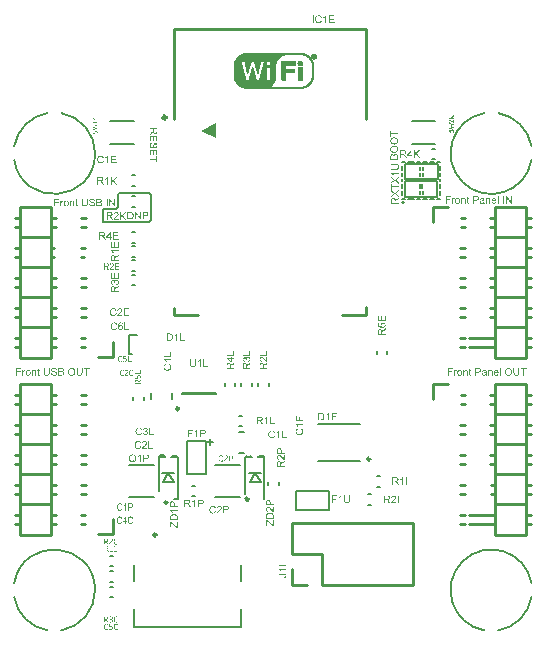
<source format=gto>
G04*
G04 #@! TF.GenerationSoftware,Altium Limited,Altium Designer,24.10.1 (45)*
G04*
G04 Layer_Color=65535*
%FSLAX43Y43*%
%MOMM*%
G71*
G04*
G04 #@! TF.SameCoordinates,82C0A6C9-C4C8-43BB-9ED8-C2E15B313AAA*
G04*
G04*
G04 #@! TF.FilePolarity,Positive*
G04*
G01*
G75*
%ADD10C,0.250*%
%ADD11C,0.200*%
%ADD12C,0.300*%
%ADD13C,0.150*%
%ADD14C,0.254*%
%ADD15C,0.013*%
G36*
X15904Y42401D02*
X17174Y41766D01*
Y43036D01*
X15904Y42401D01*
D02*
G37*
G36*
X40272Y36707D02*
X40283Y36706D01*
X40295Y36704D01*
X40308Y36701D01*
X40321Y36697D01*
X40334Y36692D01*
X40336Y36691D01*
X40340Y36689D01*
X40346Y36686D01*
X40354Y36682D01*
X40363Y36676D01*
X40371Y36669D01*
X40380Y36661D01*
X40387Y36652D01*
X40388Y36651D01*
X40390Y36648D01*
X40393Y36643D01*
X40397Y36636D01*
X40401Y36627D01*
X40405Y36618D01*
X40409Y36607D01*
X40412Y36595D01*
Y36594D01*
X40413Y36590D01*
X40414Y36585D01*
X40415Y36577D01*
Y36566D01*
X40416Y36553D01*
X40417Y36537D01*
Y36518D01*
Y36233D01*
X40338D01*
Y36514D01*
Y36515D01*
Y36516D01*
Y36523D01*
Y36531D01*
X40337Y36541D01*
X40336Y36553D01*
X40334Y36565D01*
X40332Y36576D01*
X40329Y36586D01*
Y36587D01*
X40327Y36590D01*
X40324Y36595D01*
X40321Y36600D01*
X40317Y36606D01*
X40311Y36612D01*
X40304Y36619D01*
X40296Y36624D01*
X40295Y36625D01*
X40292Y36627D01*
X40286Y36629D01*
X40280Y36632D01*
X40272Y36635D01*
X40263Y36637D01*
X40252Y36638D01*
X40241Y36639D01*
X40236D01*
X40233Y36638D01*
X40223Y36637D01*
X40211Y36635D01*
X40198Y36631D01*
X40184Y36625D01*
X40169Y36618D01*
X40155Y36607D01*
X40153Y36605D01*
X40149Y36600D01*
X40147Y36597D01*
X40144Y36592D01*
X40140Y36586D01*
X40137Y36580D01*
X40134Y36573D01*
X40130Y36563D01*
X40127Y36553D01*
X40124Y36542D01*
X40123Y36530D01*
X40121Y36517D01*
X40119Y36501D01*
Y36486D01*
Y36233D01*
X40040D01*
Y36697D01*
X40111D01*
Y36631D01*
X40112Y36632D01*
X40113Y36635D01*
X40116Y36638D01*
X40120Y36643D01*
X40125Y36648D01*
X40132Y36655D01*
X40139Y36662D01*
X40149Y36670D01*
X40158Y36676D01*
X40169Y36684D01*
X40181Y36690D01*
X40194Y36696D01*
X40209Y36700D01*
X40223Y36704D01*
X40240Y36707D01*
X40258Y36708D01*
X40265D01*
X40272Y36707D01*
D02*
G37*
G36*
X38184D02*
X38194Y36706D01*
X38206Y36704D01*
X38219Y36701D01*
X38233Y36697D01*
X38246Y36692D01*
X38248Y36691D01*
X38251Y36689D01*
X38258Y36686D01*
X38265Y36682D01*
X38274Y36676D01*
X38283Y36669D01*
X38291Y36661D01*
X38298Y36652D01*
X38299Y36651D01*
X38301Y36648D01*
X38304Y36643D01*
X38309Y36636D01*
X38312Y36627D01*
X38316Y36618D01*
X38321Y36607D01*
X38323Y36595D01*
Y36594D01*
X38324Y36590D01*
X38325Y36585D01*
X38326Y36577D01*
Y36566D01*
X38327Y36553D01*
X38328Y36537D01*
Y36518D01*
Y36233D01*
X38249D01*
Y36514D01*
Y36515D01*
Y36516D01*
Y36523D01*
Y36531D01*
X38249Y36541D01*
X38248Y36553D01*
X38246Y36565D01*
X38243Y36576D01*
X38240Y36586D01*
Y36587D01*
X38238Y36590D01*
X38236Y36595D01*
X38233Y36600D01*
X38228Y36606D01*
X38223Y36612D01*
X38215Y36619D01*
X38207Y36624D01*
X38206Y36625D01*
X38203Y36627D01*
X38198Y36629D01*
X38191Y36632D01*
X38184Y36635D01*
X38175Y36637D01*
X38163Y36638D01*
X38152Y36639D01*
X38148D01*
X38144Y36638D01*
X38135Y36637D01*
X38123Y36635D01*
X38110Y36631D01*
X38095Y36625D01*
X38080Y36618D01*
X38066Y36607D01*
X38065Y36605D01*
X38061Y36600D01*
X38058Y36597D01*
X38055Y36592D01*
X38052Y36586D01*
X38049Y36580D01*
X38045Y36573D01*
X38041Y36563D01*
X38039Y36553D01*
X38036Y36542D01*
X38034Y36530D01*
X38032Y36517D01*
X38030Y36501D01*
Y36486D01*
Y36233D01*
X37952D01*
Y36697D01*
X38022D01*
Y36631D01*
X38023Y36632D01*
X38025Y36635D01*
X38028Y36638D01*
X38031Y36643D01*
X38037Y36648D01*
X38043Y36655D01*
X38051Y36662D01*
X38060Y36670D01*
X38069Y36676D01*
X38080Y36684D01*
X38092Y36690D01*
X38105Y36696D01*
X38120Y36700D01*
X38135Y36704D01*
X38151Y36707D01*
X38169Y36708D01*
X38176D01*
X38184Y36707D01*
D02*
G37*
G36*
X37342D02*
X37352Y36705D01*
X37364Y36701D01*
X37377Y36697D01*
X37391Y36690D01*
X37407Y36682D01*
X37379Y36610D01*
X37378Y36611D01*
X37374Y36612D01*
X37368Y36615D01*
X37361Y36618D01*
X37353Y36621D01*
X37342Y36623D01*
X37332Y36625D01*
X37322Y36626D01*
X37318D01*
X37313Y36625D01*
X37306Y36624D01*
X37300Y36623D01*
X37292Y36620D01*
X37283Y36616D01*
X37276Y36611D01*
X37275Y36610D01*
X37272Y36608D01*
X37269Y36604D01*
X37265Y36599D01*
X37260Y36593D01*
X37256Y36586D01*
X37251Y36577D01*
X37247Y36567D01*
X37246Y36565D01*
X37245Y36560D01*
X37244Y36551D01*
X37241Y36540D01*
X37238Y36526D01*
X37236Y36511D01*
X37235Y36494D01*
X37234Y36476D01*
Y36233D01*
X37156D01*
Y36697D01*
X37227D01*
Y36627D01*
X37228Y36628D01*
X37232Y36635D01*
X37236Y36643D01*
X37244Y36653D01*
X37251Y36663D01*
X37259Y36674D01*
X37268Y36684D01*
X37276Y36691D01*
X37277Y36692D01*
X37280Y36694D01*
X37285Y36697D01*
X37291Y36699D01*
X37298Y36702D01*
X37307Y36705D01*
X37317Y36707D01*
X37327Y36708D01*
X37333D01*
X37342Y36707D01*
D02*
G37*
G36*
X42244Y36233D02*
X42157D01*
X41822Y36735D01*
Y36233D01*
X41741D01*
Y36873D01*
X41828D01*
X42163Y36370D01*
Y36873D01*
X42244D01*
Y36233D01*
D02*
G37*
G36*
X41592D02*
X41507D01*
Y36873D01*
X41592D01*
Y36233D01*
D02*
G37*
G36*
X41112D02*
X41033D01*
Y36873D01*
X41112D01*
Y36233D01*
D02*
G37*
G36*
X39759Y36707D02*
X39773Y36706D01*
X39789Y36704D01*
X39805Y36701D01*
X39820Y36697D01*
X39835Y36693D01*
X39837Y36692D01*
X39842Y36690D01*
X39848Y36687D01*
X39856Y36684D01*
X39866Y36678D01*
X39875Y36672D01*
X39883Y36665D01*
X39891Y36658D01*
X39891Y36657D01*
X39893Y36654D01*
X39896Y36649D01*
X39900Y36644D01*
X39904Y36635D01*
X39908Y36627D01*
X39912Y36617D01*
X39915Y36605D01*
Y36604D01*
X39916Y36601D01*
X39916Y36596D01*
X39917Y36588D01*
Y36578D01*
X39918Y36566D01*
X39919Y36550D01*
Y36533D01*
Y36427D01*
Y36427D01*
Y36423D01*
Y36417D01*
Y36410D01*
Y36402D01*
Y36391D01*
X39920Y36369D01*
Y36346D01*
X39921Y36323D01*
X39922Y36313D01*
Y36304D01*
X39923Y36295D01*
X39924Y36289D01*
Y36288D01*
X39925Y36284D01*
X39926Y36279D01*
X39928Y36271D01*
X39930Y36263D01*
X39934Y36254D01*
X39939Y36243D01*
X39943Y36233D01*
X39861D01*
X39860Y36234D01*
X39859Y36238D01*
X39857Y36243D01*
X39855Y36250D01*
X39852Y36258D01*
X39850Y36268D01*
X39848Y36280D01*
X39846Y36292D01*
X39845D01*
X39844Y36290D01*
X39839Y36285D01*
X39830Y36279D01*
X39819Y36270D01*
X39806Y36262D01*
X39792Y36253D01*
X39777Y36244D01*
X39761Y36238D01*
X39759Y36237D01*
X39754Y36236D01*
X39745Y36233D01*
X39735Y36231D01*
X39722Y36228D01*
X39708Y36226D01*
X39691Y36224D01*
X39674Y36223D01*
X39667D01*
X39661Y36224D01*
X39655D01*
X39647Y36225D01*
X39631Y36228D01*
X39612Y36232D01*
X39592Y36239D01*
X39573Y36248D01*
X39557Y36260D01*
X39555Y36262D01*
X39550Y36267D01*
X39544Y36275D01*
X39536Y36286D01*
X39529Y36300D01*
X39523Y36316D01*
X39518Y36335D01*
X39517Y36344D01*
X39516Y36355D01*
Y36357D01*
Y36361D01*
X39517Y36367D01*
X39518Y36376D01*
X39520Y36386D01*
X39523Y36396D01*
X39526Y36407D01*
X39531Y36417D01*
X39532Y36418D01*
X39534Y36422D01*
X39537Y36427D01*
X39542Y36434D01*
X39548Y36441D01*
X39555Y36449D01*
X39562Y36456D01*
X39572Y36463D01*
X39573Y36464D01*
X39576Y36465D01*
X39581Y36469D01*
X39588Y36473D01*
X39597Y36476D01*
X39607Y36481D01*
X39617Y36485D01*
X39629Y36488D01*
X39630D01*
X39634Y36489D01*
X39639Y36491D01*
X39646Y36492D01*
X39656Y36494D01*
X39668Y36496D01*
X39682Y36499D01*
X39698Y36501D01*
X39699D01*
X39703Y36501D01*
X39708D01*
X39714Y36502D01*
X39721Y36503D01*
X39731Y36505D01*
X39741Y36506D01*
X39752Y36508D01*
X39774Y36513D01*
X39798Y36517D01*
X39819Y36523D01*
X39830Y36525D01*
X39839Y36528D01*
Y36529D01*
Y36531D01*
X39840Y36537D01*
Y36543D01*
Y36547D01*
Y36549D01*
Y36550D01*
Y36550D01*
Y36556D01*
X39839Y36565D01*
X39837Y36575D01*
X39834Y36586D01*
X39830Y36598D01*
X39824Y36608D01*
X39817Y36616D01*
X39816Y36617D01*
X39811Y36621D01*
X39804Y36624D01*
X39794Y36630D01*
X39781Y36635D01*
X39767Y36639D01*
X39748Y36642D01*
X39727Y36643D01*
X39718D01*
X39708Y36642D01*
X39695Y36640D01*
X39683Y36638D01*
X39669Y36635D01*
X39656Y36630D01*
X39645Y36623D01*
X39644Y36623D01*
X39640Y36620D01*
X39635Y36615D01*
X39630Y36608D01*
X39624Y36599D01*
X39618Y36586D01*
X39612Y36572D01*
X39607Y36555D01*
X39530Y36565D01*
Y36566D01*
X39531Y36567D01*
Y36570D01*
X39532Y36574D01*
X39535Y36582D01*
X39538Y36594D01*
X39543Y36606D01*
X39548Y36619D01*
X39556Y36632D01*
X39564Y36644D01*
X39565Y36645D01*
X39569Y36648D01*
X39574Y36654D01*
X39582Y36661D01*
X39592Y36669D01*
X39604Y36676D01*
X39618Y36684D01*
X39634Y36691D01*
X39634D01*
X39635Y36692D01*
X39638Y36693D01*
X39642Y36694D01*
X39651Y36697D01*
X39664Y36699D01*
X39679Y36702D01*
X39697Y36705D01*
X39717Y36707D01*
X39739Y36708D01*
X39749D01*
X39759Y36707D01*
D02*
G37*
G36*
X39233Y36872D02*
X39249Y36871D01*
X39266Y36870D01*
X39281Y36868D01*
X39295Y36867D01*
X39297D01*
X39303Y36865D01*
X39312Y36863D01*
X39323Y36860D01*
X39335Y36856D01*
X39348Y36850D01*
X39362Y36844D01*
X39374Y36836D01*
X39376Y36835D01*
X39379Y36832D01*
X39385Y36827D01*
X39392Y36820D01*
X39401Y36812D01*
X39409Y36801D01*
X39418Y36789D01*
X39426Y36775D01*
X39426Y36773D01*
X39428Y36769D01*
X39432Y36760D01*
X39436Y36749D01*
X39438Y36736D01*
X39442Y36721D01*
X39444Y36705D01*
X39445Y36687D01*
Y36686D01*
Y36684D01*
Y36680D01*
X39444Y36673D01*
X39443Y36667D01*
X39442Y36659D01*
X39440Y36649D01*
X39438Y36639D01*
X39432Y36618D01*
X39428Y36607D01*
X39423Y36595D01*
X39416Y36583D01*
X39410Y36572D01*
X39401Y36561D01*
X39392Y36550D01*
X39391Y36549D01*
X39389Y36547D01*
X39387Y36544D01*
X39382Y36541D01*
X39377Y36537D01*
X39369Y36532D01*
X39360Y36526D01*
X39350Y36522D01*
X39338Y36516D01*
X39324Y36511D01*
X39309Y36506D01*
X39291Y36502D01*
X39273Y36499D01*
X39253Y36496D01*
X39230Y36494D01*
X39205Y36493D01*
X39042D01*
Y36233D01*
X38957D01*
Y36873D01*
X39219D01*
X39233Y36872D01*
D02*
G37*
G36*
X37057Y36797D02*
X36709D01*
Y36599D01*
X37010D01*
Y36524D01*
X36709D01*
Y36233D01*
X36624D01*
Y36873D01*
X37057D01*
Y36797D01*
D02*
G37*
G36*
X38541Y36697D02*
X38620D01*
Y36636D01*
X38541D01*
Y36364D01*
Y36362D01*
Y36358D01*
Y36353D01*
X38542Y36346D01*
X38543Y36331D01*
X38543Y36325D01*
X38544Y36320D01*
X38545Y36318D01*
X38548Y36315D01*
X38552Y36310D01*
X38558Y36305D01*
X38560Y36305D01*
X38565Y36303D01*
X38573Y36301D01*
X38585Y36300D01*
X38594D01*
X38599Y36301D01*
X38605D01*
X38613Y36302D01*
X38620Y36303D01*
X38630Y36233D01*
X38629D01*
X38625Y36232D01*
X38618Y36231D01*
X38610Y36231D01*
X38601Y36229D01*
X38591Y36228D01*
X38570Y36227D01*
X38563D01*
X38556Y36228D01*
X38546Y36229D01*
X38535Y36230D01*
X38524Y36232D01*
X38514Y36235D01*
X38504Y36240D01*
X38503Y36241D01*
X38500Y36243D01*
X38496Y36245D01*
X38491Y36250D01*
X38486Y36255D01*
X38481Y36261D01*
X38475Y36268D01*
X38471Y36276D01*
Y36277D01*
X38470Y36280D01*
X38469Y36287D01*
X38467Y36296D01*
X38465Y36308D01*
X38464Y36316D01*
Y36324D01*
X38463Y36334D01*
X38462Y36344D01*
Y36355D01*
Y36368D01*
Y36636D01*
X38404D01*
Y36697D01*
X38462D01*
Y36812D01*
X38541Y36859D01*
Y36697D01*
D02*
G37*
G36*
X40743Y36707D02*
X40750Y36706D01*
X40760Y36704D01*
X40770Y36702D01*
X40782Y36699D01*
X40793Y36697D01*
X40806Y36692D01*
X40818Y36687D01*
X40831Y36681D01*
X40844Y36673D01*
X40857Y36665D01*
X40869Y36655D01*
X40880Y36644D01*
X40881Y36643D01*
X40883Y36641D01*
X40885Y36637D01*
X40889Y36632D01*
X40894Y36625D01*
X40898Y36618D01*
X40904Y36609D01*
X40909Y36598D01*
X40915Y36586D01*
X40921Y36573D01*
X40925Y36558D01*
X40930Y36542D01*
X40933Y36525D01*
X40936Y36506D01*
X40938Y36487D01*
X40939Y36465D01*
Y36464D01*
Y36461D01*
Y36454D01*
X40938Y36445D01*
X40591D01*
Y36444D01*
Y36441D01*
X40592Y36438D01*
Y36432D01*
X40593Y36426D01*
X40595Y36418D01*
X40598Y36402D01*
X40603Y36383D01*
X40611Y36363D01*
X40621Y36344D01*
X40634Y36328D01*
X40635D01*
X40636Y36326D01*
X40641Y36321D01*
X40650Y36315D01*
X40661Y36308D01*
X40676Y36301D01*
X40692Y36294D01*
X40711Y36290D01*
X40721Y36289D01*
X40732Y36288D01*
X40739D01*
X40748Y36289D01*
X40758Y36291D01*
X40769Y36293D01*
X40782Y36297D01*
X40794Y36303D01*
X40806Y36310D01*
X40807Y36311D01*
X40811Y36315D01*
X40817Y36320D01*
X40823Y36328D01*
X40831Y36338D01*
X40839Y36351D01*
X40847Y36366D01*
X40855Y36383D01*
X40936Y36373D01*
Y36372D01*
X40935Y36370D01*
X40934Y36366D01*
X40933Y36361D01*
X40930Y36355D01*
X40927Y36348D01*
X40920Y36332D01*
X40910Y36315D01*
X40897Y36296D01*
X40883Y36279D01*
X40864Y36262D01*
X40863D01*
X40861Y36260D01*
X40859Y36258D01*
X40855Y36256D01*
X40849Y36253D01*
X40844Y36250D01*
X40836Y36246D01*
X40828Y36243D01*
X40819Y36239D01*
X40810Y36235D01*
X40786Y36230D01*
X40761Y36225D01*
X40732Y36223D01*
X40722D01*
X40715Y36224D01*
X40707Y36225D01*
X40697Y36227D01*
X40686Y36229D01*
X40674Y36231D01*
X40648Y36238D01*
X40634Y36243D01*
X40621Y36249D01*
X40607Y36256D01*
X40594Y36265D01*
X40582Y36274D01*
X40570Y36285D01*
X40569Y36286D01*
X40567Y36288D01*
X40565Y36292D01*
X40561Y36297D01*
X40556Y36304D01*
X40552Y36311D01*
X40546Y36320D01*
X40541Y36330D01*
X40535Y36342D01*
X40529Y36355D01*
X40525Y36370D01*
X40520Y36386D01*
X40516Y36403D01*
X40514Y36421D01*
X40512Y36440D01*
X40511Y36461D01*
Y36462D01*
Y36466D01*
Y36472D01*
X40512Y36480D01*
X40513Y36490D01*
X40514Y36501D01*
X40516Y36514D01*
X40518Y36527D01*
X40526Y36557D01*
X40530Y36572D01*
X40536Y36587D01*
X40543Y36602D01*
X40552Y36616D01*
X40561Y36630D01*
X40571Y36643D01*
X40572Y36644D01*
X40574Y36646D01*
X40578Y36648D01*
X40582Y36653D01*
X40588Y36658D01*
X40595Y36663D01*
X40603Y36670D01*
X40614Y36675D01*
X40624Y36682D01*
X40636Y36687D01*
X40649Y36693D01*
X40663Y36697D01*
X40677Y36702D01*
X40693Y36705D01*
X40710Y36707D01*
X40727Y36708D01*
X40737D01*
X40743Y36707D01*
D02*
G37*
G36*
X37658D02*
X37666Y36706D01*
X37675Y36704D01*
X37686Y36702D01*
X37698Y36700D01*
X37722Y36692D01*
X37735Y36687D01*
X37748Y36681D01*
X37761Y36674D01*
X37774Y36665D01*
X37786Y36656D01*
X37798Y36645D01*
X37799Y36644D01*
X37801Y36642D01*
X37804Y36638D01*
X37808Y36634D01*
X37812Y36627D01*
X37818Y36619D01*
X37823Y36610D01*
X37829Y36599D01*
X37834Y36588D01*
X37840Y36574D01*
X37845Y36561D01*
X37850Y36545D01*
X37854Y36528D01*
X37857Y36511D01*
X37858Y36492D01*
X37859Y36472D01*
Y36471D01*
Y36468D01*
Y36464D01*
Y36457D01*
X37858Y36450D01*
X37857Y36440D01*
Y36431D01*
X37856Y36421D01*
X37853Y36398D01*
X37847Y36375D01*
X37841Y36352D01*
X37832Y36330D01*
Y36329D01*
X37831Y36329D01*
X37829Y36326D01*
X37827Y36322D01*
X37820Y36313D01*
X37812Y36302D01*
X37801Y36289D01*
X37787Y36276D01*
X37771Y36263D01*
X37753Y36251D01*
X37752D01*
X37751Y36250D01*
X37748Y36248D01*
X37744Y36246D01*
X37739Y36244D01*
X37734Y36243D01*
X37720Y36237D01*
X37704Y36232D01*
X37685Y36228D01*
X37664Y36224D01*
X37642Y36223D01*
X37633D01*
X37625Y36224D01*
X37617Y36225D01*
X37608Y36227D01*
X37597Y36229D01*
X37586Y36231D01*
X37561Y36238D01*
X37547Y36243D01*
X37534Y36249D01*
X37521Y36256D01*
X37508Y36265D01*
X37496Y36274D01*
X37484Y36285D01*
X37483Y36286D01*
X37481Y36288D01*
X37478Y36292D01*
X37475Y36297D01*
X37470Y36304D01*
X37465Y36311D01*
X37460Y36320D01*
X37454Y36331D01*
X37449Y36343D01*
X37443Y36357D01*
X37439Y36372D01*
X37434Y36388D01*
X37430Y36405D01*
X37428Y36424D01*
X37426Y36444D01*
X37425Y36465D01*
Y36467D01*
Y36471D01*
X37426Y36477D01*
Y36487D01*
X37427Y36497D01*
X37428Y36510D01*
X37430Y36523D01*
X37434Y36537D01*
X37438Y36552D01*
X37442Y36568D01*
X37448Y36585D01*
X37455Y36600D01*
X37463Y36615D01*
X37473Y36630D01*
X37483Y36644D01*
X37496Y36656D01*
X37497Y36657D01*
X37499Y36658D01*
X37502Y36660D01*
X37507Y36664D01*
X37513Y36668D01*
X37520Y36672D01*
X37527Y36677D01*
X37537Y36682D01*
X37547Y36686D01*
X37558Y36691D01*
X37583Y36699D01*
X37612Y36706D01*
X37626Y36707D01*
X37642Y36708D01*
X37651D01*
X37658Y36707D01*
D02*
G37*
G36*
X3487Y22325D02*
X3494D01*
X3511Y22323D01*
X3531Y22320D01*
X3551Y22315D01*
X3573Y22310D01*
X3593Y22303D01*
X3594D01*
X3596Y22302D01*
X3599Y22300D01*
X3603Y22298D01*
X3612Y22293D01*
X3624Y22285D01*
X3638Y22276D01*
X3652Y22264D01*
X3665Y22250D01*
X3677Y22234D01*
Y22233D01*
X3678Y22232D01*
X3679Y22229D01*
X3681Y22227D01*
X3686Y22217D01*
X3691Y22205D01*
X3698Y22191D01*
X3703Y22173D01*
X3707Y22155D01*
X3709Y22134D01*
X3628Y22128D01*
Y22129D01*
Y22131D01*
X3627Y22133D01*
X3626Y22138D01*
X3623Y22148D01*
X3619Y22162D01*
X3614Y22177D01*
X3605Y22192D01*
X3595Y22205D01*
X3582Y22218D01*
X3581Y22219D01*
X3576Y22223D01*
X3567Y22229D01*
X3555Y22234D01*
X3539Y22240D01*
X3520Y22245D01*
X3497Y22249D01*
X3471Y22250D01*
X3458D01*
X3453Y22249D01*
X3446Y22248D01*
X3429Y22246D01*
X3410Y22242D01*
X3392Y22238D01*
X3374Y22230D01*
X3367Y22226D01*
X3360Y22221D01*
X3358Y22220D01*
X3354Y22217D01*
X3348Y22210D01*
X3343Y22203D01*
X3336Y22192D01*
X3331Y22181D01*
X3327Y22168D01*
X3325Y22154D01*
Y22152D01*
Y22148D01*
X3326Y22142D01*
X3328Y22134D01*
X3331Y22125D01*
X3336Y22116D01*
X3341Y22107D01*
X3349Y22097D01*
X3350Y22096D01*
X3355Y22094D01*
X3359Y22091D01*
X3362Y22089D01*
X3368Y22086D01*
X3374Y22082D01*
X3383Y22080D01*
X3392Y22076D01*
X3402Y22072D01*
X3414Y22068D01*
X3427Y22064D01*
X3442Y22059D01*
X3458Y22056D01*
X3477Y22051D01*
X3478D01*
X3482Y22050D01*
X3487Y22049D01*
X3494Y22047D01*
X3502Y22045D01*
X3512Y22043D01*
X3522Y22040D01*
X3533Y22037D01*
X3557Y22031D01*
X3581Y22024D01*
X3592Y22021D01*
X3602Y22017D01*
X3611Y22014D01*
X3618Y22010D01*
X3619D01*
X3621Y22009D01*
X3624Y22008D01*
X3628Y22006D01*
X3638Y22000D01*
X3650Y21993D01*
X3664Y21983D01*
X3678Y21972D01*
X3691Y21959D01*
X3702Y21945D01*
X3703Y21943D01*
X3706Y21938D01*
X3710Y21930D01*
X3716Y21919D01*
X3720Y21906D01*
X3725Y21890D01*
X3728Y21873D01*
X3728Y21854D01*
Y21853D01*
Y21852D01*
Y21849D01*
Y21846D01*
X3727Y21836D01*
X3725Y21823D01*
X3721Y21808D01*
X3716Y21792D01*
X3709Y21776D01*
X3699Y21758D01*
Y21757D01*
X3698Y21756D01*
X3693Y21751D01*
X3687Y21742D01*
X3678Y21733D01*
X3666Y21722D01*
X3651Y21710D01*
X3634Y21699D01*
X3615Y21689D01*
X3614D01*
X3612Y21688D01*
X3609Y21687D01*
X3605Y21685D01*
X3600Y21683D01*
X3593Y21680D01*
X3579Y21677D01*
X3561Y21672D01*
X3540Y21667D01*
X3517Y21665D01*
X3492Y21664D01*
X3477D01*
X3470Y21665D01*
X3461D01*
X3452Y21665D01*
X3441Y21666D01*
X3418Y21670D01*
X3394Y21674D01*
X3370Y21680D01*
X3347Y21689D01*
X3346D01*
X3344Y21690D01*
X3341Y21691D01*
X3337Y21693D01*
X3326Y21699D01*
X3313Y21707D01*
X3299Y21718D01*
X3283Y21731D01*
X3268Y21747D01*
X3254Y21764D01*
Y21765D01*
X3252Y21767D01*
X3251Y21770D01*
X3249Y21774D01*
X3247Y21778D01*
X3244Y21784D01*
X3238Y21798D01*
X3231Y21815D01*
X3226Y21835D01*
X3222Y21857D01*
X3220Y21880D01*
X3299Y21887D01*
Y21886D01*
Y21886D01*
X3300Y21883D01*
Y21879D01*
X3302Y21871D01*
X3305Y21859D01*
X3309Y21847D01*
X3312Y21833D01*
X3319Y21820D01*
X3325Y21808D01*
X3326Y21807D01*
X3329Y21803D01*
X3334Y21797D01*
X3341Y21790D01*
X3350Y21782D01*
X3360Y21774D01*
X3374Y21765D01*
X3389Y21758D01*
X3390D01*
X3391Y21757D01*
X3394Y21756D01*
X3397Y21755D01*
X3406Y21752D01*
X3418Y21749D01*
X3433Y21745D01*
X3449Y21742D01*
X3468Y21740D01*
X3488Y21739D01*
X3496D01*
X3506Y21740D01*
X3517Y21741D01*
X3530Y21743D01*
X3544Y21745D01*
X3559Y21749D01*
X3573Y21753D01*
X3575Y21754D01*
X3580Y21756D01*
X3586Y21760D01*
X3594Y21763D01*
X3603Y21770D01*
X3612Y21776D01*
X3621Y21784D01*
X3629Y21793D01*
X3630Y21794D01*
X3631Y21798D01*
X3634Y21802D01*
X3638Y21810D01*
X3642Y21817D01*
X3644Y21826D01*
X3646Y21837D01*
X3647Y21848D01*
Y21849D01*
Y21853D01*
X3646Y21859D01*
X3645Y21866D01*
X3642Y21874D01*
X3640Y21883D01*
X3635Y21892D01*
X3629Y21900D01*
X3628Y21901D01*
X3625Y21904D01*
X3621Y21908D01*
X3615Y21913D01*
X3607Y21919D01*
X3597Y21925D01*
X3585Y21932D01*
X3571Y21937D01*
X3570Y21938D01*
X3566Y21939D01*
X3558Y21942D01*
X3554Y21943D01*
X3547Y21945D01*
X3541Y21947D01*
X3532Y21949D01*
X3523Y21952D01*
X3512Y21955D01*
X3501Y21958D01*
X3488Y21961D01*
X3473Y21965D01*
X3458Y21969D01*
X3457D01*
X3454Y21970D01*
X3449Y21971D01*
X3444Y21972D01*
X3436Y21974D01*
X3428Y21976D01*
X3409Y21982D01*
X3389Y21988D01*
X3368Y21995D01*
X3349Y22001D01*
X3341Y22005D01*
X3334Y22008D01*
X3333D01*
X3332Y22009D01*
X3326Y22013D01*
X3318Y22018D01*
X3309Y22025D01*
X3298Y22033D01*
X3287Y22044D01*
X3275Y22056D01*
X3266Y22069D01*
X3265Y22070D01*
X3262Y22075D01*
X3259Y22082D01*
X3255Y22092D01*
X3251Y22104D01*
X3248Y22118D01*
X3245Y22132D01*
X3244Y22148D01*
Y22149D01*
Y22150D01*
Y22153D01*
Y22156D01*
X3246Y22166D01*
X3248Y22178D01*
X3250Y22192D01*
X3255Y22207D01*
X3262Y22223D01*
X3271Y22239D01*
Y22240D01*
X3272Y22241D01*
X3276Y22246D01*
X3283Y22254D01*
X3291Y22263D01*
X3302Y22273D01*
X3316Y22284D01*
X3333Y22294D01*
X3351Y22303D01*
X3352D01*
X3354Y22304D01*
X3357Y22305D01*
X3360Y22307D01*
X3365Y22309D01*
X3372Y22311D01*
X3385Y22315D01*
X3403Y22318D01*
X3423Y22322D01*
X3445Y22325D01*
X3469Y22326D01*
X3481D01*
X3487Y22325D01*
D02*
G37*
G36*
X1830Y22148D02*
X1840Y22147D01*
X1853Y22145D01*
X1865Y22143D01*
X1879Y22139D01*
X1892Y22133D01*
X1894Y22132D01*
X1898Y22131D01*
X1904Y22128D01*
X1912Y22123D01*
X1921Y22118D01*
X1929Y22110D01*
X1938Y22103D01*
X1945Y22094D01*
X1946Y22093D01*
X1948Y22089D01*
X1951Y22084D01*
X1955Y22078D01*
X1959Y22069D01*
X1963Y22059D01*
X1967Y22048D01*
X1970Y22036D01*
Y22035D01*
X1971Y22032D01*
X1972Y22026D01*
X1973Y22019D01*
Y22008D01*
X1974Y21995D01*
X1975Y21979D01*
Y21959D01*
Y21675D01*
X1896D01*
Y21956D01*
Y21957D01*
Y21958D01*
Y21964D01*
Y21972D01*
X1895Y21983D01*
X1894Y21995D01*
X1892Y22007D01*
X1890Y22018D01*
X1887Y22028D01*
Y22029D01*
X1885Y22032D01*
X1882Y22036D01*
X1879Y22042D01*
X1875Y22047D01*
X1869Y22054D01*
X1862Y22060D01*
X1853Y22066D01*
X1853Y22067D01*
X1850Y22069D01*
X1844Y22070D01*
X1838Y22073D01*
X1830Y22076D01*
X1821Y22079D01*
X1810Y22080D01*
X1799Y22081D01*
X1794D01*
X1791Y22080D01*
X1781Y22079D01*
X1769Y22077D01*
X1756Y22072D01*
X1742Y22067D01*
X1727Y22059D01*
X1713Y22048D01*
X1711Y22046D01*
X1707Y22042D01*
X1705Y22038D01*
X1702Y22033D01*
X1698Y22028D01*
X1695Y22021D01*
X1692Y22014D01*
X1688Y22005D01*
X1685Y21995D01*
X1682Y21984D01*
X1681Y21972D01*
X1679Y21959D01*
X1677Y21943D01*
Y21927D01*
Y21675D01*
X1598D01*
Y22139D01*
X1669D01*
Y22072D01*
X1669Y22073D01*
X1671Y22076D01*
X1674Y22080D01*
X1678Y22084D01*
X1683Y22090D01*
X1690Y22096D01*
X1697Y22104D01*
X1706Y22111D01*
X1716Y22118D01*
X1727Y22125D01*
X1739Y22131D01*
X1752Y22137D01*
X1767Y22142D01*
X1781Y22145D01*
X1798Y22148D01*
X1816Y22149D01*
X1823D01*
X1830Y22148D01*
D02*
G37*
G36*
X988D02*
X998Y22146D01*
X1010Y22143D01*
X1023Y22138D01*
X1038Y22131D01*
X1054Y22123D01*
X1025Y22051D01*
X1024Y22052D01*
X1020Y22054D01*
X1015Y22057D01*
X1007Y22059D01*
X999Y22062D01*
X989Y22065D01*
X979Y22067D01*
X969Y22068D01*
X964D01*
X959Y22067D01*
X953Y22066D01*
X946Y22064D01*
X938Y22061D01*
X930Y22058D01*
X922Y22052D01*
X921Y22051D01*
X919Y22049D01*
X916Y22045D01*
X911Y22041D01*
X907Y22034D01*
X902Y22027D01*
X897Y22019D01*
X894Y22008D01*
X893Y22007D01*
X892Y22001D01*
X890Y21993D01*
X887Y21982D01*
X885Y21968D01*
X883Y21952D01*
X882Y21935D01*
X881Y21917D01*
Y21675D01*
X802D01*
Y22139D01*
X873D01*
Y22069D01*
X874Y22070D01*
X878Y22076D01*
X883Y22084D01*
X890Y22094D01*
X897Y22105D01*
X906Y22116D01*
X914Y22125D01*
X922Y22132D01*
X923Y22133D01*
X926Y22135D01*
X932Y22138D01*
X937Y22141D01*
X945Y22143D01*
X954Y22146D01*
X963Y22148D01*
X973Y22149D01*
X980D01*
X988Y22148D01*
D02*
G37*
G36*
X5889Y21945D02*
Y21944D01*
Y21940D01*
Y21935D01*
Y21929D01*
X5888Y21921D01*
Y21911D01*
X5887Y21900D01*
X5886Y21889D01*
X5884Y21864D01*
X5880Y21838D01*
X5874Y21813D01*
X5871Y21801D01*
X5867Y21790D01*
Y21789D01*
X5866Y21788D01*
X5864Y21785D01*
X5862Y21781D01*
X5857Y21771D01*
X5848Y21758D01*
X5837Y21743D01*
X5824Y21728D01*
X5808Y21713D01*
X5787Y21699D01*
X5787D01*
X5785Y21697D01*
X5782Y21696D01*
X5777Y21693D01*
X5772Y21690D01*
X5764Y21688D01*
X5757Y21685D01*
X5748Y21681D01*
X5738Y21678D01*
X5726Y21675D01*
X5714Y21672D01*
X5701Y21669D01*
X5687Y21667D01*
X5672Y21665D01*
X5639Y21664D01*
X5630D01*
X5624Y21665D01*
X5616D01*
X5607Y21665D01*
X5597Y21666D01*
X5587Y21667D01*
X5564Y21671D01*
X5539Y21677D01*
X5515Y21684D01*
X5492Y21694D01*
X5491D01*
X5489Y21696D01*
X5486Y21698D01*
X5482Y21700D01*
X5472Y21707D01*
X5460Y21717D01*
X5446Y21730D01*
X5433Y21745D01*
X5420Y21763D01*
X5410Y21784D01*
Y21785D01*
X5409Y21787D01*
X5408Y21790D01*
X5407Y21795D01*
X5405Y21800D01*
X5403Y21808D01*
X5400Y21816D01*
X5398Y21826D01*
X5396Y21837D01*
X5394Y21849D01*
X5392Y21862D01*
X5390Y21876D01*
X5388Y21892D01*
X5387Y21909D01*
X5386Y21926D01*
Y21945D01*
Y22315D01*
X5471D01*
Y21945D01*
Y21944D01*
Y21941D01*
Y21936D01*
Y21931D01*
X5472Y21924D01*
Y21916D01*
X5473Y21898D01*
X5475Y21878D01*
X5478Y21858D01*
X5481Y21838D01*
X5483Y21830D01*
X5486Y21822D01*
X5487Y21820D01*
X5489Y21815D01*
X5493Y21809D01*
X5499Y21800D01*
X5505Y21790D01*
X5515Y21780D01*
X5526Y21770D01*
X5539Y21762D01*
X5541Y21761D01*
X5545Y21758D01*
X5554Y21755D01*
X5565Y21751D01*
X5578Y21747D01*
X5594Y21744D01*
X5612Y21741D01*
X5631Y21740D01*
X5640D01*
X5646Y21741D01*
X5654D01*
X5663Y21742D01*
X5683Y21746D01*
X5705Y21751D01*
X5726Y21758D01*
X5747Y21768D01*
X5756Y21775D01*
X5764Y21782D01*
X5765Y21783D01*
X5766Y21784D01*
X5768Y21787D01*
X5771Y21790D01*
X5774Y21796D01*
X5777Y21801D01*
X5781Y21810D01*
X5785Y21818D01*
X5788Y21828D01*
X5791Y21840D01*
X5795Y21854D01*
X5798Y21869D01*
X5800Y21886D01*
X5802Y21903D01*
X5804Y21923D01*
Y21945D01*
Y22315D01*
X5889D01*
Y21945D01*
D02*
G37*
G36*
X3107D02*
Y21944D01*
Y21940D01*
Y21935D01*
Y21929D01*
X3106Y21921D01*
Y21911D01*
X3105Y21900D01*
X3104Y21889D01*
X3102Y21864D01*
X3098Y21838D01*
X3092Y21813D01*
X3089Y21801D01*
X3085Y21790D01*
Y21789D01*
X3084Y21788D01*
X3082Y21785D01*
X3080Y21781D01*
X3075Y21771D01*
X3066Y21758D01*
X3055Y21743D01*
X3042Y21728D01*
X3026Y21713D01*
X3005Y21699D01*
X3005D01*
X3003Y21697D01*
X3000Y21696D01*
X2995Y21693D01*
X2990Y21690D01*
X2982Y21688D01*
X2975Y21685D01*
X2966Y21681D01*
X2956Y21678D01*
X2944Y21675D01*
X2932Y21672D01*
X2919Y21669D01*
X2905Y21667D01*
X2890Y21665D01*
X2857Y21664D01*
X2848D01*
X2842Y21665D01*
X2834D01*
X2825Y21665D01*
X2815Y21666D01*
X2805Y21667D01*
X2782Y21671D01*
X2757Y21677D01*
X2733Y21684D01*
X2710Y21694D01*
X2709D01*
X2707Y21696D01*
X2704Y21698D01*
X2700Y21700D01*
X2690Y21707D01*
X2678Y21717D01*
X2664Y21730D01*
X2651Y21745D01*
X2638Y21763D01*
X2628Y21784D01*
Y21785D01*
X2627Y21787D01*
X2626Y21790D01*
X2625Y21795D01*
X2623Y21800D01*
X2621Y21808D01*
X2618Y21816D01*
X2616Y21826D01*
X2614Y21837D01*
X2612Y21849D01*
X2610Y21862D01*
X2608Y21876D01*
X2606Y21892D01*
X2605Y21909D01*
X2604Y21926D01*
Y21945D01*
Y22315D01*
X2689D01*
Y21945D01*
Y21944D01*
Y21941D01*
Y21936D01*
Y21931D01*
X2690Y21924D01*
Y21916D01*
X2691Y21898D01*
X2693Y21878D01*
X2696Y21858D01*
X2699Y21838D01*
X2701Y21830D01*
X2704Y21822D01*
X2705Y21820D01*
X2707Y21815D01*
X2711Y21809D01*
X2717Y21800D01*
X2723Y21790D01*
X2733Y21780D01*
X2744Y21770D01*
X2757Y21762D01*
X2759Y21761D01*
X2763Y21758D01*
X2772Y21755D01*
X2783Y21751D01*
X2796Y21747D01*
X2812Y21744D01*
X2830Y21741D01*
X2849Y21740D01*
X2858D01*
X2864Y21741D01*
X2872D01*
X2881Y21742D01*
X2901Y21746D01*
X2923Y21751D01*
X2944Y21758D01*
X2965Y21768D01*
X2974Y21775D01*
X2982Y21782D01*
X2983Y21783D01*
X2984Y21784D01*
X2986Y21787D01*
X2989Y21790D01*
X2992Y21796D01*
X2995Y21801D01*
X2999Y21810D01*
X3003Y21818D01*
X3006Y21828D01*
X3009Y21840D01*
X3013Y21854D01*
X3016Y21869D01*
X3018Y21886D01*
X3020Y21903D01*
X3022Y21923D01*
Y21945D01*
Y22315D01*
X3107D01*
Y21945D01*
D02*
G37*
G36*
X6489Y22239D02*
X6278D01*
Y21675D01*
X6193D01*
Y22239D01*
X5983D01*
Y22315D01*
X6489D01*
Y22239D01*
D02*
G37*
G36*
X4099Y22314D02*
X4107D01*
X4123Y22312D01*
X4142Y22310D01*
X4161Y22306D01*
X4181Y22302D01*
X4198Y22295D01*
X4199D01*
X4200Y22294D01*
X4206Y22291D01*
X4214Y22287D01*
X4223Y22280D01*
X4234Y22272D01*
X4246Y22262D01*
X4257Y22249D01*
X4267Y22235D01*
X4268Y22233D01*
X4271Y22228D01*
X4276Y22220D01*
X4280Y22209D01*
X4285Y22196D01*
X4290Y22182D01*
X4292Y22167D01*
X4293Y22151D01*
Y22149D01*
Y22144D01*
X4292Y22136D01*
X4291Y22126D01*
X4288Y22114D01*
X4283Y22101D01*
X4278Y22088D01*
X4270Y22074D01*
X4269Y22072D01*
X4267Y22069D01*
X4261Y22061D01*
X4254Y22054D01*
X4244Y22045D01*
X4233Y22034D01*
X4219Y22025D01*
X4204Y22016D01*
X4205D01*
X4206Y22015D01*
X4209Y22014D01*
X4213Y22012D01*
X4224Y22008D01*
X4237Y22002D01*
X4251Y21994D01*
X4267Y21984D01*
X4280Y21972D01*
X4293Y21957D01*
X4294Y21955D01*
X4298Y21949D01*
X4304Y21941D01*
X4309Y21930D01*
X4315Y21915D01*
X4320Y21899D01*
X4324Y21881D01*
X4325Y21861D01*
Y21860D01*
Y21859D01*
Y21853D01*
X4324Y21844D01*
X4322Y21833D01*
X4320Y21820D01*
X4316Y21806D01*
X4312Y21791D01*
X4305Y21776D01*
X4304Y21775D01*
X4302Y21770D01*
X4298Y21763D01*
X4292Y21754D01*
X4285Y21745D01*
X4278Y21735D01*
X4268Y21725D01*
X4258Y21716D01*
X4257Y21715D01*
X4254Y21713D01*
X4247Y21709D01*
X4239Y21705D01*
X4229Y21700D01*
X4217Y21694D01*
X4204Y21690D01*
X4188Y21685D01*
X4186D01*
X4181Y21683D01*
X4171Y21682D01*
X4159Y21680D01*
X4145Y21678D01*
X4127Y21677D01*
X4108Y21676D01*
X4085Y21675D01*
X3841D01*
Y22315D01*
X4093D01*
X4099Y22314D01*
D02*
G37*
G36*
X703Y22239D02*
X356D01*
Y22041D01*
X656D01*
Y21965D01*
X356D01*
Y21675D01*
X271D01*
Y22315D01*
X703D01*
Y22239D01*
D02*
G37*
G36*
X2187Y22139D02*
X2267D01*
Y22078D01*
X2187D01*
Y21805D01*
Y21803D01*
Y21800D01*
Y21794D01*
X2188Y21788D01*
X2189Y21773D01*
X2190Y21766D01*
X2191Y21762D01*
X2192Y21760D01*
X2195Y21756D01*
X2198Y21751D01*
X2205Y21747D01*
X2207Y21746D01*
X2211Y21744D01*
X2220Y21742D01*
X2232Y21741D01*
X2241D01*
X2245Y21742D01*
X2252D01*
X2259Y21743D01*
X2267Y21744D01*
X2277Y21675D01*
X2275D01*
X2271Y21674D01*
X2265Y21673D01*
X2257Y21672D01*
X2247Y21670D01*
X2237Y21669D01*
X2217Y21668D01*
X2209D01*
X2202Y21669D01*
X2193Y21670D01*
X2182Y21671D01*
X2171Y21674D01*
X2160Y21677D01*
X2150Y21681D01*
X2149Y21682D01*
X2147Y21684D01*
X2143Y21687D01*
X2137Y21691D01*
X2133Y21696D01*
X2127Y21702D01*
X2122Y21709D01*
X2118Y21717D01*
Y21718D01*
X2116Y21722D01*
X2115Y21728D01*
X2113Y21738D01*
X2111Y21750D01*
X2110Y21757D01*
Y21765D01*
X2110Y21776D01*
X2109Y21786D01*
Y21797D01*
Y21810D01*
Y22078D01*
X2050D01*
Y22139D01*
X2109D01*
Y22254D01*
X2187Y22301D01*
Y22139D01*
D02*
G37*
G36*
X1304Y22148D02*
X1313Y22147D01*
X1322Y22145D01*
X1332Y22143D01*
X1344Y22142D01*
X1369Y22133D01*
X1382Y22129D01*
X1395Y22122D01*
X1408Y22116D01*
X1421Y22107D01*
X1433Y22097D01*
X1445Y22086D01*
X1446Y22085D01*
X1448Y22083D01*
X1450Y22080D01*
X1454Y22075D01*
X1459Y22069D01*
X1464Y22060D01*
X1470Y22051D01*
X1475Y22041D01*
X1481Y22030D01*
X1486Y22016D01*
X1492Y22002D01*
X1497Y21986D01*
X1500Y21970D01*
X1503Y21952D01*
X1505Y21934D01*
X1506Y21913D01*
Y21912D01*
Y21910D01*
Y21905D01*
Y21898D01*
X1505Y21891D01*
X1504Y21882D01*
Y21873D01*
X1502Y21862D01*
X1499Y21839D01*
X1494Y21816D01*
X1487Y21793D01*
X1478Y21772D01*
Y21771D01*
X1477Y21770D01*
X1475Y21767D01*
X1473Y21763D01*
X1467Y21754D01*
X1459Y21743D01*
X1448Y21730D01*
X1434Y21717D01*
X1418Y21704D01*
X1399Y21692D01*
X1399D01*
X1398Y21691D01*
X1395Y21690D01*
X1390Y21688D01*
X1386Y21686D01*
X1380Y21684D01*
X1366Y21678D01*
X1350Y21674D01*
X1331Y21669D01*
X1311Y21665D01*
X1289Y21665D01*
X1279D01*
X1272Y21665D01*
X1264Y21666D01*
X1254Y21668D01*
X1243Y21670D01*
X1232Y21672D01*
X1207Y21679D01*
X1193Y21685D01*
X1180Y21690D01*
X1167Y21698D01*
X1154Y21706D01*
X1142Y21715D01*
X1130Y21727D01*
X1130Y21727D01*
X1128Y21729D01*
X1125Y21733D01*
X1121Y21739D01*
X1117Y21745D01*
X1112Y21752D01*
X1106Y21762D01*
X1101Y21773D01*
X1095Y21785D01*
X1090Y21799D01*
X1085Y21813D01*
X1081Y21829D01*
X1077Y21847D01*
X1074Y21865D01*
X1072Y21886D01*
X1071Y21907D01*
Y21909D01*
Y21912D01*
X1072Y21919D01*
Y21928D01*
X1073Y21938D01*
X1075Y21951D01*
X1077Y21964D01*
X1081Y21979D01*
X1084Y21994D01*
X1089Y22009D01*
X1094Y22026D01*
X1102Y22042D01*
X1109Y22057D01*
X1119Y22071D01*
X1130Y22085D01*
X1142Y22097D01*
X1143Y22098D01*
X1145Y22099D01*
X1149Y22102D01*
X1154Y22106D01*
X1159Y22109D01*
X1166Y22114D01*
X1174Y22119D01*
X1183Y22123D01*
X1193Y22128D01*
X1204Y22132D01*
X1229Y22141D01*
X1258Y22147D01*
X1273Y22148D01*
X1289Y22149D01*
X1298D01*
X1304Y22148D01*
D02*
G37*
G36*
X4985Y22325D02*
X4993D01*
X5002Y22324D01*
X5013Y22322D01*
X5024Y22320D01*
X5048Y22315D01*
X5076Y22308D01*
X5102Y22297D01*
X5116Y22290D01*
X5130Y22283D01*
X5131Y22282D01*
X5133Y22281D01*
X5137Y22278D01*
X5142Y22276D01*
X5148Y22271D01*
X5155Y22266D01*
X5171Y22253D01*
X5187Y22236D01*
X5206Y22216D01*
X5223Y22192D01*
X5238Y22165D01*
Y22164D01*
X5240Y22161D01*
X5242Y22157D01*
X5244Y22152D01*
X5248Y22144D01*
X5250Y22136D01*
X5254Y22126D01*
X5258Y22115D01*
X5260Y22103D01*
X5264Y22090D01*
X5268Y22075D01*
X5271Y22060D01*
X5274Y22028D01*
X5276Y21993D01*
Y21992D01*
Y21988D01*
Y21984D01*
X5275Y21976D01*
Y21968D01*
X5274Y21958D01*
X5272Y21947D01*
X5272Y21935D01*
X5267Y21908D01*
X5260Y21878D01*
X5249Y21849D01*
X5244Y21834D01*
X5236Y21819D01*
Y21818D01*
X5235Y21815D01*
X5233Y21812D01*
X5229Y21806D01*
X5225Y21800D01*
X5221Y21793D01*
X5208Y21776D01*
X5192Y21757D01*
X5174Y21738D01*
X5151Y21719D01*
X5125Y21702D01*
X5125D01*
X5123Y21701D01*
X5118Y21699D01*
X5113Y21696D01*
X5106Y21693D01*
X5099Y21690D01*
X5089Y21687D01*
X5079Y21683D01*
X5068Y21679D01*
X5056Y21676D01*
X5029Y21670D01*
X5001Y21665D01*
X4970Y21664D01*
X4961D01*
X4955Y21665D01*
X4947D01*
X4938Y21666D01*
X4928Y21667D01*
X4916Y21669D01*
X4891Y21675D01*
X4864Y21682D01*
X4836Y21693D01*
X4822Y21700D01*
X4808Y21707D01*
X4807Y21708D01*
X4806Y21709D01*
X4802Y21712D01*
X4796Y21715D01*
X4791Y21719D01*
X4784Y21725D01*
X4769Y21739D01*
X4751Y21755D01*
X4733Y21776D01*
X4716Y21799D01*
X4700Y21825D01*
Y21826D01*
X4698Y21829D01*
X4696Y21833D01*
X4695Y21838D01*
X4692Y21846D01*
X4689Y21854D01*
X4685Y21863D01*
X4683Y21874D01*
X4679Y21886D01*
X4675Y21898D01*
X4670Y21925D01*
X4666Y21954D01*
X4664Y21985D01*
Y21986D01*
Y21987D01*
Y21993D01*
X4665Y22001D01*
Y22012D01*
X4667Y22025D01*
X4669Y22041D01*
X4672Y22058D01*
X4675Y22077D01*
X4679Y22096D01*
X4684Y22117D01*
X4692Y22137D01*
X4700Y22158D01*
X4709Y22179D01*
X4721Y22199D01*
X4734Y22217D01*
X4749Y22235D01*
X4750Y22236D01*
X4753Y22239D01*
X4758Y22243D01*
X4765Y22249D01*
X4773Y22256D01*
X4783Y22264D01*
X4795Y22272D01*
X4809Y22280D01*
X4824Y22289D01*
X4841Y22297D01*
X4859Y22304D01*
X4879Y22312D01*
X4900Y22317D01*
X4922Y22322D01*
X4945Y22325D01*
X4970Y22326D01*
X4978D01*
X4985Y22325D01*
D02*
G37*
G36*
X6706Y36661D02*
X6712D01*
X6730Y36659D01*
X6749Y36656D01*
X6770Y36652D01*
X6792Y36646D01*
X6812Y36639D01*
X6813D01*
X6815Y36638D01*
X6818Y36636D01*
X6822Y36634D01*
X6831Y36630D01*
X6843Y36621D01*
X6857Y36612D01*
X6871Y36600D01*
X6884Y36586D01*
X6896Y36570D01*
Y36570D01*
X6896Y36569D01*
X6898Y36566D01*
X6900Y36563D01*
X6905Y36554D01*
X6910Y36542D01*
X6917Y36527D01*
X6921Y36509D01*
X6926Y36491D01*
X6928Y36471D01*
X6847Y36464D01*
Y36465D01*
Y36467D01*
X6846Y36470D01*
X6845Y36474D01*
X6842Y36484D01*
X6838Y36498D01*
X6833Y36513D01*
X6824Y36528D01*
X6814Y36542D01*
X6801Y36555D01*
X6799Y36556D01*
X6795Y36559D01*
X6786Y36565D01*
X6773Y36570D01*
X6758Y36576D01*
X6739Y36582D01*
X6716Y36585D01*
X6690Y36586D01*
X6677D01*
X6672Y36585D01*
X6664Y36584D01*
X6648Y36582D01*
X6629Y36579D01*
X6611Y36574D01*
X6593Y36567D01*
X6586Y36562D01*
X6578Y36558D01*
X6577Y36557D01*
X6573Y36553D01*
X6567Y36546D01*
X6562Y36539D01*
X6555Y36529D01*
X6550Y36518D01*
X6546Y36505D01*
X6544Y36490D01*
Y36488D01*
Y36484D01*
X6545Y36478D01*
X6547Y36471D01*
X6550Y36461D01*
X6554Y36452D01*
X6560Y36443D01*
X6568Y36434D01*
X6569Y36433D01*
X6574Y36430D01*
X6577Y36427D01*
X6581Y36425D01*
X6587Y36423D01*
X6593Y36419D01*
X6602Y36416D01*
X6611Y36412D01*
X6621Y36409D01*
X6633Y36404D01*
X6646Y36400D01*
X6661Y36396D01*
X6677Y36392D01*
X6696Y36387D01*
X6697D01*
X6700Y36386D01*
X6706Y36386D01*
X6712Y36384D01*
X6721Y36382D01*
X6731Y36379D01*
X6741Y36376D01*
X6752Y36374D01*
X6776Y36367D01*
X6799Y36361D01*
X6810Y36357D01*
X6821Y36353D01*
X6830Y36350D01*
X6837Y36347D01*
X6838D01*
X6840Y36346D01*
X6843Y36344D01*
X6847Y36342D01*
X6857Y36337D01*
X6869Y36329D01*
X6883Y36319D01*
X6896Y36308D01*
X6909Y36295D01*
X6921Y36281D01*
X6921Y36279D01*
X6925Y36275D01*
X6929Y36266D01*
X6934Y36255D01*
X6939Y36242D01*
X6944Y36227D01*
X6946Y36209D01*
X6947Y36190D01*
Y36190D01*
Y36189D01*
Y36186D01*
Y36182D01*
X6945Y36172D01*
X6944Y36159D01*
X6940Y36144D01*
X6935Y36129D01*
X6928Y36112D01*
X6918Y36094D01*
Y36093D01*
X6917Y36092D01*
X6912Y36087D01*
X6906Y36079D01*
X6896Y36069D01*
X6884Y36058D01*
X6870Y36046D01*
X6853Y36035D01*
X6834Y36025D01*
X6833D01*
X6831Y36024D01*
X6828Y36023D01*
X6824Y36021D01*
X6819Y36019D01*
X6812Y36017D01*
X6798Y36013D01*
X6780Y36008D01*
X6759Y36004D01*
X6736Y36001D01*
X6711Y36000D01*
X6696D01*
X6688Y36001D01*
X6680D01*
X6671Y36002D01*
X6660Y36003D01*
X6637Y36006D01*
X6613Y36010D01*
X6589Y36017D01*
X6565Y36025D01*
X6565D01*
X6563Y36026D01*
X6560Y36028D01*
X6556Y36030D01*
X6545Y36035D01*
X6532Y36043D01*
X6517Y36055D01*
X6502Y36067D01*
X6487Y36083D01*
X6473Y36101D01*
Y36102D01*
X6471Y36104D01*
X6470Y36106D01*
X6467Y36110D01*
X6466Y36115D01*
X6463Y36120D01*
X6456Y36134D01*
X6450Y36152D01*
X6444Y36171D01*
X6441Y36193D01*
X6439Y36216D01*
X6518Y36224D01*
Y36223D01*
Y36222D01*
X6519Y36219D01*
Y36215D01*
X6521Y36207D01*
X6524Y36195D01*
X6528Y36183D01*
X6531Y36169D01*
X6538Y36156D01*
X6544Y36144D01*
X6545Y36143D01*
X6548Y36140D01*
X6553Y36133D01*
X6560Y36127D01*
X6569Y36118D01*
X6579Y36110D01*
X6593Y36102D01*
X6608Y36094D01*
X6609D01*
X6610Y36093D01*
X6613Y36092D01*
X6615Y36092D01*
X6625Y36089D01*
X6637Y36085D01*
X6651Y36081D01*
X6668Y36079D01*
X6687Y36077D01*
X6707Y36076D01*
X6715D01*
X6725Y36077D01*
X6736Y36078D01*
X6749Y36080D01*
X6763Y36081D01*
X6778Y36085D01*
X6792Y36090D01*
X6794Y36091D01*
X6798Y36092D01*
X6805Y36096D01*
X6813Y36100D01*
X6822Y36106D01*
X6831Y36113D01*
X6840Y36120D01*
X6847Y36129D01*
X6848Y36130D01*
X6850Y36134D01*
X6853Y36139D01*
X6857Y36146D01*
X6860Y36153D01*
X6863Y36163D01*
X6865Y36173D01*
X6866Y36184D01*
Y36185D01*
Y36190D01*
X6865Y36195D01*
X6864Y36202D01*
X6861Y36210D01*
X6859Y36219D01*
X6854Y36228D01*
X6847Y36237D01*
X6847Y36238D01*
X6844Y36240D01*
X6840Y36244D01*
X6834Y36250D01*
X6826Y36255D01*
X6816Y36262D01*
X6804Y36268D01*
X6790Y36274D01*
X6789Y36275D01*
X6785Y36276D01*
X6777Y36278D01*
X6773Y36279D01*
X6766Y36281D01*
X6760Y36284D01*
X6751Y36286D01*
X6742Y36288D01*
X6731Y36291D01*
X6720Y36294D01*
X6707Y36298D01*
X6692Y36301D01*
X6676Y36305D01*
X6675D01*
X6673Y36306D01*
X6668Y36307D01*
X6663Y36309D01*
X6655Y36311D01*
X6647Y36312D01*
X6628Y36318D01*
X6608Y36325D01*
X6587Y36331D01*
X6568Y36337D01*
X6560Y36341D01*
X6553Y36345D01*
X6552D01*
X6551Y36346D01*
X6545Y36349D01*
X6537Y36354D01*
X6528Y36361D01*
X6516Y36370D01*
X6505Y36380D01*
X6494Y36392D01*
X6485Y36405D01*
X6484Y36407D01*
X6481Y36411D01*
X6478Y36419D01*
X6474Y36428D01*
X6470Y36440D01*
X6467Y36454D01*
X6464Y36469D01*
X6463Y36484D01*
Y36485D01*
Y36486D01*
Y36489D01*
Y36493D01*
X6465Y36502D01*
X6467Y36514D01*
X6469Y36528D01*
X6474Y36544D01*
X6480Y36559D01*
X6490Y36575D01*
Y36576D01*
X6491Y36577D01*
X6495Y36582D01*
X6502Y36590D01*
X6510Y36599D01*
X6521Y36609D01*
X6535Y36620D01*
X6552Y36631D01*
X6570Y36640D01*
X6571D01*
X6573Y36641D01*
X6576Y36642D01*
X6579Y36643D01*
X6584Y36645D01*
X6590Y36647D01*
X6604Y36651D01*
X6622Y36655D01*
X6642Y36658D01*
X6663Y36661D01*
X6688Y36662D01*
X6700D01*
X6706Y36661D01*
D02*
G37*
G36*
X5049Y36484D02*
X5059Y36484D01*
X5071Y36482D01*
X5084Y36479D01*
X5098Y36475D01*
X5111Y36470D01*
X5113Y36469D01*
X5117Y36467D01*
X5123Y36464D01*
X5131Y36460D01*
X5140Y36454D01*
X5148Y36447D01*
X5156Y36439D01*
X5164Y36430D01*
X5165Y36429D01*
X5167Y36425D01*
X5169Y36421D01*
X5174Y36414D01*
X5178Y36405D01*
X5181Y36396D01*
X5186Y36385D01*
X5189Y36373D01*
Y36372D01*
X5190Y36368D01*
X5191Y36362D01*
X5192Y36355D01*
Y36344D01*
X5193Y36331D01*
X5193Y36315D01*
Y36296D01*
Y36011D01*
X5115D01*
Y36292D01*
Y36293D01*
Y36294D01*
Y36300D01*
Y36309D01*
X5114Y36319D01*
X5113Y36331D01*
X5111Y36343D01*
X5108Y36354D01*
X5106Y36364D01*
Y36365D01*
X5104Y36368D01*
X5101Y36373D01*
X5098Y36378D01*
X5094Y36384D01*
X5088Y36390D01*
X5081Y36397D01*
X5072Y36402D01*
X5071Y36403D01*
X5069Y36405D01*
X5063Y36407D01*
X5057Y36410D01*
X5049Y36412D01*
X5040Y36415D01*
X5029Y36416D01*
X5018Y36417D01*
X5013D01*
X5009Y36416D01*
X5000Y36415D01*
X4988Y36413D01*
X4975Y36409D01*
X4960Y36403D01*
X4946Y36396D01*
X4932Y36385D01*
X4930Y36383D01*
X4926Y36378D01*
X4923Y36374D01*
X4921Y36370D01*
X4917Y36364D01*
X4914Y36358D01*
X4911Y36350D01*
X4907Y36341D01*
X4904Y36331D01*
X4901Y36320D01*
X4899Y36308D01*
X4898Y36295D01*
X4896Y36279D01*
Y36264D01*
Y36011D01*
X4817D01*
Y36475D01*
X4887D01*
Y36409D01*
X4888Y36410D01*
X4890Y36412D01*
X4893Y36416D01*
X4897Y36421D01*
X4902Y36426D01*
X4909Y36433D01*
X4916Y36440D01*
X4925Y36447D01*
X4935Y36454D01*
X4946Y36461D01*
X4958Y36468D01*
X4971Y36473D01*
X4985Y36478D01*
X5000Y36482D01*
X5017Y36484D01*
X5034Y36485D01*
X5042D01*
X5049Y36484D01*
D02*
G37*
G36*
X4207D02*
X4217Y36483D01*
X4229Y36479D01*
X4242Y36474D01*
X4257Y36468D01*
X4273Y36460D01*
X4244Y36387D01*
X4243Y36388D01*
X4239Y36390D01*
X4234Y36393D01*
X4226Y36396D01*
X4218Y36398D01*
X4208Y36401D01*
X4198Y36403D01*
X4188Y36404D01*
X4183D01*
X4178Y36403D01*
X4172Y36402D01*
X4165Y36400D01*
X4157Y36398D01*
X4149Y36394D01*
X4141Y36388D01*
X4140Y36387D01*
X4138Y36386D01*
X4135Y36382D01*
X4130Y36377D01*
X4126Y36371D01*
X4121Y36363D01*
X4116Y36355D01*
X4113Y36345D01*
X4112Y36343D01*
X4111Y36337D01*
X4109Y36329D01*
X4106Y36318D01*
X4103Y36304D01*
X4102Y36288D01*
X4101Y36272D01*
X4100Y36253D01*
Y36011D01*
X4021D01*
Y36475D01*
X4092D01*
Y36405D01*
X4093Y36406D01*
X4097Y36412D01*
X4102Y36421D01*
X4109Y36431D01*
X4116Y36441D01*
X4125Y36452D01*
X4133Y36461D01*
X4141Y36469D01*
X4142Y36470D01*
X4145Y36472D01*
X4151Y36474D01*
X4156Y36477D01*
X4163Y36480D01*
X4173Y36483D01*
X4182Y36484D01*
X4192Y36485D01*
X4199D01*
X4207Y36484D01*
D02*
G37*
G36*
X8661Y36011D02*
X8573D01*
X8238Y36513D01*
Y36011D01*
X8157D01*
Y36651D01*
X8244D01*
X8579Y36148D01*
Y36651D01*
X8661D01*
Y36011D01*
D02*
G37*
G36*
X6326Y36281D02*
Y36280D01*
Y36276D01*
Y36272D01*
Y36265D01*
X6325Y36257D01*
Y36248D01*
X6324Y36237D01*
X6323Y36226D01*
X6320Y36201D01*
X6317Y36175D01*
X6311Y36150D01*
X6308Y36138D01*
X6304Y36127D01*
Y36126D01*
X6303Y36124D01*
X6301Y36121D01*
X6299Y36117D01*
X6294Y36107D01*
X6285Y36094D01*
X6274Y36080D01*
X6261Y36065D01*
X6245Y36049D01*
X6224Y36035D01*
X6223D01*
X6222Y36033D01*
X6219Y36032D01*
X6214Y36030D01*
X6209Y36027D01*
X6201Y36024D01*
X6194Y36021D01*
X6185Y36018D01*
X6174Y36014D01*
X6163Y36011D01*
X6151Y36008D01*
X6137Y36006D01*
X6124Y36004D01*
X6109Y36002D01*
X6075Y36000D01*
X6067D01*
X6061Y36001D01*
X6053D01*
X6044Y36002D01*
X6034Y36003D01*
X6024Y36004D01*
X6001Y36007D01*
X5976Y36013D01*
X5952Y36020D01*
X5928Y36031D01*
X5928D01*
X5926Y36032D01*
X5923Y36034D01*
X5919Y36036D01*
X5909Y36043D01*
X5897Y36054D01*
X5883Y36067D01*
X5870Y36081D01*
X5857Y36100D01*
X5847Y36120D01*
Y36121D01*
X5846Y36123D01*
X5845Y36127D01*
X5843Y36131D01*
X5842Y36137D01*
X5840Y36144D01*
X5837Y36153D01*
X5835Y36163D01*
X5833Y36174D01*
X5830Y36186D01*
X5829Y36199D01*
X5827Y36213D01*
X5825Y36228D01*
X5824Y36245D01*
X5823Y36263D01*
Y36281D01*
Y36651D01*
X5908D01*
Y36281D01*
Y36280D01*
Y36277D01*
Y36273D01*
Y36267D01*
X5909Y36261D01*
Y36252D01*
X5910Y36235D01*
X5912Y36215D01*
X5915Y36194D01*
X5918Y36175D01*
X5920Y36166D01*
X5923Y36158D01*
X5924Y36156D01*
X5926Y36152D01*
X5930Y36145D01*
X5936Y36136D01*
X5942Y36127D01*
X5952Y36116D01*
X5963Y36106D01*
X5976Y36098D01*
X5977Y36097D01*
X5982Y36094D01*
X5990Y36092D01*
X6002Y36088D01*
X6014Y36083D01*
X6031Y36080D01*
X6049Y36078D01*
X6068Y36077D01*
X6077D01*
X6083Y36078D01*
X6091D01*
X6100Y36079D01*
X6120Y36082D01*
X6142Y36087D01*
X6163Y36094D01*
X6184Y36104D01*
X6193Y36111D01*
X6201Y36118D01*
X6202Y36119D01*
X6203Y36120D01*
X6205Y36123D01*
X6208Y36127D01*
X6210Y36132D01*
X6214Y36138D01*
X6218Y36146D01*
X6222Y36154D01*
X6225Y36165D01*
X6228Y36177D01*
X6232Y36190D01*
X6234Y36205D01*
X6237Y36222D01*
X6239Y36239D01*
X6241Y36260D01*
Y36281D01*
Y36651D01*
X6326D01*
Y36281D01*
D02*
G37*
G36*
X8008Y36011D02*
X7923D01*
Y36651D01*
X8008D01*
Y36011D01*
D02*
G37*
G36*
X7318Y36650D02*
X7325D01*
X7342Y36648D01*
X7361Y36646D01*
X7380Y36643D01*
X7399Y36638D01*
X7417Y36631D01*
X7418D01*
X7419Y36631D01*
X7424Y36628D01*
X7433Y36623D01*
X7442Y36617D01*
X7453Y36608D01*
X7465Y36598D01*
X7476Y36585D01*
X7486Y36571D01*
X7487Y36570D01*
X7490Y36564D01*
X7495Y36557D01*
X7499Y36545D01*
X7504Y36533D01*
X7509Y36519D01*
X7511Y36503D01*
X7512Y36487D01*
Y36485D01*
Y36481D01*
X7511Y36472D01*
X7509Y36462D01*
X7507Y36450D01*
X7502Y36437D01*
X7497Y36424D01*
X7489Y36410D01*
X7488Y36409D01*
X7485Y36405D01*
X7480Y36398D01*
X7472Y36390D01*
X7463Y36381D01*
X7452Y36371D01*
X7438Y36361D01*
X7423Y36352D01*
X7423D01*
X7425Y36351D01*
X7428Y36350D01*
X7432Y36349D01*
X7443Y36345D01*
X7456Y36338D01*
X7470Y36330D01*
X7485Y36320D01*
X7499Y36308D01*
X7512Y36293D01*
X7513Y36291D01*
X7517Y36286D01*
X7522Y36277D01*
X7528Y36266D01*
X7533Y36251D01*
X7539Y36236D01*
X7543Y36217D01*
X7544Y36197D01*
Y36196D01*
Y36195D01*
Y36190D01*
X7543Y36180D01*
X7541Y36169D01*
X7539Y36156D01*
X7535Y36142D01*
X7531Y36128D01*
X7524Y36113D01*
X7523Y36111D01*
X7521Y36106D01*
X7517Y36100D01*
X7511Y36091D01*
X7504Y36081D01*
X7497Y36071D01*
X7487Y36061D01*
X7477Y36053D01*
X7476Y36052D01*
X7472Y36049D01*
X7466Y36045D01*
X7458Y36042D01*
X7448Y36036D01*
X7435Y36031D01*
X7423Y36026D01*
X7407Y36021D01*
X7405D01*
X7399Y36019D01*
X7390Y36018D01*
X7378Y36017D01*
X7363Y36015D01*
X7346Y36013D01*
X7326Y36012D01*
X7304Y36011D01*
X7060D01*
Y36651D01*
X7312D01*
X7318Y36650D01*
D02*
G37*
G36*
X3922Y36575D02*
X3575D01*
Y36377D01*
X3875D01*
Y36301D01*
X3575D01*
Y36011D01*
X3489D01*
Y36651D01*
X3922D01*
Y36575D01*
D02*
G37*
G36*
X5406Y36475D02*
X5486D01*
Y36414D01*
X5406D01*
Y36141D01*
Y36140D01*
Y36136D01*
Y36130D01*
X5407Y36124D01*
X5408Y36109D01*
X5409Y36103D01*
X5410Y36098D01*
X5411Y36096D01*
X5413Y36092D01*
X5417Y36088D01*
X5424Y36083D01*
X5425Y36082D01*
X5430Y36080D01*
X5438Y36079D01*
X5450Y36078D01*
X5460D01*
X5464Y36079D01*
X5471D01*
X5478Y36080D01*
X5486Y36080D01*
X5496Y36011D01*
X5494D01*
X5490Y36010D01*
X5484Y36009D01*
X5475Y36008D01*
X5466Y36006D01*
X5456Y36006D01*
X5436Y36005D01*
X5428D01*
X5421Y36006D01*
X5412Y36006D01*
X5401Y36007D01*
X5389Y36010D01*
X5379Y36013D01*
X5369Y36018D01*
X5368Y36018D01*
X5365Y36020D01*
X5362Y36023D01*
X5356Y36028D01*
X5352Y36032D01*
X5346Y36039D01*
X5340Y36045D01*
X5337Y36054D01*
Y36055D01*
X5335Y36058D01*
X5334Y36065D01*
X5332Y36074D01*
X5330Y36086D01*
X5329Y36093D01*
Y36102D01*
X5328Y36112D01*
X5327Y36122D01*
Y36133D01*
Y36146D01*
Y36414D01*
X5269D01*
Y36475D01*
X5327D01*
Y36590D01*
X5406Y36637D01*
Y36475D01*
D02*
G37*
G36*
X4523Y36484D02*
X4531Y36484D01*
X4541Y36482D01*
X4551Y36480D01*
X4563Y36478D01*
X4588Y36470D01*
X4601Y36465D01*
X4614Y36459D01*
X4627Y36452D01*
X4640Y36443D01*
X4652Y36434D01*
X4664Y36423D01*
X4665Y36422D01*
X4666Y36420D01*
X4669Y36416D01*
X4673Y36411D01*
X4678Y36405D01*
X4683Y36397D01*
X4689Y36387D01*
X4694Y36377D01*
X4700Y36366D01*
X4705Y36352D01*
X4711Y36338D01*
X4715Y36323D01*
X4719Y36306D01*
X4722Y36288D01*
X4724Y36270D01*
X4725Y36250D01*
Y36249D01*
Y36246D01*
Y36241D01*
Y36235D01*
X4724Y36227D01*
X4723Y36218D01*
Y36209D01*
X4721Y36199D01*
X4718Y36176D01*
X4713Y36153D01*
X4706Y36129D01*
X4697Y36108D01*
Y36107D01*
X4696Y36106D01*
X4694Y36104D01*
X4692Y36100D01*
X4686Y36091D01*
X4678Y36080D01*
X4666Y36067D01*
X4653Y36054D01*
X4637Y36041D01*
X4618Y36029D01*
X4617D01*
X4617Y36028D01*
X4614Y36026D01*
X4609Y36024D01*
X4604Y36022D01*
X4599Y36020D01*
X4585Y36015D01*
X4569Y36010D01*
X4550Y36006D01*
X4530Y36002D01*
X4507Y36001D01*
X4498D01*
X4491Y36002D01*
X4482Y36003D01*
X4473Y36005D01*
X4462Y36006D01*
X4451Y36008D01*
X4426Y36016D01*
X4412Y36021D01*
X4399Y36027D01*
X4386Y36034D01*
X4373Y36043D01*
X4361Y36052D01*
X4349Y36063D01*
X4348Y36064D01*
X4347Y36066D01*
X4344Y36069D01*
X4340Y36075D01*
X4335Y36081D01*
X4331Y36089D01*
X4325Y36098D01*
X4320Y36109D01*
X4314Y36121D01*
X4309Y36135D01*
X4304Y36150D01*
X4299Y36166D01*
X4296Y36183D01*
X4293Y36202D01*
X4291Y36222D01*
X4290Y36243D01*
Y36245D01*
Y36249D01*
X4291Y36255D01*
Y36264D01*
X4292Y36275D01*
X4294Y36288D01*
X4296Y36300D01*
X4299Y36315D01*
X4303Y36330D01*
X4308Y36346D01*
X4313Y36362D01*
X4321Y36378D01*
X4328Y36393D01*
X4338Y36408D01*
X4348Y36422D01*
X4361Y36434D01*
X4362Y36435D01*
X4364Y36435D01*
X4368Y36438D01*
X4372Y36442D01*
X4378Y36446D01*
X4385Y36450D01*
X4393Y36455D01*
X4402Y36460D01*
X4412Y36464D01*
X4423Y36469D01*
X4448Y36477D01*
X4477Y36484D01*
X4492Y36484D01*
X4507Y36485D01*
X4517D01*
X4523Y36484D01*
D02*
G37*
G36*
X40457Y22144D02*
X40467Y22143D01*
X40479Y22141D01*
X40492Y22138D01*
X40506Y22135D01*
X40519Y22129D01*
X40521Y22128D01*
X40525Y22126D01*
X40531Y22124D01*
X40538Y22119D01*
X40548Y22113D01*
X40556Y22106D01*
X40564Y22099D01*
X40572Y22089D01*
X40573Y22088D01*
X40574Y22085D01*
X40577Y22080D01*
X40582Y22074D01*
X40586Y22064D01*
X40589Y22055D01*
X40594Y22044D01*
X40597Y22032D01*
Y22031D01*
X40598Y22027D01*
X40598Y22022D01*
X40599Y22014D01*
Y22003D01*
X40600Y21990D01*
X40601Y21975D01*
Y21955D01*
Y21671D01*
X40523D01*
Y21952D01*
Y21953D01*
Y21953D01*
Y21960D01*
Y21968D01*
X40522Y21978D01*
X40521Y21990D01*
X40519Y22002D01*
X40516Y22014D01*
X40513Y22024D01*
Y22025D01*
X40512Y22027D01*
X40509Y22032D01*
X40506Y22038D01*
X40501Y22043D01*
X40496Y22050D01*
X40488Y22056D01*
X40480Y22062D01*
X40479Y22063D01*
X40476Y22064D01*
X40471Y22066D01*
X40464Y22069D01*
X40457Y22072D01*
X40448Y22075D01*
X40437Y22075D01*
X40426Y22076D01*
X40421D01*
X40417Y22075D01*
X40408Y22075D01*
X40396Y22073D01*
X40383Y22068D01*
X40368Y22063D01*
X40353Y22055D01*
X40340Y22044D01*
X40338Y22042D01*
X40334Y22038D01*
X40331Y22034D01*
X40329Y22029D01*
X40325Y22024D01*
X40322Y22017D01*
X40318Y22010D01*
X40315Y22001D01*
X40312Y21990D01*
X40309Y21979D01*
X40307Y21967D01*
X40305Y21954D01*
X40304Y21939D01*
Y21923D01*
Y21671D01*
X40225D01*
Y22135D01*
X40295D01*
Y22068D01*
X40296Y22069D01*
X40298Y22072D01*
X40301Y22075D01*
X40304Y22080D01*
X40310Y22086D01*
X40316Y22092D01*
X40324Y22100D01*
X40333Y22107D01*
X40342Y22113D01*
X40353Y22121D01*
X40365Y22127D01*
X40378Y22133D01*
X40393Y22137D01*
X40408Y22141D01*
X40425Y22144D01*
X40442Y22145D01*
X40450D01*
X40457Y22144D01*
D02*
G37*
G36*
X38368D02*
X38379Y22143D01*
X38391Y22141D01*
X38404Y22138D01*
X38417Y22135D01*
X38430Y22129D01*
X38432Y22128D01*
X38436Y22126D01*
X38442Y22124D01*
X38450Y22119D01*
X38459Y22113D01*
X38467Y22106D01*
X38476Y22099D01*
X38483Y22089D01*
X38484Y22088D01*
X38486Y22085D01*
X38489Y22080D01*
X38493Y22074D01*
X38497Y22064D01*
X38501Y22055D01*
X38505Y22044D01*
X38508Y22032D01*
Y22031D01*
X38509Y22027D01*
X38510Y22022D01*
X38511Y22014D01*
Y22003D01*
X38512Y21990D01*
X38513Y21975D01*
Y21955D01*
Y21671D01*
X38434D01*
Y21952D01*
Y21953D01*
Y21953D01*
Y21960D01*
Y21968D01*
X38433Y21978D01*
X38432Y21990D01*
X38430Y22002D01*
X38428Y22014D01*
X38425Y22024D01*
Y22025D01*
X38423Y22027D01*
X38420Y22032D01*
X38417Y22038D01*
X38413Y22043D01*
X38407Y22050D01*
X38400Y22056D01*
X38392Y22062D01*
X38391Y22063D01*
X38388Y22064D01*
X38382Y22066D01*
X38376Y22069D01*
X38368Y22072D01*
X38359Y22075D01*
X38348Y22075D01*
X38337Y22076D01*
X38332D01*
X38329Y22075D01*
X38319Y22075D01*
X38307Y22073D01*
X38294Y22068D01*
X38280Y22063D01*
X38265Y22055D01*
X38251Y22044D01*
X38249Y22042D01*
X38245Y22038D01*
X38243Y22034D01*
X38240Y22029D01*
X38236Y22024D01*
X38233Y22017D01*
X38230Y22010D01*
X38226Y22001D01*
X38223Y21990D01*
X38221Y21979D01*
X38219Y21967D01*
X38217Y21954D01*
X38215Y21939D01*
Y21923D01*
Y21671D01*
X38136D01*
Y22135D01*
X38207D01*
Y22068D01*
X38208Y22069D01*
X38209Y22072D01*
X38212Y22075D01*
X38216Y22080D01*
X38221Y22086D01*
X38228Y22092D01*
X38235Y22100D01*
X38245Y22107D01*
X38254Y22113D01*
X38265Y22121D01*
X38277Y22127D01*
X38290Y22133D01*
X38305Y22137D01*
X38319Y22141D01*
X38336Y22144D01*
X38354Y22145D01*
X38361D01*
X38368Y22144D01*
D02*
G37*
G36*
X37526D02*
X37536Y22142D01*
X37548Y22138D01*
X37561Y22134D01*
X37576Y22127D01*
X37592Y22119D01*
X37563Y22047D01*
X37562Y22048D01*
X37559Y22050D01*
X37553Y22052D01*
X37546Y22055D01*
X37537Y22058D01*
X37527Y22061D01*
X37517Y22063D01*
X37507Y22063D01*
X37502D01*
X37498Y22063D01*
X37491Y22062D01*
X37485Y22060D01*
X37476Y22057D01*
X37468Y22053D01*
X37461Y22048D01*
X37460Y22047D01*
X37457Y22045D01*
X37454Y22041D01*
X37449Y22037D01*
X37445Y22030D01*
X37440Y22023D01*
X37436Y22014D01*
X37432Y22004D01*
X37431Y22002D01*
X37430Y21997D01*
X37428Y21989D01*
X37425Y21977D01*
X37423Y21964D01*
X37421Y21948D01*
X37420Y21931D01*
X37419Y21913D01*
Y21671D01*
X37340D01*
Y22135D01*
X37412D01*
Y22064D01*
X37412Y22065D01*
X37416Y22072D01*
X37421Y22080D01*
X37428Y22090D01*
X37436Y22100D01*
X37444Y22112D01*
X37452Y22121D01*
X37461Y22128D01*
X37461Y22129D01*
X37464Y22131D01*
X37470Y22134D01*
X37475Y22137D01*
X37483Y22139D01*
X37492Y22142D01*
X37501Y22144D01*
X37511Y22145D01*
X37518D01*
X37526Y22144D01*
D02*
G37*
G36*
X42877Y21941D02*
Y21940D01*
Y21936D01*
Y21931D01*
Y21925D01*
X42876Y21916D01*
Y21907D01*
X42875Y21896D01*
X42874Y21885D01*
X42871Y21860D01*
X42867Y21834D01*
X42862Y21809D01*
X42858Y21797D01*
X42854Y21786D01*
Y21785D01*
X42853Y21783D01*
X42852Y21781D01*
X42850Y21777D01*
X42844Y21767D01*
X42836Y21754D01*
X42825Y21739D01*
X42812Y21724D01*
X42795Y21708D01*
X42775Y21695D01*
X42774D01*
X42772Y21693D01*
X42769Y21692D01*
X42765Y21689D01*
X42759Y21686D01*
X42752Y21683D01*
X42744Y21681D01*
X42735Y21677D01*
X42725Y21673D01*
X42714Y21671D01*
X42702Y21668D01*
X42688Y21665D01*
X42674Y21663D01*
X42659Y21661D01*
X42626Y21659D01*
X42618D01*
X42611Y21660D01*
X42604D01*
X42595Y21661D01*
X42584Y21662D01*
X42574Y21663D01*
X42551Y21667D01*
X42526Y21672D01*
X42502Y21680D01*
X42479Y21690D01*
X42478D01*
X42476Y21692D01*
X42473Y21694D01*
X42470Y21695D01*
X42460Y21703D01*
X42448Y21713D01*
X42434Y21726D01*
X42421Y21741D01*
X42408Y21759D01*
X42398Y21780D01*
Y21781D01*
X42397Y21782D01*
X42396Y21786D01*
X42394Y21791D01*
X42392Y21796D01*
X42390Y21804D01*
X42388Y21812D01*
X42386Y21822D01*
X42384Y21833D01*
X42381Y21845D01*
X42379Y21858D01*
X42377Y21872D01*
X42375Y21888D01*
X42375Y21904D01*
X42374Y21922D01*
Y21941D01*
Y22310D01*
X42459D01*
Y21941D01*
Y21940D01*
Y21937D01*
Y21932D01*
Y21927D01*
X42460Y21920D01*
Y21912D01*
X42461Y21894D01*
X42462Y21874D01*
X42465Y21854D01*
X42469Y21834D01*
X42471Y21826D01*
X42473Y21818D01*
X42474Y21816D01*
X42476Y21811D01*
X42481Y21805D01*
X42486Y21795D01*
X42493Y21786D01*
X42502Y21776D01*
X42513Y21766D01*
X42526Y21757D01*
X42528Y21757D01*
X42533Y21754D01*
X42541Y21751D01*
X42552Y21747D01*
X42565Y21743D01*
X42582Y21740D01*
X42599Y21737D01*
X42619Y21736D01*
X42628D01*
X42633Y21737D01*
X42642D01*
X42650Y21738D01*
X42670Y21742D01*
X42693Y21746D01*
X42714Y21754D01*
X42734Y21764D01*
X42743Y21770D01*
X42752Y21778D01*
X42753Y21779D01*
X42754Y21780D01*
X42755Y21782D01*
X42758Y21786D01*
X42761Y21792D01*
X42765Y21797D01*
X42768Y21806D01*
X42772Y21814D01*
X42776Y21824D01*
X42779Y21836D01*
X42782Y21850D01*
X42785Y21865D01*
X42788Y21881D01*
X42790Y21899D01*
X42792Y21919D01*
Y21941D01*
Y22310D01*
X42877D01*
Y21941D01*
D02*
G37*
G36*
X43477Y22235D02*
X43266D01*
Y21671D01*
X43181D01*
Y22235D01*
X42970D01*
Y22310D01*
X43477D01*
Y22235D01*
D02*
G37*
G36*
X41297Y21671D02*
X41218D01*
Y22310D01*
X41297D01*
Y21671D01*
D02*
G37*
G36*
X39944Y22144D02*
X39958Y22143D01*
X39973Y22141D01*
X39989Y22138D01*
X40005Y22135D01*
X40020Y22130D01*
X40022Y22129D01*
X40026Y22127D01*
X40033Y22124D01*
X40041Y22121D01*
X40050Y22115D01*
X40059Y22110D01*
X40068Y22102D01*
X40075Y22095D01*
X40076Y22094D01*
X40078Y22091D01*
X40081Y22087D01*
X40084Y22081D01*
X40089Y22073D01*
X40093Y22064D01*
X40096Y22054D01*
X40099Y22042D01*
Y22041D01*
X40100Y22038D01*
X40101Y22033D01*
X40102Y22026D01*
Y22015D01*
X40103Y22003D01*
X40104Y21988D01*
Y21970D01*
Y21865D01*
Y21864D01*
Y21860D01*
Y21855D01*
Y21847D01*
Y21839D01*
Y21829D01*
X40105Y21806D01*
Y21783D01*
X40106Y21760D01*
X40107Y21750D01*
Y21741D01*
X40108Y21732D01*
X40108Y21726D01*
Y21725D01*
X40109Y21721D01*
X40110Y21716D01*
X40113Y21708D01*
X40115Y21700D01*
X40119Y21691D01*
X40123Y21681D01*
X40128Y21671D01*
X40046D01*
X40045Y21671D01*
X40044Y21675D01*
X40042Y21680D01*
X40039Y21687D01*
X40036Y21695D01*
X40035Y21706D01*
X40033Y21717D01*
X40031Y21729D01*
X40030D01*
X40029Y21727D01*
X40023Y21722D01*
X40015Y21716D01*
X40004Y21708D01*
X39990Y21699D01*
X39976Y21690D01*
X39961Y21682D01*
X39946Y21675D01*
X39944Y21674D01*
X39938Y21673D01*
X39930Y21671D01*
X39920Y21668D01*
X39907Y21665D01*
X39892Y21663D01*
X39875Y21661D01*
X39859Y21660D01*
X39851D01*
X39846Y21661D01*
X39839D01*
X39832Y21662D01*
X39815Y21665D01*
X39797Y21670D01*
X39777Y21676D01*
X39758Y21685D01*
X39741Y21697D01*
X39740Y21699D01*
X39735Y21704D01*
X39728Y21712D01*
X39721Y21723D01*
X39714Y21737D01*
X39707Y21753D01*
X39703Y21772D01*
X39702Y21781D01*
X39701Y21793D01*
Y21794D01*
Y21798D01*
X39702Y21805D01*
X39703Y21813D01*
X39704Y21823D01*
X39707Y21833D01*
X39711Y21844D01*
X39716Y21855D01*
X39716Y21855D01*
X39718Y21859D01*
X39722Y21865D01*
X39727Y21871D01*
X39732Y21879D01*
X39740Y21886D01*
X39747Y21893D01*
X39756Y21900D01*
X39757Y21901D01*
X39761Y21903D01*
X39765Y21906D01*
X39773Y21910D01*
X39781Y21914D01*
X39791Y21918D01*
X39802Y21922D01*
X39814Y21926D01*
X39814D01*
X39818Y21927D01*
X39824Y21928D01*
X39831Y21929D01*
X39840Y21931D01*
X39852Y21933D01*
X39866Y21936D01*
X39883Y21938D01*
X39884D01*
X39887Y21939D01*
X39892D01*
X39899Y21940D01*
X39906Y21941D01*
X39915Y21942D01*
X39925Y21943D01*
X39937Y21945D01*
X39959Y21950D01*
X39983Y21954D01*
X40004Y21960D01*
X40014Y21963D01*
X40023Y21965D01*
Y21966D01*
Y21968D01*
X40024Y21974D01*
Y21980D01*
Y21984D01*
Y21986D01*
Y21987D01*
Y21988D01*
Y21993D01*
X40023Y22002D01*
X40022Y22013D01*
X40019Y22024D01*
X40014Y22035D01*
X40009Y22045D01*
X40001Y22053D01*
X40000Y22054D01*
X39996Y22058D01*
X39988Y22062D01*
X39979Y22067D01*
X39966Y22072D01*
X39951Y22076D01*
X39933Y22079D01*
X39912Y22080D01*
X39902D01*
X39893Y22079D01*
X39880Y22077D01*
X39867Y22075D01*
X39853Y22072D01*
X39840Y22067D01*
X39829Y22061D01*
X39828Y22060D01*
X39825Y22057D01*
X39820Y22052D01*
X39814Y22045D01*
X39809Y22036D01*
X39802Y22024D01*
X39797Y22009D01*
X39791Y21992D01*
X39715Y22002D01*
Y22003D01*
X39716Y22004D01*
Y22007D01*
X39716Y22011D01*
X39719Y22019D01*
X39723Y22031D01*
X39728Y22043D01*
X39733Y22056D01*
X39740Y22069D01*
X39749Y22081D01*
X39750Y22082D01*
X39753Y22086D01*
X39759Y22091D01*
X39766Y22099D01*
X39777Y22106D01*
X39789Y22113D01*
X39802Y22122D01*
X39818Y22128D01*
X39819D01*
X39820Y22129D01*
X39823Y22130D01*
X39826Y22131D01*
X39836Y22134D01*
X39849Y22137D01*
X39863Y22139D01*
X39882Y22142D01*
X39901Y22144D01*
X39924Y22145D01*
X39934D01*
X39944Y22144D01*
D02*
G37*
G36*
X39418Y22309D02*
X39434Y22308D01*
X39450Y22308D01*
X39466Y22306D01*
X39480Y22304D01*
X39482D01*
X39488Y22302D01*
X39496Y22300D01*
X39507Y22297D01*
X39520Y22293D01*
X39532Y22287D01*
X39546Y22281D01*
X39558Y22273D01*
X39560Y22272D01*
X39564Y22270D01*
X39569Y22264D01*
X39577Y22258D01*
X39585Y22249D01*
X39593Y22238D01*
X39603Y22226D01*
X39610Y22212D01*
X39611Y22210D01*
X39613Y22206D01*
X39617Y22198D01*
X39620Y22186D01*
X39623Y22173D01*
X39627Y22159D01*
X39629Y22142D01*
X39630Y22124D01*
Y22124D01*
Y22121D01*
Y22117D01*
X39629Y22111D01*
X39628Y22104D01*
X39627Y22096D01*
X39625Y22087D01*
X39623Y22076D01*
X39617Y22055D01*
X39613Y22044D01*
X39607Y22032D01*
X39601Y22020D01*
X39594Y22009D01*
X39586Y21998D01*
X39577Y21987D01*
X39576Y21986D01*
X39574Y21984D01*
X39571Y21981D01*
X39567Y21978D01*
X39561Y21974D01*
X39554Y21969D01*
X39544Y21964D01*
X39534Y21959D01*
X39522Y21953D01*
X39508Y21948D01*
X39494Y21943D01*
X39476Y21940D01*
X39458Y21936D01*
X39437Y21933D01*
X39414Y21931D01*
X39390Y21930D01*
X39226D01*
Y21671D01*
X39141D01*
Y22310D01*
X39404D01*
X39418Y22309D01*
D02*
G37*
G36*
X37241Y22235D02*
X36894D01*
Y22037D01*
X37194D01*
Y21961D01*
X36894D01*
Y21671D01*
X36809D01*
Y22310D01*
X37241D01*
Y22235D01*
D02*
G37*
G36*
X38725Y22135D02*
X38805D01*
Y22074D01*
X38725D01*
Y21801D01*
Y21799D01*
Y21795D01*
Y21790D01*
X38726Y21783D01*
X38727Y21769D01*
X38728Y21762D01*
X38729Y21757D01*
X38730Y21756D01*
X38733Y21752D01*
X38736Y21747D01*
X38743Y21743D01*
X38745Y21742D01*
X38749Y21740D01*
X38758Y21738D01*
X38770Y21737D01*
X38779D01*
X38784Y21738D01*
X38790D01*
X38797Y21739D01*
X38805Y21740D01*
X38815Y21671D01*
X38813D01*
X38809Y21670D01*
X38803Y21669D01*
X38795Y21668D01*
X38785Y21666D01*
X38775Y21665D01*
X38755Y21664D01*
X38748D01*
X38740Y21665D01*
X38731Y21666D01*
X38720Y21667D01*
X38709Y21670D01*
X38699Y21672D01*
X38688Y21677D01*
X38687Y21678D01*
X38685Y21680D01*
X38681Y21683D01*
X38675Y21687D01*
X38671Y21692D01*
X38665Y21698D01*
X38660Y21705D01*
X38656Y21713D01*
Y21714D01*
X38654Y21718D01*
X38653Y21724D01*
X38651Y21733D01*
X38650Y21745D01*
X38649Y21753D01*
Y21761D01*
X38648Y21771D01*
X38647Y21781D01*
Y21793D01*
Y21806D01*
Y22074D01*
X38588D01*
Y22135D01*
X38647D01*
Y22249D01*
X38725Y22296D01*
Y22135D01*
D02*
G37*
G36*
X40928Y22144D02*
X40935Y22143D01*
X40944Y22141D01*
X40954Y22139D01*
X40966Y22137D01*
X40978Y22134D01*
X40990Y22129D01*
X41003Y22124D01*
X41015Y22118D01*
X41028Y22111D01*
X41041Y22102D01*
X41053Y22092D01*
X41064Y22081D01*
X41065Y22080D01*
X41067Y22078D01*
X41070Y22075D01*
X41074Y22069D01*
X41078Y22063D01*
X41083Y22055D01*
X41089Y22046D01*
X41094Y22035D01*
X41100Y22023D01*
X41105Y22010D01*
X41110Y21995D01*
X41114Y21979D01*
X41118Y21962D01*
X41121Y21943D01*
X41123Y21924D01*
X41124Y21903D01*
Y21902D01*
Y21898D01*
Y21892D01*
X41123Y21882D01*
X40776D01*
Y21881D01*
Y21879D01*
X40777Y21875D01*
Y21869D01*
X40778Y21863D01*
X40780Y21855D01*
X40782Y21839D01*
X40788Y21820D01*
X40795Y21800D01*
X40806Y21781D01*
X40819Y21765D01*
X40819D01*
X40820Y21763D01*
X40826Y21758D01*
X40834Y21752D01*
X40845Y21745D01*
X40860Y21738D01*
X40877Y21732D01*
X40895Y21727D01*
X40905Y21726D01*
X40917Y21725D01*
X40924D01*
X40932Y21726D01*
X40942Y21728D01*
X40954Y21731D01*
X40966Y21734D01*
X40978Y21740D01*
X40990Y21747D01*
X40991Y21748D01*
X40996Y21752D01*
X41002Y21757D01*
X41008Y21765D01*
X41015Y21775D01*
X41024Y21788D01*
X41032Y21803D01*
X41040Y21820D01*
X41121Y21810D01*
Y21809D01*
X41120Y21807D01*
X41119Y21804D01*
X41117Y21798D01*
X41114Y21793D01*
X41112Y21785D01*
X41104Y21769D01*
X41095Y21752D01*
X41082Y21733D01*
X41067Y21716D01*
X41049Y21699D01*
X41048D01*
X41046Y21697D01*
X41043Y21695D01*
X41040Y21693D01*
X41034Y21690D01*
X41028Y21687D01*
X41021Y21683D01*
X41013Y21680D01*
X41003Y21676D01*
X40994Y21672D01*
X40971Y21667D01*
X40945Y21662D01*
X40917Y21660D01*
X40906D01*
X40900Y21661D01*
X40892Y21662D01*
X40881Y21664D01*
X40870Y21666D01*
X40858Y21668D01*
X40832Y21675D01*
X40819Y21681D01*
X40806Y21686D01*
X40792Y21694D01*
X40779Y21702D01*
X40767Y21711D01*
X40755Y21722D01*
X40754Y21723D01*
X40752Y21725D01*
X40749Y21729D01*
X40745Y21734D01*
X40741Y21741D01*
X40736Y21748D01*
X40731Y21757D01*
X40725Y21768D01*
X40720Y21780D01*
X40714Y21793D01*
X40709Y21807D01*
X40705Y21823D01*
X40701Y21840D01*
X40698Y21858D01*
X40696Y21878D01*
X40696Y21898D01*
Y21899D01*
Y21904D01*
Y21909D01*
X40696Y21917D01*
X40697Y21928D01*
X40698Y21939D01*
X40700Y21952D01*
X40703Y21965D01*
X40710Y21994D01*
X40715Y22009D01*
X40721Y22025D01*
X40728Y22039D01*
X40736Y22053D01*
X40745Y22067D01*
X40756Y22080D01*
X40757Y22081D01*
X40758Y22083D01*
X40762Y22086D01*
X40767Y22090D01*
X40772Y22095D01*
X40780Y22100D01*
X40788Y22107D01*
X40798Y22112D01*
X40808Y22119D01*
X40820Y22124D01*
X40833Y22130D01*
X40847Y22135D01*
X40862Y22139D01*
X40878Y22142D01*
X40894Y22144D01*
X40912Y22145D01*
X40921D01*
X40928Y22144D01*
D02*
G37*
G36*
X37842D02*
X37851Y22143D01*
X37860Y22141D01*
X37870Y22139D01*
X37882Y22137D01*
X37907Y22129D01*
X37920Y22124D01*
X37933Y22118D01*
X37946Y22112D01*
X37959Y22102D01*
X37971Y22093D01*
X37983Y22082D01*
X37984Y22081D01*
X37986Y22079D01*
X37988Y22075D01*
X37992Y22071D01*
X37997Y22064D01*
X38002Y22056D01*
X38008Y22047D01*
X38013Y22037D01*
X38019Y22026D01*
X38025Y22012D01*
X38030Y21998D01*
X38035Y21982D01*
X38038Y21965D01*
X38041Y21948D01*
X38043Y21929D01*
X38044Y21909D01*
Y21908D01*
Y21905D01*
Y21901D01*
Y21894D01*
X38043Y21887D01*
X38042Y21878D01*
Y21868D01*
X38040Y21858D01*
X38037Y21835D01*
X38032Y21812D01*
X38025Y21789D01*
X38016Y21768D01*
Y21767D01*
X38015Y21766D01*
X38013Y21763D01*
X38012Y21759D01*
X38005Y21750D01*
X37997Y21739D01*
X37986Y21726D01*
X37972Y21713D01*
X37956Y21700D01*
X37938Y21688D01*
X37937D01*
X37936Y21687D01*
X37933Y21685D01*
X37928Y21683D01*
X37924Y21682D01*
X37918Y21680D01*
X37904Y21674D01*
X37889Y21670D01*
X37869Y21665D01*
X37849Y21661D01*
X37827Y21660D01*
X37817D01*
X37810Y21661D01*
X37802Y21662D01*
X37792Y21664D01*
X37781Y21666D01*
X37770Y21668D01*
X37745Y21675D01*
X37731Y21681D01*
X37718Y21686D01*
X37706Y21694D01*
X37693Y21702D01*
X37681Y21711D01*
X37669Y21722D01*
X37668Y21723D01*
X37666Y21725D01*
X37663Y21729D01*
X37659Y21734D01*
X37655Y21741D01*
X37650Y21748D01*
X37645Y21757D01*
X37639Y21769D01*
X37633Y21781D01*
X37628Y21794D01*
X37623Y21809D01*
X37619Y21825D01*
X37615Y21843D01*
X37612Y21861D01*
X37610Y21881D01*
X37609Y21903D01*
Y21904D01*
Y21908D01*
X37610Y21915D01*
Y21924D01*
X37611Y21934D01*
X37613Y21947D01*
X37615Y21960D01*
X37619Y21975D01*
X37622Y21990D01*
X37627Y22005D01*
X37632Y22022D01*
X37640Y22038D01*
X37647Y22052D01*
X37657Y22067D01*
X37668Y22081D01*
X37681Y22093D01*
X37681Y22094D01*
X37683Y22095D01*
X37687Y22098D01*
X37692Y22101D01*
X37697Y22105D01*
X37705Y22110D01*
X37712Y22114D01*
X37721Y22119D01*
X37731Y22124D01*
X37743Y22128D01*
X37767Y22137D01*
X37796Y22143D01*
X37811Y22144D01*
X37827Y22145D01*
X37836D01*
X37842Y22144D01*
D02*
G37*
G36*
X41972Y22320D02*
X41981D01*
X41989Y22320D01*
X42000Y22318D01*
X42011Y22316D01*
X42035Y22311D01*
X42063Y22304D01*
X42090Y22293D01*
X42104Y22286D01*
X42118Y22279D01*
X42118Y22278D01*
X42120Y22277D01*
X42124Y22274D01*
X42130Y22271D01*
X42135Y22267D01*
X42143Y22261D01*
X42158Y22248D01*
X42175Y22232D01*
X42193Y22211D01*
X42211Y22187D01*
X42226Y22161D01*
Y22160D01*
X42228Y22157D01*
X42229Y22153D01*
X42231Y22148D01*
X42235Y22140D01*
X42238Y22132D01*
X42241Y22122D01*
X42245Y22111D01*
X42248Y22099D01*
X42252Y22086D01*
X42255Y22071D01*
X42258Y22056D01*
X42262Y22024D01*
X42264Y21989D01*
Y21988D01*
Y21984D01*
Y21979D01*
X42263Y21972D01*
Y21964D01*
X42262Y21953D01*
X42260Y21942D01*
X42259Y21930D01*
X42254Y21904D01*
X42247Y21874D01*
X42237Y21844D01*
X42231Y21830D01*
X42224Y21815D01*
Y21814D01*
X42222Y21811D01*
X42220Y21807D01*
X42216Y21802D01*
X42213Y21795D01*
X42208Y21789D01*
X42195Y21771D01*
X42179Y21753D01*
X42161Y21733D01*
X42139Y21715D01*
X42113Y21698D01*
X42112D01*
X42110Y21696D01*
X42106Y21695D01*
X42100Y21692D01*
X42093Y21689D01*
X42086Y21686D01*
X42077Y21683D01*
X42067Y21679D01*
X42056Y21675D01*
X42044Y21671D01*
X42017Y21666D01*
X41988Y21661D01*
X41958Y21659D01*
X41948D01*
X41943Y21660D01*
X41934D01*
X41925Y21662D01*
X41915Y21663D01*
X41903Y21665D01*
X41878Y21671D01*
X41851Y21678D01*
X41824Y21689D01*
X41810Y21695D01*
X41796Y21703D01*
X41795Y21704D01*
X41793Y21705D01*
X41789Y21708D01*
X41784Y21711D01*
X41778Y21715D01*
X41772Y21720D01*
X41756Y21734D01*
X41738Y21751D01*
X41720Y21771D01*
X41703Y21794D01*
X41688Y21821D01*
Y21822D01*
X41686Y21825D01*
X41684Y21829D01*
X41682Y21834D01*
X41679Y21842D01*
X41677Y21850D01*
X41673Y21859D01*
X41670Y21869D01*
X41666Y21881D01*
X41663Y21893D01*
X41657Y21921D01*
X41653Y21950D01*
X41652Y21981D01*
Y21982D01*
Y21983D01*
Y21989D01*
X41652Y21997D01*
Y22008D01*
X41654Y22021D01*
X41656Y22037D01*
X41659Y22054D01*
X41663Y22073D01*
X41666Y22092D01*
X41672Y22112D01*
X41679Y22133D01*
X41688Y22154D01*
X41697Y22174D01*
X41709Y22195D01*
X41722Y22213D01*
X41737Y22231D01*
X41738Y22232D01*
X41740Y22235D01*
X41746Y22239D01*
X41752Y22245D01*
X41761Y22252D01*
X41771Y22259D01*
X41783Y22268D01*
X41797Y22276D01*
X41812Y22284D01*
X41828Y22293D01*
X41847Y22300D01*
X41866Y22308D01*
X41887Y22313D01*
X41910Y22318D01*
X41933Y22320D01*
X41958Y22321D01*
X41966D01*
X41972Y22320D01*
D02*
G37*
G36*
X25897Y52177D02*
X25905Y52176D01*
X25915Y52175D01*
X25925Y52174D01*
X25937Y52171D01*
X25962Y52166D01*
X25990Y52158D01*
X26004Y52152D01*
X26017Y52146D01*
X26030Y52137D01*
X26043Y52129D01*
X26044Y52128D01*
X26046Y52127D01*
X26049Y52124D01*
X26054Y52120D01*
X26059Y52115D01*
X26065Y52109D01*
X26072Y52101D01*
X26079Y52094D01*
X26086Y52085D01*
X26094Y52073D01*
X26102Y52062D01*
X26109Y52050D01*
X26116Y52036D01*
X26123Y52023D01*
X26129Y52008D01*
X26134Y51991D01*
X26051Y51972D01*
Y51973D01*
X26050Y51974D01*
X26048Y51978D01*
X26047Y51983D01*
X26045Y51988D01*
X26042Y51996D01*
X26035Y52011D01*
X26025Y52027D01*
X26014Y52044D01*
X26000Y52060D01*
X25986Y52073D01*
X25984Y52075D01*
X25978Y52079D01*
X25969Y52084D01*
X25957Y52090D01*
X25941Y52096D01*
X25924Y52101D01*
X25902Y52105D01*
X25879Y52106D01*
X25872D01*
X25867Y52105D01*
X25861D01*
X25853Y52104D01*
X25836Y52101D01*
X25816Y52097D01*
X25796Y52091D01*
X25775Y52082D01*
X25755Y52070D01*
X25754D01*
X25753Y52068D01*
X25747Y52063D01*
X25739Y52056D01*
X25729Y52045D01*
X25717Y52031D01*
X25705Y52015D01*
X25695Y51996D01*
X25686Y51974D01*
Y51974D01*
X25685Y51972D01*
X25684Y51969D01*
X25683Y51964D01*
X25681Y51959D01*
X25680Y51952D01*
X25677Y51937D01*
X25673Y51918D01*
X25669Y51898D01*
X25668Y51876D01*
X25667Y51852D01*
Y51851D01*
Y51848D01*
Y51843D01*
Y51838D01*
X25668Y51831D01*
Y51823D01*
X25668Y51814D01*
X25669Y51803D01*
X25672Y51781D01*
X25677Y51757D01*
X25682Y51733D01*
X25690Y51709D01*
Y51708D01*
X25691Y51706D01*
X25692Y51704D01*
X25694Y51699D01*
X25700Y51688D01*
X25708Y51675D01*
X25718Y51660D01*
X25731Y51644D01*
X25746Y51631D01*
X25764Y51618D01*
X25765D01*
X25766Y51617D01*
X25769Y51615D01*
X25773Y51613D01*
X25778Y51611D01*
X25783Y51608D01*
X25796Y51603D01*
X25813Y51597D01*
X25831Y51593D01*
X25851Y51589D01*
X25873Y51588D01*
X25879D01*
X25885Y51589D01*
X25891D01*
X25898Y51590D01*
X25914Y51594D01*
X25934Y51598D01*
X25953Y51606D01*
X25974Y51616D01*
X25984Y51621D01*
X25993Y51629D01*
X25994Y51630D01*
X25995Y51631D01*
X25998Y51633D01*
X26001Y51636D01*
X26005Y51641D01*
X26010Y51646D01*
X26015Y51652D01*
X26020Y51659D01*
X26025Y51668D01*
X26032Y51677D01*
X26037Y51686D01*
X26043Y51697D01*
X26048Y51709D01*
X26052Y51722D01*
X26057Y51736D01*
X26060Y51751D01*
X26146Y51729D01*
Y51729D01*
X26145Y51725D01*
X26143Y51719D01*
X26140Y51712D01*
X26137Y51704D01*
X26133Y51693D01*
X26129Y51682D01*
X26123Y51670D01*
X26110Y51644D01*
X26094Y51619D01*
X26084Y51606D01*
X26073Y51593D01*
X26062Y51582D01*
X26049Y51570D01*
X26048Y51570D01*
X26047Y51568D01*
X26042Y51566D01*
X26037Y51562D01*
X26030Y51558D01*
X26023Y51553D01*
X26012Y51548D01*
X26002Y51544D01*
X25990Y51538D01*
X25977Y51533D01*
X25963Y51529D01*
X25949Y51524D01*
X25933Y51521D01*
X25916Y51519D01*
X25899Y51517D01*
X25880Y51516D01*
X25870D01*
X25863Y51517D01*
X25854D01*
X25844Y51518D01*
X25833Y51520D01*
X25820Y51521D01*
X25793Y51526D01*
X25766Y51533D01*
X25738Y51544D01*
X25725Y51550D01*
X25712Y51558D01*
X25711Y51558D01*
X25709Y51559D01*
X25705Y51562D01*
X25702Y51566D01*
X25696Y51570D01*
X25690Y51575D01*
X25682Y51582D01*
X25675Y51589D01*
X25668Y51597D01*
X25659Y51606D01*
X25643Y51627D01*
X25627Y51652D01*
X25613Y51680D01*
Y51680D01*
X25611Y51683D01*
X25610Y51688D01*
X25607Y51693D01*
X25606Y51701D01*
X25603Y51710D01*
X25599Y51720D01*
X25596Y51731D01*
X25594Y51743D01*
X25590Y51757D01*
X25585Y51786D01*
X25582Y51818D01*
X25580Y51852D01*
Y51852D01*
Y51856D01*
Y51862D01*
X25581Y51868D01*
Y51877D01*
X25582Y51887D01*
X25582Y51899D01*
X25584Y51911D01*
X25589Y51938D01*
X25595Y51967D01*
X25605Y51997D01*
X25618Y52025D01*
X25619Y52026D01*
X25619Y52029D01*
X25621Y52033D01*
X25625Y52037D01*
X25629Y52044D01*
X25633Y52051D01*
X25645Y52068D01*
X25661Y52086D01*
X25680Y52105D01*
X25701Y52123D01*
X25726Y52139D01*
X25727Y52140D01*
X25729Y52141D01*
X25733Y52143D01*
X25738Y52146D01*
X25745Y52148D01*
X25753Y52151D01*
X25762Y52155D01*
X25772Y52158D01*
X25783Y52162D01*
X25795Y52166D01*
X25821Y52171D01*
X25851Y52176D01*
X25881Y52178D01*
X25890D01*
X25897Y52177D01*
D02*
G37*
G36*
X27212Y52091D02*
X26833D01*
Y51896D01*
X27187D01*
Y51820D01*
X26833D01*
Y51603D01*
X27226D01*
Y51527D01*
X26748D01*
Y52167D01*
X27212D01*
Y52091D01*
D02*
G37*
G36*
X26513Y51527D02*
X26435D01*
Y52027D01*
X26434Y52026D01*
X26429Y52023D01*
X26424Y52017D01*
X26415Y52011D01*
X26404Y52002D01*
X26391Y51993D01*
X26377Y51983D01*
X26360Y51973D01*
X26359D01*
X26358Y51972D01*
X26353Y51968D01*
X26343Y51963D01*
X26332Y51958D01*
X26319Y51951D01*
X26305Y51945D01*
X26292Y51938D01*
X26278Y51933D01*
Y52009D01*
X26279D01*
X26280Y52011D01*
X26284Y52011D01*
X26289Y52014D01*
X26294Y52017D01*
X26301Y52021D01*
X26317Y52030D01*
X26335Y52040D01*
X26354Y52053D01*
X26373Y52068D01*
X26392Y52084D01*
X26393Y52085D01*
X26394Y52085D01*
X26397Y52088D01*
X26401Y52091D01*
X26409Y52100D01*
X26420Y52111D01*
X26431Y52124D01*
X26443Y52139D01*
X26453Y52154D01*
X26463Y52170D01*
X26513D01*
Y51527D01*
D02*
G37*
G36*
X25455D02*
X25370D01*
Y52167D01*
X25455D01*
Y51527D01*
D02*
G37*
G36*
X10834Y34905D02*
X10746D01*
X10411Y35407D01*
Y34905D01*
X10330D01*
Y35545D01*
X10417D01*
X10753Y35042D01*
Y35545D01*
X10834D01*
Y34905D01*
D02*
G37*
G36*
X11253Y35544D02*
X11268Y35543D01*
X11285Y35542D01*
X11301Y35540D01*
X11315Y35538D01*
X11316D01*
X11323Y35537D01*
X11331Y35535D01*
X11342Y35532D01*
X11354Y35527D01*
X11367Y35522D01*
X11381Y35515D01*
X11393Y35508D01*
X11395Y35507D01*
X11399Y35504D01*
X11404Y35499D01*
X11412Y35492D01*
X11420Y35484D01*
X11428Y35473D01*
X11438Y35461D01*
X11445Y35447D01*
X11446Y35445D01*
X11448Y35440D01*
X11451Y35432D01*
X11455Y35421D01*
X11458Y35408D01*
X11462Y35393D01*
X11464Y35377D01*
X11464Y35359D01*
Y35358D01*
Y35355D01*
Y35352D01*
X11464Y35345D01*
X11463Y35339D01*
X11462Y35330D01*
X11460Y35321D01*
X11458Y35311D01*
X11451Y35290D01*
X11448Y35279D01*
X11442Y35267D01*
X11436Y35255D01*
X11429Y35243D01*
X11421Y35232D01*
X11412Y35221D01*
X11411Y35220D01*
X11409Y35219D01*
X11406Y35216D01*
X11402Y35213D01*
X11396Y35208D01*
X11389Y35204D01*
X11379Y35198D01*
X11369Y35194D01*
X11357Y35188D01*
X11343Y35182D01*
X11329Y35178D01*
X11311Y35174D01*
X11292Y35170D01*
X11272Y35168D01*
X11249Y35166D01*
X11225Y35165D01*
X11061D01*
Y34905D01*
X10976D01*
Y35545D01*
X11239D01*
X11253Y35544D01*
D02*
G37*
G36*
X9948D02*
X9967Y35543D01*
X9985Y35541D01*
X10004Y35538D01*
X10019Y35536D01*
X10020D01*
X10022Y35535D01*
X10025D01*
X10029Y35533D01*
X10039Y35530D01*
X10052Y35525D01*
X10066Y35519D01*
X10082Y35511D01*
X10098Y35501D01*
X10113Y35489D01*
X10114Y35488D01*
X10115Y35488D01*
X10117Y35485D01*
X10121Y35482D01*
X10130Y35473D01*
X10141Y35460D01*
X10153Y35444D01*
X10166Y35426D01*
X10178Y35404D01*
X10189Y35380D01*
Y35379D01*
X10189Y35378D01*
X10191Y35374D01*
X10192Y35368D01*
X10195Y35362D01*
X10197Y35354D01*
X10199Y35346D01*
X10201Y35336D01*
X10204Y35326D01*
X10206Y35314D01*
X10211Y35288D01*
X10214Y35259D01*
X10214Y35228D01*
Y35227D01*
Y35225D01*
Y35220D01*
Y35216D01*
X10214Y35209D01*
Y35202D01*
X10213Y35184D01*
X10210Y35164D01*
X10207Y35143D01*
X10202Y35121D01*
X10197Y35098D01*
Y35097D01*
X10196Y35096D01*
X10195Y35093D01*
X10194Y35089D01*
X10190Y35079D01*
X10185Y35066D01*
X10179Y35051D01*
X10172Y35036D01*
X10163Y35021D01*
X10153Y35006D01*
X10152Y35004D01*
X10149Y34999D01*
X10143Y34993D01*
X10136Y34985D01*
X10128Y34975D01*
X10117Y34966D01*
X10107Y34956D01*
X10095Y34948D01*
X10093Y34947D01*
X10090Y34944D01*
X10083Y34940D01*
X10074Y34936D01*
X10063Y34930D01*
X10050Y34925D01*
X10035Y34920D01*
X10018Y34915D01*
X10017D01*
X10014Y34914D01*
X10011Y34913D01*
X10002Y34912D01*
X9989Y34911D01*
X9974Y34909D01*
X9956Y34907D01*
X9937Y34906D01*
X9916Y34905D01*
X9686D01*
Y35545D01*
X9932D01*
X9948Y35544D01*
D02*
G37*
G36*
X32027Y42206D02*
X32591D01*
Y42121D01*
X32027D01*
Y41910D01*
X31951D01*
Y42417D01*
X32027D01*
Y42206D01*
D02*
G37*
G36*
X32289Y41848D02*
X32297D01*
X32308Y41847D01*
X32319Y41845D01*
X32331Y41844D01*
X32358Y41840D01*
X32387Y41832D01*
X32417Y41822D01*
X32432Y41817D01*
X32446Y41809D01*
X32447D01*
X32450Y41807D01*
X32454Y41805D01*
X32459Y41802D01*
X32466Y41798D01*
X32472Y41793D01*
X32490Y41780D01*
X32508Y41765D01*
X32528Y41746D01*
X32546Y41724D01*
X32563Y41698D01*
Y41697D01*
X32565Y41695D01*
X32567Y41691D01*
X32569Y41685D01*
X32572Y41679D01*
X32575Y41671D01*
X32579Y41662D01*
X32582Y41652D01*
X32586Y41641D01*
X32590Y41629D01*
X32595Y41602D01*
X32600Y41573D01*
X32602Y41543D01*
Y41534D01*
X32601Y41528D01*
Y41520D01*
X32599Y41510D01*
X32598Y41500D01*
X32596Y41488D01*
X32591Y41463D01*
X32583Y41437D01*
X32572Y41409D01*
X32566Y41395D01*
X32558Y41381D01*
X32557Y41380D01*
X32556Y41378D01*
X32554Y41375D01*
X32550Y41369D01*
X32546Y41363D01*
X32541Y41357D01*
X32527Y41341D01*
X32510Y41324D01*
X32490Y41305D01*
X32467Y41289D01*
X32440Y41273D01*
X32439D01*
X32436Y41271D01*
X32432Y41269D01*
X32427Y41267D01*
X32420Y41265D01*
X32411Y41262D01*
X32402Y41258D01*
X32392Y41255D01*
X32380Y41252D01*
X32368Y41248D01*
X32340Y41242D01*
X32311Y41239D01*
X32280Y41237D01*
X32279D01*
X32278D01*
X32273D01*
X32264Y41238D01*
X32253D01*
X32240Y41240D01*
X32224Y41241D01*
X32207Y41244D01*
X32188Y41248D01*
X32169Y41252D01*
X32149Y41257D01*
X32128Y41265D01*
X32107Y41273D01*
X32087Y41282D01*
X32066Y41294D01*
X32048Y41307D01*
X32030Y41322D01*
X32029Y41323D01*
X32027Y41326D01*
X32022Y41331D01*
X32016Y41338D01*
X32009Y41346D01*
X32002Y41356D01*
X31993Y41368D01*
X31985Y41382D01*
X31977Y41397D01*
X31968Y41413D01*
X31961Y41432D01*
X31954Y41451D01*
X31948Y41473D01*
X31943Y41495D01*
X31941Y41518D01*
X31940Y41543D01*
Y41551D01*
X31941Y41558D01*
Y41566D01*
X31942Y41574D01*
X31943Y41585D01*
X31945Y41596D01*
X31950Y41620D01*
X31957Y41648D01*
X31968Y41675D01*
X31975Y41689D01*
X31982Y41703D01*
X31983Y41704D01*
X31984Y41706D01*
X31987Y41709D01*
X31990Y41715D01*
X31994Y41720D01*
X32000Y41728D01*
X32013Y41743D01*
X32029Y41760D01*
X32050Y41779D01*
X32074Y41796D01*
X32101Y41811D01*
X32101D01*
X32104Y41813D01*
X32108Y41815D01*
X32113Y41817D01*
X32121Y41820D01*
X32129Y41823D01*
X32139Y41827D01*
X32150Y41830D01*
X32162Y41833D01*
X32175Y41837D01*
X32190Y41841D01*
X32205Y41843D01*
X32237Y41847D01*
X32273Y41849D01*
X32273D01*
X32277D01*
X32282D01*
X32289Y41848D01*
D02*
G37*
G36*
Y41153D02*
X32297D01*
X32308Y41152D01*
X32319Y41150D01*
X32331Y41149D01*
X32358Y41144D01*
X32387Y41137D01*
X32417Y41127D01*
X32432Y41121D01*
X32446Y41114D01*
X32447D01*
X32450Y41112D01*
X32454Y41110D01*
X32459Y41106D01*
X32466Y41103D01*
X32472Y41098D01*
X32490Y41085D01*
X32508Y41069D01*
X32528Y41051D01*
X32546Y41029D01*
X32563Y41003D01*
Y41002D01*
X32565Y41000D01*
X32567Y40995D01*
X32569Y40990D01*
X32572Y40983D01*
X32575Y40976D01*
X32579Y40967D01*
X32582Y40957D01*
X32586Y40946D01*
X32590Y40934D01*
X32595Y40907D01*
X32600Y40878D01*
X32602Y40848D01*
Y40838D01*
X32601Y40833D01*
Y40824D01*
X32599Y40815D01*
X32598Y40805D01*
X32596Y40793D01*
X32591Y40768D01*
X32583Y40741D01*
X32572Y40714D01*
X32566Y40700D01*
X32558Y40686D01*
X32557Y40685D01*
X32556Y40683D01*
X32554Y40679D01*
X32550Y40674D01*
X32546Y40668D01*
X32541Y40662D01*
X32527Y40646D01*
X32510Y40628D01*
X32490Y40610D01*
X32467Y40593D01*
X32440Y40578D01*
X32439D01*
X32436Y40576D01*
X32432Y40574D01*
X32427Y40572D01*
X32420Y40569D01*
X32411Y40567D01*
X32402Y40563D01*
X32392Y40560D01*
X32380Y40556D01*
X32368Y40553D01*
X32340Y40547D01*
X32311Y40543D01*
X32280Y40542D01*
X32279D01*
X32278D01*
X32273D01*
X32264Y40542D01*
X32253D01*
X32240Y40544D01*
X32224Y40546D01*
X32207Y40549D01*
X32188Y40553D01*
X32169Y40556D01*
X32149Y40562D01*
X32128Y40569D01*
X32107Y40578D01*
X32087Y40587D01*
X32066Y40599D01*
X32048Y40612D01*
X32030Y40627D01*
X32029Y40628D01*
X32027Y40630D01*
X32022Y40636D01*
X32016Y40642D01*
X32009Y40651D01*
X32002Y40661D01*
X31993Y40673D01*
X31985Y40687D01*
X31977Y40701D01*
X31968Y40718D01*
X31961Y40737D01*
X31954Y40756D01*
X31948Y40777D01*
X31943Y40799D01*
X31941Y40823D01*
X31940Y40848D01*
Y40856D01*
X31941Y40862D01*
Y40871D01*
X31942Y40879D01*
X31943Y40890D01*
X31945Y40901D01*
X31950Y40925D01*
X31957Y40953D01*
X31968Y40980D01*
X31975Y40994D01*
X31982Y41008D01*
X31983Y41008D01*
X31984Y41010D01*
X31987Y41014D01*
X31990Y41020D01*
X31994Y41025D01*
X32000Y41032D01*
X32013Y41048D01*
X32029Y41065D01*
X32050Y41083D01*
X32074Y41101D01*
X32101Y41116D01*
X32101D01*
X32104Y41118D01*
X32108Y41119D01*
X32113Y41121D01*
X32121Y41125D01*
X32129Y41128D01*
X32139Y41131D01*
X32150Y41135D01*
X32162Y41138D01*
X32175Y41142D01*
X32190Y41145D01*
X32205Y41148D01*
X32237Y41152D01*
X32273Y41154D01*
X32273D01*
X32277D01*
X32282D01*
X32289Y41153D01*
D02*
G37*
G36*
X32421Y40450D02*
X32432Y40448D01*
X32445Y40446D01*
X32459Y40443D01*
X32474Y40438D01*
X32489Y40432D01*
X32491Y40431D01*
X32495Y40428D01*
X32502Y40424D01*
X32511Y40419D01*
X32520Y40411D01*
X32530Y40404D01*
X32541Y40395D01*
X32549Y40384D01*
X32550Y40383D01*
X32553Y40380D01*
X32556Y40373D01*
X32560Y40365D01*
X32566Y40355D01*
X32571Y40343D01*
X32576Y40330D01*
X32580Y40314D01*
Y40312D01*
X32582Y40307D01*
X32583Y40297D01*
X32585Y40285D01*
X32587Y40271D01*
X32589Y40253D01*
X32590Y40234D01*
X32591Y40211D01*
Y39967D01*
X31951D01*
Y40219D01*
X31952Y40225D01*
Y40233D01*
X31954Y40249D01*
X31955Y40268D01*
X31959Y40287D01*
X31964Y40307D01*
X31970Y40324D01*
Y40325D01*
X31971Y40326D01*
X31974Y40332D01*
X31979Y40340D01*
X31985Y40349D01*
X31993Y40360D01*
X32003Y40372D01*
X32016Y40383D01*
X32030Y40394D01*
X32032Y40395D01*
X32038Y40397D01*
X32045Y40402D01*
X32056Y40407D01*
X32069Y40411D01*
X32083Y40416D01*
X32099Y40419D01*
X32114Y40419D01*
X32116D01*
X32121D01*
X32129Y40419D01*
X32139Y40417D01*
X32151Y40414D01*
X32164Y40409D01*
X32177Y40404D01*
X32191Y40396D01*
X32193Y40395D01*
X32197Y40393D01*
X32204Y40387D01*
X32211Y40380D01*
X32221Y40370D01*
X32231Y40359D01*
X32240Y40346D01*
X32249Y40330D01*
Y40331D01*
X32250Y40333D01*
X32251Y40335D01*
X32253Y40339D01*
X32257Y40350D01*
X32263Y40363D01*
X32272Y40377D01*
X32282Y40393D01*
X32294Y40407D01*
X32309Y40419D01*
X32310Y40420D01*
X32316Y40424D01*
X32324Y40430D01*
X32335Y40435D01*
X32350Y40441D01*
X32366Y40446D01*
X32384Y40450D01*
X32405Y40451D01*
X32406D01*
X32407D01*
X32412D01*
X32421Y40450D01*
D02*
G37*
G36*
X12222Y42329D02*
X12221Y42321D01*
Y42313D01*
X12220Y42294D01*
X12217Y42273D01*
X12215Y42251D01*
X12210Y42231D01*
X12207Y42221D01*
X12205Y42212D01*
Y42211D01*
X12204Y42210D01*
X12201Y42205D01*
X12197Y42197D01*
X12191Y42186D01*
X12182Y42175D01*
X12171Y42163D01*
X12158Y42152D01*
X12144Y42141D01*
X12143D01*
X12142Y42140D01*
X12136Y42136D01*
X12127Y42133D01*
X12115Y42127D01*
X12101Y42123D01*
X12084Y42118D01*
X12067Y42115D01*
X12047Y42114D01*
X12046D01*
X12045D01*
X12041D01*
X12036Y42115D01*
X12030D01*
X12023Y42116D01*
X12008Y42120D01*
X11989Y42125D01*
X11970Y42133D01*
X11950Y42144D01*
X11941Y42151D01*
X11932Y42159D01*
X11931Y42160D01*
X11930Y42160D01*
X11927Y42163D01*
X11924Y42167D01*
X11921Y42172D01*
X11917Y42177D01*
X11912Y42185D01*
X11907Y42192D01*
X11902Y42201D01*
X11898Y42211D01*
X11892Y42222D01*
X11887Y42234D01*
X11884Y42248D01*
X11879Y42262D01*
X11876Y42278D01*
X11874Y42295D01*
X11873Y42293D01*
X11871Y42289D01*
X11867Y42283D01*
X11863Y42276D01*
X11853Y42259D01*
X11847Y42251D01*
X11841Y42244D01*
X11839Y42242D01*
X11835Y42237D01*
X11827Y42230D01*
X11818Y42221D01*
X11805Y42210D01*
X11791Y42198D01*
X11775Y42186D01*
X11756Y42173D01*
X11582Y42063D01*
Y42169D01*
X11715Y42253D01*
X11716D01*
X11718Y42255D01*
X11721Y42257D01*
X11725Y42259D01*
X11735Y42266D01*
X11748Y42274D01*
X11762Y42284D01*
X11776Y42295D01*
X11790Y42305D01*
X11803Y42314D01*
X11804Y42315D01*
X11808Y42318D01*
X11813Y42322D01*
X11820Y42329D01*
X11834Y42343D01*
X11840Y42350D01*
X11846Y42357D01*
X11847Y42358D01*
X11848Y42360D01*
X11850Y42364D01*
X11852Y42369D01*
X11855Y42375D01*
X11858Y42381D01*
X11862Y42396D01*
Y42397D01*
X11863Y42399D01*
Y42403D01*
X11864Y42407D01*
X11865Y42414D01*
Y42421D01*
X11866Y42431D01*
Y42541D01*
X11582D01*
Y42626D01*
X12222D01*
Y42329D01*
D02*
G37*
G36*
Y41517D02*
X12146D01*
Y41895D01*
X11951D01*
Y41541D01*
X11875D01*
Y41895D01*
X11658D01*
Y41502D01*
X11582D01*
Y41980D01*
X12222D01*
Y41517D01*
D02*
G37*
G36*
X11795Y41334D02*
X11794D01*
X11793D01*
X11790Y41333D01*
X11787D01*
X11778Y41331D01*
X11766Y41328D01*
X11754Y41325D01*
X11740Y41321D01*
X11727Y41315D01*
X11715Y41308D01*
X11715Y41307D01*
X11711Y41304D01*
X11704Y41300D01*
X11698Y41292D01*
X11690Y41283D01*
X11681Y41273D01*
X11673Y41259D01*
X11666Y41244D01*
Y41243D01*
X11665Y41242D01*
X11664Y41240D01*
X11663Y41237D01*
X11660Y41228D01*
X11656Y41216D01*
X11653Y41201D01*
X11650Y41184D01*
X11648Y41166D01*
X11647Y41145D01*
Y41137D01*
X11648Y41128D01*
X11649Y41117D01*
X11651Y41104D01*
X11653Y41089D01*
X11656Y41074D01*
X11661Y41060D01*
X11662Y41058D01*
X11664Y41054D01*
X11667Y41047D01*
X11671Y41039D01*
X11678Y41031D01*
X11684Y41021D01*
X11691Y41012D01*
X11701Y41005D01*
X11702Y41004D01*
X11705Y41002D01*
X11710Y40999D01*
X11717Y40996D01*
X11725Y40992D01*
X11734Y40989D01*
X11744Y40987D01*
X11755Y40986D01*
X11756D01*
X11761D01*
X11766Y40987D01*
X11774Y40988D01*
X11781Y40991D01*
X11790Y40994D01*
X11800Y40998D01*
X11808Y41005D01*
X11809Y41006D01*
X11812Y41008D01*
X11815Y41012D01*
X11821Y41019D01*
X11826Y41026D01*
X11833Y41036D01*
X11839Y41048D01*
X11845Y41062D01*
X11846Y41063D01*
X11847Y41068D01*
X11850Y41075D01*
X11850Y41080D01*
X11852Y41086D01*
X11855Y41093D01*
X11857Y41101D01*
X11860Y41110D01*
X11862Y41121D01*
X11865Y41132D01*
X11869Y41145D01*
X11873Y41160D01*
X11876Y41176D01*
Y41177D01*
X11877Y41180D01*
X11878Y41184D01*
X11880Y41190D01*
X11882Y41197D01*
X11884Y41205D01*
X11889Y41224D01*
X11896Y41244D01*
X11902Y41266D01*
X11909Y41284D01*
X11912Y41292D01*
X11916Y41300D01*
Y41301D01*
X11917Y41302D01*
X11921Y41307D01*
X11925Y41315D01*
X11933Y41325D01*
X11941Y41336D01*
X11951Y41347D01*
X11963Y41358D01*
X11976Y41367D01*
X11978Y41368D01*
X11983Y41371D01*
X11990Y41375D01*
X11999Y41378D01*
X12011Y41382D01*
X12025Y41386D01*
X12040Y41389D01*
X12056Y41389D01*
X12057D01*
X12058D01*
X12060D01*
X12064D01*
X12073Y41388D01*
X12085Y41386D01*
X12099Y41383D01*
X12115Y41378D01*
X12131Y41372D01*
X12146Y41363D01*
X12147D01*
X12148Y41362D01*
X12154Y41357D01*
X12161Y41351D01*
X12170Y41342D01*
X12181Y41331D01*
X12192Y41317D01*
X12202Y41301D01*
X12211Y41282D01*
Y41281D01*
X12212Y41279D01*
X12213Y41277D01*
X12215Y41273D01*
X12217Y41268D01*
X12218Y41262D01*
X12222Y41248D01*
X12226Y41230D01*
X12229Y41210D01*
X12232Y41189D01*
X12233Y41165D01*
Y41153D01*
X12232Y41146D01*
Y41140D01*
X12230Y41122D01*
X12228Y41103D01*
X12223Y41082D01*
X12217Y41060D01*
X12210Y41040D01*
Y41039D01*
X12209Y41037D01*
X12207Y41034D01*
X12205Y41031D01*
X12201Y41021D01*
X12193Y41009D01*
X12183Y40996D01*
X12171Y40982D01*
X12157Y40969D01*
X12142Y40957D01*
X12141D01*
X12140Y40956D01*
X12137Y40954D01*
X12134Y40952D01*
X12125Y40947D01*
X12113Y40942D01*
X12098Y40935D01*
X12081Y40931D01*
X12062Y40926D01*
X12042Y40924D01*
X12035Y41006D01*
X12036D01*
X12038D01*
X12041Y41007D01*
X12046Y41008D01*
X12056Y41010D01*
X12070Y41014D01*
X12084Y41020D01*
X12099Y41028D01*
X12113Y41038D01*
X12126Y41051D01*
X12127Y41053D01*
X12131Y41057D01*
X12136Y41067D01*
X12142Y41079D01*
X12147Y41094D01*
X12153Y41113D01*
X12156Y41136D01*
X12157Y41162D01*
Y41175D01*
X12156Y41180D01*
X12156Y41188D01*
X12154Y41205D01*
X12150Y41223D01*
X12145Y41241D01*
X12138Y41259D01*
X12133Y41266D01*
X12129Y41274D01*
X12128Y41276D01*
X12124Y41279D01*
X12118Y41285D01*
X12110Y41290D01*
X12100Y41297D01*
X12089Y41303D01*
X12076Y41306D01*
X12061Y41308D01*
X12059D01*
X12056D01*
X12049Y41307D01*
X12042Y41305D01*
X12033Y41303D01*
X12023Y41298D01*
X12014Y41292D01*
X12005Y41284D01*
X12004Y41283D01*
X12001Y41278D01*
X11998Y41275D01*
X11997Y41271D01*
X11994Y41266D01*
X11990Y41259D01*
X11987Y41251D01*
X11984Y41241D01*
X11980Y41231D01*
X11975Y41219D01*
X11972Y41206D01*
X11967Y41192D01*
X11963Y41175D01*
X11959Y41156D01*
Y41156D01*
X11958Y41152D01*
X11957Y41146D01*
X11955Y41140D01*
X11953Y41131D01*
X11950Y41121D01*
X11948Y41111D01*
X11945Y41100D01*
X11938Y41076D01*
X11932Y41053D01*
X11928Y41042D01*
X11924Y41032D01*
X11922Y41022D01*
X11918Y41015D01*
Y41014D01*
X11917Y41012D01*
X11915Y41009D01*
X11913Y41006D01*
X11908Y40996D01*
X11900Y40984D01*
X11890Y40970D01*
X11879Y40956D01*
X11866Y40943D01*
X11852Y40932D01*
X11850Y40931D01*
X11846Y40927D01*
X11837Y40923D01*
X11826Y40918D01*
X11813Y40913D01*
X11798Y40909D01*
X11780Y40906D01*
X11762Y40905D01*
X11761D01*
X11760D01*
X11757D01*
X11753D01*
X11743Y40907D01*
X11730Y40909D01*
X11715Y40912D01*
X11700Y40917D01*
X11683Y40924D01*
X11666Y40935D01*
X11665D01*
X11664Y40935D01*
X11658Y40940D01*
X11650Y40947D01*
X11641Y40956D01*
X11629Y40968D01*
X11617Y40983D01*
X11606Y40999D01*
X11596Y41019D01*
Y41020D01*
X11595Y41021D01*
X11594Y41024D01*
X11592Y41028D01*
X11591Y41033D01*
X11588Y41040D01*
X11584Y41055D01*
X11580Y41072D01*
X11575Y41094D01*
X11572Y41117D01*
X11571Y41142D01*
Y41156D01*
X11572Y41164D01*
Y41172D01*
X11573Y41181D01*
X11574Y41192D01*
X11578Y41216D01*
X11581Y41240D01*
X11588Y41264D01*
X11596Y41287D01*
Y41288D01*
X11597Y41290D01*
X11599Y41292D01*
X11601Y41296D01*
X11606Y41307D01*
X11615Y41320D01*
X11626Y41335D01*
X11639Y41351D01*
X11654Y41365D01*
X11672Y41379D01*
X11673D01*
X11675Y41381D01*
X11678Y41382D01*
X11681Y41385D01*
X11686Y41387D01*
X11691Y41389D01*
X11705Y41396D01*
X11723Y41402D01*
X11742Y41408D01*
X11764Y41412D01*
X11788Y41413D01*
X11795Y41334D01*
D02*
G37*
G36*
X12222Y40324D02*
X12146D01*
Y40702D01*
X11951D01*
Y40348D01*
X11875D01*
Y40702D01*
X11658D01*
Y40310D01*
X11582D01*
Y40788D01*
X12222D01*
Y40324D01*
D02*
G37*
G36*
Y39734D02*
X12146D01*
Y39944D01*
X11582D01*
Y40029D01*
X12146D01*
Y40240D01*
X12222D01*
Y39734D01*
D02*
G37*
G36*
X14229Y24680D02*
X14545D01*
Y24604D01*
X14144D01*
Y25244D01*
X14229D01*
Y24680D01*
D02*
G37*
G36*
X13914Y24604D02*
X13836D01*
Y25104D01*
X13835Y25103D01*
X13830Y25099D01*
X13824Y25094D01*
X13815Y25087D01*
X13805Y25079D01*
X13792Y25070D01*
X13777Y25060D01*
X13761Y25049D01*
X13760D01*
X13759Y25048D01*
X13753Y25045D01*
X13744Y25040D01*
X13733Y25035D01*
X13720Y25028D01*
X13706Y25022D01*
X13692Y25015D01*
X13678Y25010D01*
Y25085D01*
X13679D01*
X13681Y25087D01*
X13685Y25088D01*
X13689Y25091D01*
X13695Y25094D01*
X13701Y25097D01*
X13717Y25107D01*
X13736Y25117D01*
X13754Y25130D01*
X13774Y25145D01*
X13793Y25160D01*
X13794Y25161D01*
X13795Y25162D01*
X13798Y25165D01*
X13801Y25168D01*
X13810Y25177D01*
X13821Y25188D01*
X13832Y25201D01*
X13844Y25216D01*
X13854Y25231D01*
X13863Y25246D01*
X13914D01*
Y24604D01*
D02*
G37*
G36*
X13268Y25243D02*
X13286Y25242D01*
X13305Y25240D01*
X13323Y25237D01*
X13339Y25234D01*
X13340D01*
X13342Y25233D01*
X13345D01*
X13348Y25231D01*
X13358Y25229D01*
X13371Y25224D01*
X13386Y25218D01*
X13402Y25209D01*
X13418Y25200D01*
X13432Y25188D01*
X13433Y25187D01*
X13434Y25186D01*
X13437Y25183D01*
X13441Y25181D01*
X13450Y25171D01*
X13461Y25158D01*
X13473Y25143D01*
X13486Y25124D01*
X13498Y25103D01*
X13508Y25079D01*
Y25078D01*
X13509Y25076D01*
X13511Y25072D01*
X13512Y25067D01*
X13515Y25060D01*
X13517Y25053D01*
X13518Y25045D01*
X13521Y25035D01*
X13524Y25024D01*
X13526Y25012D01*
X13530Y24986D01*
X13533Y24958D01*
X13534Y24926D01*
Y24925D01*
Y24924D01*
Y24919D01*
Y24914D01*
X13533Y24908D01*
Y24900D01*
X13532Y24883D01*
X13530Y24863D01*
X13527Y24841D01*
X13522Y24819D01*
X13517Y24797D01*
Y24796D01*
X13516Y24794D01*
X13515Y24791D01*
X13514Y24788D01*
X13510Y24778D01*
X13505Y24765D01*
X13499Y24750D01*
X13492Y24735D01*
X13482Y24719D01*
X13473Y24704D01*
X13472Y24703D01*
X13469Y24698D01*
X13463Y24692D01*
X13456Y24683D01*
X13447Y24674D01*
X13437Y24665D01*
X13427Y24655D01*
X13415Y24646D01*
X13413Y24645D01*
X13409Y24643D01*
X13403Y24639D01*
X13394Y24634D01*
X13383Y24629D01*
X13370Y24624D01*
X13355Y24619D01*
X13338Y24614D01*
X13336D01*
X13334Y24613D01*
X13331Y24612D01*
X13321Y24611D01*
X13309Y24609D01*
X13294Y24607D01*
X13276Y24606D01*
X13257Y24605D01*
X13236Y24604D01*
X13005D01*
Y25244D01*
X13251D01*
X13268Y25243D01*
D02*
G37*
G36*
X8519Y27380D02*
X8527Y27379D01*
X8537Y27378D01*
X8547Y27377D01*
X8559Y27375D01*
X8584Y27369D01*
X8612Y27361D01*
X8626Y27355D01*
X8639Y27349D01*
X8652Y27340D01*
X8665Y27332D01*
X8666Y27331D01*
X8668Y27330D01*
X8671Y27327D01*
X8676Y27323D01*
X8681Y27318D01*
X8687Y27312D01*
X8694Y27304D01*
X8701Y27297D01*
X8708Y27288D01*
X8716Y27277D01*
X8724Y27265D01*
X8731Y27253D01*
X8738Y27240D01*
X8745Y27226D01*
X8751Y27211D01*
X8756Y27194D01*
X8673Y27175D01*
Y27176D01*
X8672Y27178D01*
X8670Y27181D01*
X8669Y27186D01*
X8667Y27191D01*
X8664Y27199D01*
X8657Y27214D01*
X8647Y27230D01*
X8636Y27247D01*
X8622Y27263D01*
X8608Y27277D01*
X8606Y27278D01*
X8600Y27282D01*
X8591Y27287D01*
X8579Y27293D01*
X8563Y27299D01*
X8546Y27304D01*
X8524Y27308D01*
X8501Y27309D01*
X8494D01*
X8489Y27308D01*
X8483D01*
X8475Y27307D01*
X8458Y27304D01*
X8438Y27301D01*
X8418Y27294D01*
X8397Y27285D01*
X8377Y27273D01*
X8376D01*
X8375Y27271D01*
X8369Y27266D01*
X8361Y27259D01*
X8351Y27248D01*
X8339Y27234D01*
X8327Y27218D01*
X8317Y27199D01*
X8308Y27178D01*
Y27177D01*
X8307Y27175D01*
X8306Y27172D01*
X8305Y27167D01*
X8303Y27162D01*
X8302Y27155D01*
X8299Y27140D01*
X8295Y27121D01*
X8291Y27101D01*
X8290Y27079D01*
X8289Y27055D01*
Y27054D01*
Y27051D01*
Y27046D01*
Y27041D01*
X8290Y27034D01*
Y27026D01*
X8290Y27017D01*
X8291Y27007D01*
X8294Y26984D01*
X8299Y26960D01*
X8304Y26936D01*
X8312Y26912D01*
Y26911D01*
X8313Y26909D01*
X8314Y26907D01*
X8316Y26902D01*
X8322Y26891D01*
X8330Y26878D01*
X8340Y26863D01*
X8353Y26848D01*
X8368Y26834D01*
X8386Y26821D01*
X8387D01*
X8388Y26820D01*
X8391Y26818D01*
X8395Y26816D01*
X8400Y26814D01*
X8405Y26811D01*
X8418Y26806D01*
X8435Y26800D01*
X8453Y26796D01*
X8474Y26792D01*
X8495Y26791D01*
X8501D01*
X8507Y26792D01*
X8513D01*
X8520Y26793D01*
X8536Y26797D01*
X8556Y26801D01*
X8575Y26809D01*
X8596Y26819D01*
X8606Y26824D01*
X8615Y26832D01*
X8616Y26833D01*
X8617Y26834D01*
X8620Y26836D01*
X8623Y26839D01*
X8627Y26844D01*
X8632Y26849D01*
X8637Y26855D01*
X8642Y26862D01*
X8647Y26871D01*
X8654Y26880D01*
X8659Y26889D01*
X8665Y26900D01*
X8670Y26912D01*
X8674Y26925D01*
X8679Y26939D01*
X8682Y26954D01*
X8768Y26933D01*
Y26932D01*
X8767Y26928D01*
X8765Y26922D01*
X8762Y26915D01*
X8759Y26907D01*
X8755Y26897D01*
X8751Y26885D01*
X8745Y26873D01*
X8732Y26848D01*
X8716Y26822D01*
X8706Y26809D01*
X8695Y26796D01*
X8684Y26785D01*
X8671Y26774D01*
X8670Y26773D01*
X8669Y26771D01*
X8664Y26769D01*
X8659Y26765D01*
X8652Y26761D01*
X8645Y26756D01*
X8634Y26751D01*
X8624Y26747D01*
X8612Y26741D01*
X8599Y26737D01*
X8585Y26732D01*
X8571Y26727D01*
X8555Y26724D01*
X8538Y26722D01*
X8521Y26720D01*
X8502Y26719D01*
X8492D01*
X8485Y26720D01*
X8476D01*
X8466Y26721D01*
X8455Y26723D01*
X8442Y26725D01*
X8415Y26729D01*
X8388Y26737D01*
X8360Y26747D01*
X8347Y26753D01*
X8334Y26761D01*
X8333Y26762D01*
X8331Y26762D01*
X8327Y26765D01*
X8324Y26769D01*
X8318Y26773D01*
X8312Y26778D01*
X8304Y26785D01*
X8297Y26792D01*
X8290Y26800D01*
X8281Y26809D01*
X8265Y26830D01*
X8249Y26855D01*
X8235Y26883D01*
Y26884D01*
X8233Y26886D01*
X8232Y26891D01*
X8229Y26897D01*
X8228Y26904D01*
X8225Y26913D01*
X8221Y26923D01*
X8218Y26934D01*
X8216Y26946D01*
X8212Y26960D01*
X8207Y26989D01*
X8204Y27021D01*
X8202Y27055D01*
Y27056D01*
Y27059D01*
Y27065D01*
X8203Y27071D01*
Y27081D01*
X8204Y27090D01*
X8204Y27102D01*
X8206Y27114D01*
X8211Y27141D01*
X8217Y27170D01*
X8227Y27200D01*
X8240Y27228D01*
X8241Y27229D01*
X8241Y27232D01*
X8243Y27236D01*
X8247Y27240D01*
X8251Y27247D01*
X8255Y27254D01*
X8267Y27271D01*
X8283Y27289D01*
X8302Y27308D01*
X8323Y27326D01*
X8348Y27342D01*
X8349Y27343D01*
X8351Y27344D01*
X8355Y27346D01*
X8360Y27349D01*
X8367Y27351D01*
X8375Y27354D01*
X8384Y27358D01*
X8394Y27362D01*
X8405Y27365D01*
X8417Y27369D01*
X8443Y27375D01*
X8473Y27379D01*
X8503Y27381D01*
X8512D01*
X8519Y27380D01*
D02*
G37*
G36*
X9834Y27294D02*
X9455D01*
Y27099D01*
X9809D01*
Y27023D01*
X9455D01*
Y26806D01*
X9848D01*
Y26730D01*
X9370D01*
Y27370D01*
X9834D01*
Y27294D01*
D02*
G37*
G36*
X9067Y27372D02*
X9074Y27371D01*
X9084Y27370D01*
X9094Y27368D01*
X9104Y27366D01*
X9128Y27360D01*
X9152Y27350D01*
X9164Y27345D01*
X9176Y27338D01*
X9187Y27330D01*
X9197Y27321D01*
X9198Y27320D01*
X9200Y27319D01*
X9202Y27315D01*
X9206Y27312D01*
X9210Y27307D01*
X9215Y27301D01*
X9220Y27294D01*
X9225Y27286D01*
X9234Y27268D01*
X9244Y27246D01*
X9247Y27235D01*
X9249Y27222D01*
X9251Y27209D01*
X9252Y27195D01*
Y27193D01*
Y27189D01*
X9251Y27181D01*
X9250Y27171D01*
X9248Y27160D01*
X9245Y27147D01*
X9241Y27133D01*
X9235Y27119D01*
X9234Y27117D01*
X9233Y27113D01*
X9229Y27105D01*
X9223Y27095D01*
X9216Y27084D01*
X9207Y27070D01*
X9196Y27056D01*
X9183Y27041D01*
X9181Y27039D01*
X9176Y27033D01*
X9172Y27029D01*
X9167Y27024D01*
X9161Y27019D01*
X9154Y27011D01*
X9147Y27004D01*
X9137Y26995D01*
X9128Y26986D01*
X9117Y26976D01*
X9105Y26966D01*
X9092Y26954D01*
X9077Y26942D01*
X9062Y26929D01*
X9062Y26928D01*
X9060Y26926D01*
X9056Y26923D01*
X9051Y26920D01*
X9046Y26914D01*
X9039Y26909D01*
X9025Y26897D01*
X9009Y26883D01*
X8994Y26869D01*
X8981Y26857D01*
X8976Y26852D01*
X8971Y26848D01*
X8970Y26847D01*
X8967Y26844D01*
X8964Y26840D01*
X8959Y26835D01*
X8954Y26828D01*
X8949Y26822D01*
X8938Y26806D01*
X9253D01*
Y26730D01*
X8829D01*
Y26731D01*
Y26735D01*
Y26740D01*
X8829Y26748D01*
X8830Y26756D01*
X8832Y26765D01*
X8834Y26774D01*
X8838Y26785D01*
Y26786D01*
X8839Y26787D01*
X8841Y26792D01*
X8844Y26800D01*
X8850Y26811D01*
X8857Y26824D01*
X8866Y26839D01*
X8877Y26854D01*
X8890Y26870D01*
Y26871D01*
X8891Y26872D01*
X8896Y26877D01*
X8904Y26885D01*
X8916Y26897D01*
X8930Y26911D01*
X8948Y26928D01*
X8969Y26946D01*
X8992Y26966D01*
X8993Y26967D01*
X8997Y26970D01*
X9002Y26974D01*
X9009Y26980D01*
X9017Y26987D01*
X9027Y26995D01*
X9037Y27005D01*
X9050Y27015D01*
X9073Y27037D01*
X9096Y27059D01*
X9107Y27070D01*
X9117Y27081D01*
X9126Y27092D01*
X9134Y27102D01*
Y27103D01*
X9135Y27104D01*
X9137Y27106D01*
X9139Y27110D01*
X9146Y27120D01*
X9153Y27132D01*
X9160Y27147D01*
X9166Y27163D01*
X9170Y27180D01*
X9172Y27197D01*
Y27198D01*
Y27199D01*
X9171Y27204D01*
X9170Y27214D01*
X9167Y27224D01*
X9163Y27237D01*
X9157Y27250D01*
X9148Y27263D01*
X9137Y27276D01*
X9135Y27277D01*
X9131Y27281D01*
X9124Y27286D01*
X9114Y27292D01*
X9101Y27298D01*
X9086Y27303D01*
X9069Y27307D01*
X9050Y27308D01*
X9044D01*
X9040Y27307D01*
X9029Y27306D01*
X9016Y27303D01*
X9002Y27300D01*
X8987Y27293D01*
X8972Y27285D01*
X8958Y27274D01*
X8956Y27272D01*
X8952Y27267D01*
X8947Y27260D01*
X8941Y27249D01*
X8935Y27236D01*
X8929Y27219D01*
X8926Y27201D01*
X8924Y27179D01*
X8843Y27188D01*
Y27189D01*
X8844Y27191D01*
Y27196D01*
X8845Y27203D01*
X8847Y27210D01*
X8849Y27218D01*
X8852Y27228D01*
X8854Y27239D01*
X8862Y27261D01*
X8873Y27283D01*
X8879Y27294D01*
X8888Y27305D01*
X8896Y27315D01*
X8905Y27325D01*
X8906Y27326D01*
X8908Y27326D01*
X8911Y27329D01*
X8915Y27332D01*
X8921Y27336D01*
X8927Y27339D01*
X8935Y27344D01*
X8944Y27349D01*
X8954Y27353D01*
X8965Y27358D01*
X8977Y27362D01*
X8990Y27365D01*
X9004Y27368D01*
X9019Y27371D01*
X9035Y27372D01*
X9051Y27373D01*
X9061D01*
X9067Y27372D01*
D02*
G37*
G36*
X21631Y11164D02*
X21638Y11163D01*
X21646Y11162D01*
X21655Y11160D01*
X21665Y11158D01*
X21687Y11152D01*
X21698Y11148D01*
X21710Y11142D01*
X21722Y11136D01*
X21733Y11129D01*
X21744Y11121D01*
X21755Y11112D01*
X21756Y11111D01*
X21758Y11109D01*
X21761Y11106D01*
X21763Y11102D01*
X21768Y11096D01*
X21773Y11089D01*
X21778Y11080D01*
X21783Y11069D01*
X21788Y11057D01*
X21794Y11043D01*
X21799Y11029D01*
X21802Y11011D01*
X21806Y10993D01*
X21809Y10972D01*
X21811Y10949D01*
X21811Y10925D01*
Y10761D01*
X22071D01*
Y10676D01*
X21431D01*
Y10939D01*
X21432Y10953D01*
X21433Y10969D01*
X21434Y10985D01*
X21436Y11001D01*
X21438Y11015D01*
Y11017D01*
X21440Y11023D01*
X21442Y11031D01*
X21444Y11043D01*
X21449Y11055D01*
X21455Y11067D01*
X21461Y11081D01*
X21468Y11093D01*
X21469Y11095D01*
X21472Y11099D01*
X21478Y11104D01*
X21484Y11112D01*
X21493Y11120D01*
X21504Y11128D01*
X21516Y11138D01*
X21529Y11145D01*
X21531Y11146D01*
X21536Y11148D01*
X21544Y11152D01*
X21555Y11155D01*
X21568Y11158D01*
X21583Y11162D01*
X21600Y11164D01*
X21617Y11165D01*
X21618D01*
X21621D01*
X21625D01*
X21631Y11164D01*
D02*
G37*
G36*
X22071Y10136D02*
X22070D01*
X22067D01*
X22061D01*
X22054Y10136D01*
X22045Y10137D01*
X22036Y10139D01*
X22027Y10141D01*
X22017Y10145D01*
X22016D01*
X22015Y10146D01*
X22009Y10148D01*
X22001Y10151D01*
X21990Y10157D01*
X21977Y10164D01*
X21962Y10173D01*
X21947Y10184D01*
X21932Y10197D01*
X21931D01*
X21930Y10198D01*
X21924Y10203D01*
X21916Y10211D01*
X21904Y10223D01*
X21890Y10237D01*
X21873Y10255D01*
X21855Y10276D01*
X21836Y10299D01*
X21835Y10300D01*
X21832Y10304D01*
X21827Y10309D01*
X21822Y10316D01*
X21814Y10324D01*
X21806Y10334D01*
X21797Y10344D01*
X21787Y10356D01*
X21764Y10380D01*
X21742Y10403D01*
X21731Y10414D01*
X21720Y10424D01*
X21710Y10433D01*
X21700Y10441D01*
X21699D01*
X21698Y10442D01*
X21695Y10444D01*
X21691Y10446D01*
X21681Y10453D01*
X21669Y10460D01*
X21654Y10467D01*
X21639Y10473D01*
X21621Y10477D01*
X21604Y10479D01*
X21603D01*
X21603D01*
X21597Y10478D01*
X21588Y10477D01*
X21578Y10474D01*
X21565Y10470D01*
X21552Y10464D01*
X21539Y10455D01*
X21526Y10444D01*
X21524Y10442D01*
X21520Y10438D01*
X21516Y10431D01*
X21509Y10421D01*
X21504Y10408D01*
X21498Y10393D01*
X21494Y10376D01*
X21493Y10356D01*
Y10351D01*
X21494Y10347D01*
X21495Y10336D01*
X21498Y10323D01*
X21502Y10309D01*
X21508Y10294D01*
X21517Y10279D01*
X21528Y10265D01*
X21529Y10263D01*
X21534Y10259D01*
X21542Y10254D01*
X21553Y10248D01*
X21566Y10242D01*
X21582Y10236D01*
X21601Y10233D01*
X21622Y10231D01*
X21614Y10150D01*
X21613D01*
X21610Y10151D01*
X21605D01*
X21599Y10152D01*
X21591Y10154D01*
X21583Y10156D01*
X21573Y10159D01*
X21563Y10161D01*
X21541Y10169D01*
X21518Y10180D01*
X21507Y10186D01*
X21496Y10195D01*
X21486Y10203D01*
X21477Y10212D01*
X21476Y10213D01*
X21475Y10215D01*
X21472Y10218D01*
X21469Y10222D01*
X21466Y10228D01*
X21462Y10234D01*
X21457Y10242D01*
X21453Y10251D01*
X21448Y10261D01*
X21444Y10272D01*
X21440Y10284D01*
X21436Y10297D01*
X21433Y10311D01*
X21431Y10326D01*
X21430Y10342D01*
X21429Y10358D01*
Y10368D01*
X21430Y10374D01*
X21431Y10381D01*
X21431Y10391D01*
X21433Y10401D01*
X21435Y10411D01*
X21442Y10435D01*
X21451Y10459D01*
X21456Y10471D01*
X21463Y10483D01*
X21471Y10494D01*
X21480Y10504D01*
X21481Y10505D01*
X21482Y10507D01*
X21486Y10509D01*
X21490Y10513D01*
X21494Y10517D01*
X21501Y10522D01*
X21507Y10527D01*
X21516Y10532D01*
X21533Y10541D01*
X21555Y10551D01*
X21566Y10554D01*
X21579Y10556D01*
X21592Y10558D01*
X21606Y10559D01*
X21608D01*
X21613D01*
X21620Y10558D01*
X21630Y10557D01*
X21641Y10555D01*
X21654Y10552D01*
X21668Y10548D01*
X21682Y10542D01*
X21684Y10541D01*
X21689Y10540D01*
X21696Y10536D01*
X21706Y10530D01*
X21717Y10523D01*
X21731Y10514D01*
X21745Y10503D01*
X21761Y10490D01*
X21762Y10488D01*
X21768Y10483D01*
X21773Y10479D01*
X21777Y10474D01*
X21783Y10468D01*
X21790Y10461D01*
X21798Y10454D01*
X21806Y10444D01*
X21815Y10435D01*
X21825Y10424D01*
X21836Y10412D01*
X21848Y10399D01*
X21860Y10384D01*
X21872Y10369D01*
X21873Y10369D01*
X21875Y10367D01*
X21878Y10363D01*
X21882Y10358D01*
X21887Y10353D01*
X21893Y10346D01*
X21905Y10332D01*
X21919Y10316D01*
X21933Y10301D01*
X21945Y10288D01*
X21949Y10283D01*
X21954Y10278D01*
X21955Y10277D01*
X21958Y10274D01*
X21961Y10271D01*
X21967Y10266D01*
X21973Y10261D01*
X21980Y10256D01*
X21995Y10245D01*
Y10560D01*
X22071D01*
Y10136D01*
D02*
G37*
G36*
X21767Y10062D02*
X21774D01*
X21792Y10061D01*
X21812Y10058D01*
X21834Y10055D01*
X21856Y10050D01*
X21878Y10045D01*
X21879D01*
X21881Y10044D01*
X21884Y10043D01*
X21887Y10042D01*
X21897Y10038D01*
X21910Y10033D01*
X21925Y10027D01*
X21940Y10020D01*
X21956Y10011D01*
X21971Y10001D01*
X21972Y10001D01*
X21977Y9997D01*
X21983Y9991D01*
X21992Y9984D01*
X22001Y9976D01*
X22010Y9965D01*
X22020Y9955D01*
X22029Y9943D01*
X22030Y9941D01*
X22032Y9938D01*
X22036Y9931D01*
X22041Y9922D01*
X22046Y9911D01*
X22051Y9898D01*
X22056Y9883D01*
X22061Y9866D01*
Y9865D01*
X22062Y9862D01*
X22063Y9859D01*
X22064Y9850D01*
X22066Y9837D01*
X22068Y9822D01*
X22069Y9805D01*
X22070Y9785D01*
X22071Y9764D01*
Y9534D01*
X21431D01*
Y9780D01*
X21432Y9796D01*
X21433Y9815D01*
X21435Y9833D01*
X21438Y9852D01*
X21441Y9867D01*
Y9868D01*
X21442Y9870D01*
Y9873D01*
X21444Y9877D01*
X21446Y9887D01*
X21451Y9900D01*
X21457Y9915D01*
X21466Y9930D01*
X21475Y9946D01*
X21487Y9961D01*
X21488Y9962D01*
X21489Y9963D01*
X21492Y9965D01*
X21494Y9969D01*
X21504Y9978D01*
X21517Y9989D01*
X21532Y10001D01*
X21551Y10014D01*
X21572Y10026D01*
X21596Y10037D01*
X21597D01*
X21599Y10038D01*
X21603Y10039D01*
X21608Y10040D01*
X21615Y10043D01*
X21622Y10045D01*
X21630Y10047D01*
X21640Y10050D01*
X21651Y10052D01*
X21663Y10054D01*
X21689Y10059D01*
X21717Y10062D01*
X21749Y10062D01*
X21750D01*
X21751D01*
X21756D01*
X21761D01*
X21767Y10062D01*
D02*
G37*
G36*
X22071Y8935D02*
X21993D01*
X21584Y9264D01*
X21583D01*
X21582Y9266D01*
X21577Y9270D01*
X21568Y9277D01*
X21558Y9285D01*
X21546Y9295D01*
X21533Y9306D01*
X21520Y9318D01*
X21507Y9330D01*
Y8972D01*
X21431D01*
Y9432D01*
X21507D01*
X21950Y9070D01*
X21995Y9033D01*
Y9442D01*
X22071D01*
Y8935D01*
D02*
G37*
G36*
X13506Y11039D02*
X13513Y11038D01*
X13521Y11037D01*
X13530Y11035D01*
X13540Y11033D01*
X13562Y11027D01*
X13573Y11023D01*
X13585Y11017D01*
X13597Y11011D01*
X13608Y11004D01*
X13619Y10996D01*
X13630Y10987D01*
X13631Y10986D01*
X13633Y10984D01*
X13636Y10981D01*
X13638Y10977D01*
X13643Y10971D01*
X13648Y10964D01*
X13653Y10954D01*
X13658Y10944D01*
X13663Y10932D01*
X13669Y10918D01*
X13674Y10904D01*
X13677Y10886D01*
X13681Y10868D01*
X13684Y10847D01*
X13686Y10824D01*
X13686Y10800D01*
Y10636D01*
X13946D01*
Y10551D01*
X13306D01*
Y10814D01*
X13307Y10828D01*
X13308Y10844D01*
X13309Y10860D01*
X13311Y10876D01*
X13313Y10890D01*
Y10892D01*
X13315Y10898D01*
X13317Y10906D01*
X13319Y10918D01*
X13324Y10930D01*
X13330Y10942D01*
X13336Y10956D01*
X13343Y10968D01*
X13344Y10970D01*
X13347Y10974D01*
X13353Y10979D01*
X13359Y10987D01*
X13368Y10995D01*
X13379Y11003D01*
X13391Y11013D01*
X13404Y11020D01*
X13406Y11021D01*
X13411Y11023D01*
X13419Y11027D01*
X13430Y11030D01*
X13443Y11033D01*
X13458Y11037D01*
X13475Y11039D01*
X13492Y11040D01*
X13493D01*
X13496D01*
X13500D01*
X13506Y11039D01*
D02*
G37*
G36*
X13946Y10239D02*
X13446D01*
X13447Y10238D01*
X13451Y10233D01*
X13456Y10228D01*
X13463Y10219D01*
X13471Y10208D01*
X13480Y10195D01*
X13490Y10181D01*
X13501Y10164D01*
Y10163D01*
X13502Y10162D01*
X13505Y10157D01*
X13510Y10147D01*
X13515Y10136D01*
X13522Y10123D01*
X13528Y10109D01*
X13535Y10096D01*
X13540Y10082D01*
X13465D01*
Y10083D01*
X13463Y10084D01*
X13462Y10088D01*
X13459Y10093D01*
X13456Y10098D01*
X13453Y10105D01*
X13443Y10121D01*
X13433Y10139D01*
X13420Y10158D01*
X13405Y10177D01*
X13390Y10196D01*
X13389Y10197D01*
X13388Y10198D01*
X13385Y10201D01*
X13382Y10205D01*
X13373Y10213D01*
X13362Y10224D01*
X13349Y10235D01*
X13334Y10247D01*
X13319Y10257D01*
X13304Y10267D01*
Y10317D01*
X13946D01*
Y10239D01*
D02*
G37*
G36*
X13642Y9937D02*
X13649D01*
X13667Y9936D01*
X13687Y9933D01*
X13709Y9930D01*
X13731Y9925D01*
X13753Y9920D01*
X13754D01*
X13756Y9919D01*
X13759Y9918D01*
X13762Y9917D01*
X13772Y9913D01*
X13785Y9908D01*
X13800Y9902D01*
X13815Y9895D01*
X13831Y9886D01*
X13845Y9876D01*
X13847Y9876D01*
X13852Y9872D01*
X13858Y9866D01*
X13867Y9859D01*
X13876Y9851D01*
X13885Y9840D01*
X13895Y9830D01*
X13904Y9818D01*
X13905Y9816D01*
X13907Y9813D01*
X13911Y9806D01*
X13916Y9797D01*
X13921Y9786D01*
X13926Y9773D01*
X13931Y9758D01*
X13936Y9741D01*
Y9740D01*
X13937Y9737D01*
X13938Y9734D01*
X13939Y9725D01*
X13941Y9712D01*
X13943Y9697D01*
X13944Y9680D01*
X13945Y9660D01*
X13946Y9639D01*
Y9409D01*
X13306D01*
Y9655D01*
X13307Y9671D01*
X13308Y9690D01*
X13310Y9708D01*
X13313Y9727D01*
X13316Y9742D01*
Y9743D01*
X13317Y9745D01*
Y9748D01*
X13319Y9752D01*
X13321Y9762D01*
X13326Y9775D01*
X13332Y9790D01*
X13341Y9805D01*
X13350Y9821D01*
X13362Y9836D01*
X13363Y9837D01*
X13364Y9838D01*
X13367Y9840D01*
X13369Y9844D01*
X13379Y9853D01*
X13392Y9864D01*
X13407Y9876D01*
X13426Y9889D01*
X13447Y9901D01*
X13471Y9912D01*
X13472D01*
X13474Y9913D01*
X13478Y9914D01*
X13483Y9915D01*
X13490Y9918D01*
X13497Y9920D01*
X13505Y9922D01*
X13515Y9925D01*
X13526Y9927D01*
X13538Y9929D01*
X13564Y9934D01*
X13592Y9937D01*
X13624Y9937D01*
X13625D01*
X13626D01*
X13631D01*
X13636D01*
X13642Y9937D01*
D02*
G37*
G36*
X13946Y8810D02*
X13868D01*
X13459Y9139D01*
X13458D01*
X13457Y9141D01*
X13452Y9145D01*
X13443Y9152D01*
X13433Y9160D01*
X13421Y9170D01*
X13408Y9181D01*
X13395Y9193D01*
X13382Y9205D01*
Y8847D01*
X13306D01*
Y9307D01*
X13382D01*
X13825Y8945D01*
X13870Y8908D01*
Y9317D01*
X13946D01*
Y8810D01*
D02*
G37*
G36*
X16939Y10655D02*
X16948Y10654D01*
X16958Y10653D01*
X16968Y10652D01*
X16980Y10650D01*
X17005Y10644D01*
X17033Y10636D01*
X17046Y10630D01*
X17059Y10624D01*
X17072Y10615D01*
X17085Y10607D01*
X17086Y10606D01*
X17088Y10605D01*
X17092Y10602D01*
X17096Y10598D01*
X17101Y10593D01*
X17107Y10587D01*
X17114Y10579D01*
X17121Y10572D01*
X17129Y10563D01*
X17136Y10552D01*
X17144Y10540D01*
X17152Y10528D01*
X17158Y10515D01*
X17166Y10501D01*
X17171Y10486D01*
X17177Y10469D01*
X17094Y10450D01*
Y10451D01*
X17093Y10453D01*
X17091Y10456D01*
X17089Y10461D01*
X17087Y10466D01*
X17084Y10474D01*
X17077Y10489D01*
X17068Y10505D01*
X17057Y10522D01*
X17043Y10538D01*
X17028Y10552D01*
X17026Y10553D01*
X17021Y10557D01*
X17011Y10562D01*
X16999Y10568D01*
X16984Y10574D01*
X16966Y10579D01*
X16945Y10583D01*
X16922Y10584D01*
X16914D01*
X16910Y10583D01*
X16903D01*
X16896Y10582D01*
X16878Y10579D01*
X16859Y10576D01*
X16838Y10569D01*
X16817Y10560D01*
X16798Y10548D01*
X16797D01*
X16796Y10546D01*
X16789Y10541D01*
X16781Y10534D01*
X16771Y10523D01*
X16759Y10509D01*
X16748Y10493D01*
X16738Y10474D01*
X16728Y10453D01*
Y10452D01*
X16727Y10450D01*
X16727Y10447D01*
X16726Y10442D01*
X16724Y10437D01*
X16722Y10430D01*
X16719Y10415D01*
X16715Y10396D01*
X16712Y10376D01*
X16710Y10354D01*
X16709Y10330D01*
Y10329D01*
Y10326D01*
Y10321D01*
Y10316D01*
X16710Y10309D01*
Y10301D01*
X16711Y10292D01*
X16712Y10282D01*
X16715Y10259D01*
X16719Y10235D01*
X16725Y10211D01*
X16732Y10187D01*
Y10186D01*
X16733Y10184D01*
X16735Y10182D01*
X16737Y10177D01*
X16742Y10166D01*
X16751Y10153D01*
X16761Y10138D01*
X16774Y10123D01*
X16788Y10109D01*
X16806Y10096D01*
X16807D01*
X16809Y10095D01*
X16812Y10093D01*
X16815Y10091D01*
X16820Y10089D01*
X16825Y10086D01*
X16838Y10081D01*
X16855Y10075D01*
X16874Y10071D01*
X16894Y10067D01*
X16915Y10066D01*
X16922D01*
X16927Y10067D01*
X16934D01*
X16940Y10068D01*
X16957Y10072D01*
X16976Y10076D01*
X16996Y10084D01*
X17016Y10094D01*
X17026Y10099D01*
X17035Y10107D01*
X17036Y10108D01*
X17037Y10109D01*
X17040Y10111D01*
X17044Y10114D01*
X17047Y10119D01*
X17052Y10124D01*
X17058Y10130D01*
X17062Y10137D01*
X17068Y10146D01*
X17074Y10155D01*
X17080Y10164D01*
X17085Y10175D01*
X17090Y10187D01*
X17095Y10200D01*
X17099Y10214D01*
X17103Y10229D01*
X17188Y10208D01*
Y10207D01*
X17187Y10203D01*
X17185Y10197D01*
X17182Y10190D01*
X17180Y10182D01*
X17176Y10172D01*
X17171Y10160D01*
X17166Y10148D01*
X17153Y10123D01*
X17136Y10097D01*
X17126Y10084D01*
X17116Y10071D01*
X17105Y10060D01*
X17092Y10049D01*
X17091Y10048D01*
X17089Y10046D01*
X17084Y10044D01*
X17080Y10040D01*
X17072Y10036D01*
X17065Y10031D01*
X17055Y10026D01*
X17045Y10022D01*
X17033Y10016D01*
X17020Y10012D01*
X17006Y10007D01*
X16991Y10002D01*
X16975Y9999D01*
X16959Y9997D01*
X16941Y9995D01*
X16923Y9994D01*
X16912D01*
X16905Y9995D01*
X16897D01*
X16886Y9996D01*
X16875Y9998D01*
X16862Y10000D01*
X16836Y10004D01*
X16808Y10012D01*
X16780Y10022D01*
X16767Y10028D01*
X16754Y10036D01*
X16753Y10037D01*
X16751Y10037D01*
X16748Y10040D01*
X16744Y10044D01*
X16739Y10048D01*
X16732Y10053D01*
X16725Y10060D01*
X16717Y10067D01*
X16710Y10075D01*
X16702Y10084D01*
X16685Y10105D01*
X16669Y10130D01*
X16655Y10158D01*
Y10159D01*
X16653Y10161D01*
X16653Y10166D01*
X16650Y10172D01*
X16648Y10179D01*
X16645Y10188D01*
X16641Y10198D01*
X16639Y10209D01*
X16636Y10221D01*
X16632Y10235D01*
X16628Y10264D01*
X16624Y10296D01*
X16622Y10330D01*
Y10331D01*
Y10334D01*
Y10340D01*
X16623Y10346D01*
Y10356D01*
X16624Y10365D01*
X16625Y10377D01*
X16627Y10389D01*
X16631Y10416D01*
X16638Y10445D01*
X16647Y10475D01*
X16660Y10503D01*
X16661Y10504D01*
X16662Y10507D01*
X16664Y10511D01*
X16667Y10515D01*
X16671Y10522D01*
X16676Y10529D01*
X16688Y10546D01*
X16703Y10564D01*
X16722Y10583D01*
X16743Y10601D01*
X16768Y10617D01*
X16769Y10618D01*
X16772Y10619D01*
X16776Y10621D01*
X16780Y10624D01*
X16788Y10626D01*
X16795Y10629D01*
X16804Y10633D01*
X16814Y10637D01*
X16825Y10640D01*
X16837Y10644D01*
X16863Y10650D01*
X16893Y10654D01*
X16923Y10656D01*
X16933D01*
X16939Y10655D01*
D02*
G37*
G36*
X18066Y10644D02*
X18082Y10643D01*
X18099Y10642D01*
X18114Y10640D01*
X18128Y10638D01*
X18130D01*
X18136Y10637D01*
X18145Y10635D01*
X18156Y10632D01*
X18168Y10627D01*
X18181Y10622D01*
X18195Y10615D01*
X18207Y10608D01*
X18209Y10607D01*
X18212Y10604D01*
X18218Y10599D01*
X18225Y10592D01*
X18234Y10584D01*
X18242Y10573D01*
X18251Y10561D01*
X18259Y10547D01*
X18259Y10545D01*
X18261Y10540D01*
X18265Y10532D01*
X18269Y10521D01*
X18271Y10508D01*
X18275Y10493D01*
X18277Y10477D01*
X18278Y10459D01*
Y10458D01*
Y10455D01*
Y10452D01*
X18277Y10445D01*
X18276Y10439D01*
X18275Y10430D01*
X18273Y10421D01*
X18271Y10411D01*
X18265Y10390D01*
X18261Y10379D01*
X18256Y10367D01*
X18249Y10355D01*
X18243Y10343D01*
X18234Y10332D01*
X18225Y10321D01*
X18224Y10320D01*
X18222Y10319D01*
X18220Y10316D01*
X18215Y10313D01*
X18210Y10308D01*
X18202Y10304D01*
X18193Y10298D01*
X18183Y10294D01*
X18171Y10288D01*
X18157Y10282D01*
X18142Y10278D01*
X18124Y10274D01*
X18106Y10270D01*
X18086Y10268D01*
X18063Y10266D01*
X18038Y10265D01*
X17875D01*
Y10005D01*
X17790D01*
Y10645D01*
X18052D01*
X18066Y10644D01*
D02*
G37*
G36*
X17487Y10647D02*
X17495Y10646D01*
X17504Y10645D01*
X17514Y10643D01*
X17524Y10641D01*
X17548Y10635D01*
X17573Y10625D01*
X17585Y10620D01*
X17597Y10613D01*
X17608Y10605D01*
X17618Y10596D01*
X17619Y10595D01*
X17621Y10594D01*
X17622Y10590D01*
X17626Y10587D01*
X17631Y10582D01*
X17635Y10576D01*
X17640Y10569D01*
X17646Y10561D01*
X17655Y10543D01*
X17664Y10521D01*
X17668Y10510D01*
X17670Y10497D01*
X17671Y10484D01*
X17672Y10470D01*
Y10468D01*
Y10464D01*
X17671Y10456D01*
X17671Y10446D01*
X17669Y10435D01*
X17665Y10422D01*
X17661Y10408D01*
X17656Y10394D01*
X17655Y10392D01*
X17653Y10388D01*
X17649Y10380D01*
X17644Y10370D01*
X17636Y10359D01*
X17627Y10345D01*
X17616Y10331D01*
X17603Y10316D01*
X17601Y10314D01*
X17597Y10308D01*
X17592Y10304D01*
X17587Y10299D01*
X17582Y10294D01*
X17574Y10286D01*
X17567Y10279D01*
X17558Y10270D01*
X17548Y10261D01*
X17537Y10251D01*
X17525Y10241D01*
X17512Y10229D01*
X17498Y10217D01*
X17483Y10204D01*
X17482Y10203D01*
X17480Y10201D01*
X17476Y10198D01*
X17472Y10195D01*
X17466Y10189D01*
X17460Y10184D01*
X17445Y10172D01*
X17429Y10158D01*
X17414Y10144D01*
X17401Y10132D01*
X17396Y10127D01*
X17391Y10123D01*
X17390Y10122D01*
X17388Y10119D01*
X17384Y10115D01*
X17379Y10110D01*
X17375Y10103D01*
X17369Y10097D01*
X17358Y10081D01*
X17673D01*
Y10005D01*
X17249D01*
Y10006D01*
Y10010D01*
Y10015D01*
X17250Y10023D01*
X17251Y10031D01*
X17253Y10040D01*
X17254Y10049D01*
X17258Y10060D01*
Y10061D01*
X17259Y10061D01*
X17261Y10067D01*
X17265Y10075D01*
X17270Y10086D01*
X17278Y10099D01*
X17287Y10114D01*
X17297Y10129D01*
X17310Y10145D01*
Y10146D01*
X17312Y10147D01*
X17316Y10152D01*
X17325Y10160D01*
X17337Y10172D01*
X17351Y10186D01*
X17368Y10203D01*
X17389Y10221D01*
X17413Y10241D01*
X17413Y10242D01*
X17417Y10245D01*
X17423Y10249D01*
X17429Y10255D01*
X17438Y10262D01*
X17448Y10270D01*
X17458Y10280D01*
X17470Y10290D01*
X17493Y10312D01*
X17516Y10334D01*
X17527Y10345D01*
X17537Y10356D01*
X17547Y10367D01*
X17554Y10377D01*
Y10378D01*
X17556Y10379D01*
X17558Y10381D01*
X17560Y10385D01*
X17566Y10395D01*
X17573Y10407D01*
X17580Y10422D01*
X17586Y10438D01*
X17590Y10455D01*
X17592Y10472D01*
Y10473D01*
Y10474D01*
X17591Y10479D01*
X17590Y10489D01*
X17587Y10499D01*
X17584Y10512D01*
X17577Y10525D01*
X17569Y10538D01*
X17558Y10551D01*
X17556Y10552D01*
X17551Y10556D01*
X17545Y10561D01*
X17535Y10567D01*
X17522Y10573D01*
X17507Y10578D01*
X17489Y10582D01*
X17470Y10583D01*
X17464D01*
X17461Y10582D01*
X17450Y10581D01*
X17437Y10578D01*
X17423Y10575D01*
X17407Y10568D01*
X17392Y10560D01*
X17378Y10549D01*
X17376Y10547D01*
X17373Y10542D01*
X17367Y10535D01*
X17362Y10524D01*
X17355Y10511D01*
X17350Y10494D01*
X17346Y10476D01*
X17344Y10454D01*
X17264Y10463D01*
Y10464D01*
X17265Y10466D01*
Y10471D01*
X17266Y10478D01*
X17267Y10485D01*
X17269Y10493D01*
X17272Y10503D01*
X17275Y10514D01*
X17282Y10536D01*
X17293Y10558D01*
X17300Y10569D01*
X17308Y10580D01*
X17316Y10590D01*
X17326Y10600D01*
X17327Y10601D01*
X17328Y10601D01*
X17331Y10604D01*
X17336Y10607D01*
X17341Y10611D01*
X17348Y10614D01*
X17355Y10619D01*
X17364Y10624D01*
X17375Y10628D01*
X17386Y10633D01*
X17398Y10637D01*
X17411Y10640D01*
X17425Y10643D01*
X17439Y10646D01*
X17455Y10647D01*
X17472Y10648D01*
X17481D01*
X17487Y10647D01*
D02*
G37*
G36*
X32645Y10879D02*
X32560D01*
Y11519D01*
X32645D01*
Y10879D01*
D02*
G37*
G36*
X32244Y11520D02*
X32252Y11519D01*
X32261Y11519D01*
X32271Y11517D01*
X32281Y11515D01*
X32305Y11508D01*
X32329Y11499D01*
X32341Y11494D01*
X32353Y11487D01*
X32364Y11479D01*
X32374Y11470D01*
X32375Y11469D01*
X32377Y11468D01*
X32379Y11464D01*
X32383Y11460D01*
X32387Y11456D01*
X32392Y11449D01*
X32397Y11443D01*
X32402Y11434D01*
X32411Y11417D01*
X32421Y11395D01*
X32424Y11384D01*
X32426Y11371D01*
X32428Y11358D01*
X32429Y11344D01*
Y11342D01*
Y11337D01*
X32428Y11330D01*
X32427Y11320D01*
X32425Y11309D01*
X32422Y11296D01*
X32418Y11282D01*
X32412Y11268D01*
X32411Y11266D01*
X32410Y11261D01*
X32406Y11254D01*
X32400Y11244D01*
X32393Y11233D01*
X32384Y11219D01*
X32373Y11205D01*
X32360Y11189D01*
X32358Y11188D01*
X32353Y11182D01*
X32349Y11177D01*
X32344Y11173D01*
X32338Y11167D01*
X32331Y11160D01*
X32324Y11152D01*
X32314Y11144D01*
X32305Y11135D01*
X32294Y11125D01*
X32282Y11114D01*
X32269Y11102D01*
X32254Y11090D01*
X32239Y11078D01*
X32239Y11077D01*
X32237Y11075D01*
X32233Y11072D01*
X32228Y11068D01*
X32223Y11063D01*
X32216Y11057D01*
X32202Y11045D01*
X32186Y11031D01*
X32171Y11017D01*
X32158Y11005D01*
X32153Y11001D01*
X32148Y10996D01*
X32147Y10995D01*
X32144Y10992D01*
X32141Y10989D01*
X32136Y10983D01*
X32131Y10977D01*
X32126Y10970D01*
X32115Y10955D01*
X32430D01*
Y10879D01*
X32006D01*
Y10880D01*
Y10883D01*
Y10889D01*
X32007Y10896D01*
X32007Y10905D01*
X32009Y10914D01*
X32011Y10923D01*
X32015Y10933D01*
Y10934D01*
X32016Y10935D01*
X32018Y10941D01*
X32021Y10949D01*
X32027Y10960D01*
X32034Y10973D01*
X32043Y10988D01*
X32054Y11003D01*
X32067Y11018D01*
Y11019D01*
X32068Y11020D01*
X32073Y11026D01*
X32081Y11034D01*
X32093Y11046D01*
X32107Y11060D01*
X32125Y11077D01*
X32146Y11095D01*
X32169Y11114D01*
X32170Y11115D01*
X32174Y11118D01*
X32179Y11123D01*
X32186Y11128D01*
X32194Y11136D01*
X32204Y11144D01*
X32215Y11153D01*
X32227Y11163D01*
X32250Y11186D01*
X32273Y11208D01*
X32284Y11219D01*
X32294Y11230D01*
X32303Y11240D01*
X32311Y11250D01*
Y11251D01*
X32313Y11252D01*
X32314Y11255D01*
X32316Y11259D01*
X32323Y11269D01*
X32330Y11281D01*
X32337Y11296D01*
X32343Y11311D01*
X32347Y11329D01*
X32349Y11346D01*
Y11347D01*
Y11347D01*
X32348Y11353D01*
X32347Y11362D01*
X32344Y11372D01*
X32340Y11385D01*
X32334Y11398D01*
X32325Y11411D01*
X32314Y11424D01*
X32313Y11426D01*
X32308Y11430D01*
X32301Y11434D01*
X32291Y11441D01*
X32278Y11446D01*
X32264Y11452D01*
X32246Y11456D01*
X32227Y11457D01*
X32221D01*
X32217Y11456D01*
X32206Y11455D01*
X32193Y11452D01*
X32179Y11448D01*
X32164Y11442D01*
X32149Y11433D01*
X32135Y11422D01*
X32133Y11421D01*
X32129Y11416D01*
X32124Y11408D01*
X32118Y11397D01*
X32112Y11384D01*
X32106Y11368D01*
X32103Y11349D01*
X32101Y11328D01*
X32020Y11336D01*
Y11337D01*
X32021Y11340D01*
Y11345D01*
X32022Y11351D01*
X32024Y11359D01*
X32026Y11367D01*
X32029Y11377D01*
X32031Y11387D01*
X32039Y11409D01*
X32050Y11432D01*
X32056Y11443D01*
X32065Y11454D01*
X32073Y11464D01*
X32082Y11473D01*
X32083Y11474D01*
X32085Y11475D01*
X32088Y11478D01*
X32092Y11481D01*
X32098Y11484D01*
X32105Y11488D01*
X32112Y11493D01*
X32121Y11497D01*
X32131Y11502D01*
X32142Y11506D01*
X32154Y11510D01*
X32167Y11514D01*
X32181Y11517D01*
X32196Y11519D01*
X32212Y11520D01*
X32228Y11521D01*
X32238D01*
X32244Y11520D01*
D02*
G37*
G36*
X31709Y11518D02*
X31717D01*
X31737Y11517D01*
X31757Y11514D01*
X31779Y11511D01*
X31799Y11506D01*
X31810Y11504D01*
X31818Y11501D01*
X31819D01*
X31820Y11500D01*
X31825Y11497D01*
X31834Y11494D01*
X31844Y11487D01*
X31855Y11479D01*
X31867Y11468D01*
X31878Y11455D01*
X31889Y11440D01*
Y11439D01*
X31890Y11438D01*
X31894Y11433D01*
X31897Y11423D01*
X31903Y11411D01*
X31908Y11397D01*
X31912Y11381D01*
X31915Y11363D01*
X31916Y11344D01*
Y11343D01*
Y11341D01*
Y11337D01*
X31915Y11333D01*
Y11326D01*
X31914Y11320D01*
X31910Y11304D01*
X31905Y11286D01*
X31897Y11266D01*
X31886Y11247D01*
X31879Y11237D01*
X31872Y11228D01*
X31871Y11227D01*
X31870Y11226D01*
X31867Y11224D01*
X31863Y11221D01*
X31859Y11217D01*
X31853Y11213D01*
X31846Y11209D01*
X31838Y11203D01*
X31829Y11199D01*
X31819Y11194D01*
X31808Y11188D01*
X31796Y11184D01*
X31782Y11180D01*
X31768Y11175D01*
X31752Y11173D01*
X31736Y11170D01*
X31737Y11169D01*
X31741Y11167D01*
X31747Y11163D01*
X31754Y11160D01*
X31771Y11150D01*
X31779Y11143D01*
X31786Y11138D01*
X31788Y11136D01*
X31793Y11131D01*
X31800Y11124D01*
X31810Y11114D01*
X31820Y11102D01*
X31832Y11088D01*
X31844Y11071D01*
X31857Y11053D01*
X31967Y10879D01*
X31861D01*
X31777Y11012D01*
Y11013D01*
X31775Y11015D01*
X31774Y11017D01*
X31771Y11021D01*
X31764Y11031D01*
X31756Y11044D01*
X31746Y11058D01*
X31736Y11073D01*
X31725Y11087D01*
X31716Y11100D01*
X31715Y11101D01*
X31712Y11104D01*
X31708Y11110D01*
X31701Y11116D01*
X31688Y11130D01*
X31680Y11137D01*
X31673Y11142D01*
X31672Y11143D01*
X31670Y11144D01*
X31666Y11146D01*
X31661Y11149D01*
X31655Y11151D01*
X31649Y11154D01*
X31634Y11159D01*
X31633D01*
X31631Y11160D01*
X31627D01*
X31623Y11161D01*
X31616Y11162D01*
X31609D01*
X31599Y11163D01*
X31490D01*
Y10879D01*
X31405D01*
Y11519D01*
X31701D01*
X31709Y11518D01*
D02*
G37*
G36*
X33370Y12429D02*
X33285D01*
Y13069D01*
X33370D01*
Y12429D01*
D02*
G37*
G36*
X33038D02*
X32959D01*
Y12929D01*
X32958Y12928D01*
X32953Y12924D01*
X32948Y12919D01*
X32939Y12912D01*
X32928Y12904D01*
X32916Y12895D01*
X32901Y12885D01*
X32884Y12874D01*
X32883D01*
X32882Y12873D01*
X32877Y12870D01*
X32867Y12865D01*
X32856Y12860D01*
X32843Y12853D01*
X32830Y12847D01*
X32816Y12840D01*
X32802Y12835D01*
Y12910D01*
X32803D01*
X32805Y12912D01*
X32808Y12913D01*
X32813Y12916D01*
X32818Y12919D01*
X32825Y12922D01*
X32841Y12932D01*
X32859Y12942D01*
X32878Y12955D01*
X32897Y12970D01*
X32916Y12985D01*
X32917Y12986D01*
X32918Y12987D01*
X32921Y12990D01*
X32925Y12993D01*
X32933Y13002D01*
X32944Y13013D01*
X32955Y13026D01*
X32967Y13041D01*
X32977Y13056D01*
X32987Y13071D01*
X33038D01*
Y12429D01*
D02*
G37*
G36*
X32434Y13068D02*
X32442D01*
X32462Y13067D01*
X32482Y13064D01*
X32504Y13061D01*
X32524Y13056D01*
X32535Y13054D01*
X32543Y13051D01*
X32544D01*
X32545Y13050D01*
X32550Y13047D01*
X32559Y13044D01*
X32569Y13037D01*
X32580Y13029D01*
X32592Y13018D01*
X32603Y13005D01*
X32614Y12990D01*
Y12989D01*
X32615Y12988D01*
X32619Y12983D01*
X32622Y12973D01*
X32628Y12961D01*
X32633Y12947D01*
X32637Y12931D01*
X32640Y12913D01*
X32641Y12894D01*
Y12893D01*
Y12891D01*
Y12887D01*
X32640Y12883D01*
Y12876D01*
X32639Y12870D01*
X32635Y12854D01*
X32630Y12836D01*
X32622Y12816D01*
X32611Y12797D01*
X32604Y12787D01*
X32597Y12778D01*
X32596Y12777D01*
X32595Y12776D01*
X32592Y12774D01*
X32588Y12771D01*
X32584Y12767D01*
X32578Y12763D01*
X32571Y12759D01*
X32563Y12753D01*
X32554Y12749D01*
X32544Y12744D01*
X32533Y12738D01*
X32521Y12734D01*
X32507Y12730D01*
X32493Y12726D01*
X32477Y12723D01*
X32461Y12720D01*
X32462Y12719D01*
X32466Y12717D01*
X32472Y12713D01*
X32479Y12710D01*
X32496Y12700D01*
X32504Y12693D01*
X32511Y12688D01*
X32513Y12686D01*
X32518Y12681D01*
X32525Y12674D01*
X32535Y12664D01*
X32545Y12652D01*
X32557Y12638D01*
X32569Y12621D01*
X32582Y12603D01*
X32692Y12429D01*
X32586D01*
X32502Y12562D01*
Y12563D01*
X32500Y12565D01*
X32499Y12567D01*
X32496Y12571D01*
X32489Y12581D01*
X32481Y12594D01*
X32471Y12608D01*
X32461Y12623D01*
X32450Y12637D01*
X32441Y12650D01*
X32440Y12651D01*
X32438Y12654D01*
X32433Y12660D01*
X32426Y12666D01*
X32413Y12680D01*
X32405Y12687D01*
X32398Y12692D01*
X32397Y12693D01*
X32395Y12694D01*
X32391Y12696D01*
X32386Y12699D01*
X32380Y12701D01*
X32374Y12704D01*
X32359Y12709D01*
X32358D01*
X32356Y12710D01*
X32352D01*
X32348Y12711D01*
X32341Y12712D01*
X32334D01*
X32324Y12713D01*
X32215D01*
Y12429D01*
X32130D01*
Y13069D01*
X32426D01*
X32434Y13068D01*
D02*
G37*
G36*
X28547Y11154D02*
Y11153D01*
Y11150D01*
Y11145D01*
Y11139D01*
X28546Y11130D01*
Y11121D01*
X28545Y11110D01*
X28544Y11099D01*
X28541Y11074D01*
X28538Y11048D01*
X28532Y11023D01*
X28529Y11011D01*
X28525Y11000D01*
Y10999D01*
X28524Y10997D01*
X28522Y10994D01*
X28520Y10991D01*
X28515Y10980D01*
X28506Y10967D01*
X28495Y10953D01*
X28482Y10938D01*
X28466Y10922D01*
X28445Y10908D01*
X28444D01*
X28443Y10906D01*
X28440Y10906D01*
X28435Y10903D01*
X28430Y10900D01*
X28422Y10897D01*
X28415Y10894D01*
X28406Y10891D01*
X28395Y10887D01*
X28384Y10884D01*
X28372Y10881D01*
X28358Y10879D01*
X28345Y10877D01*
X28330Y10875D01*
X28296Y10873D01*
X28288D01*
X28282Y10874D01*
X28274D01*
X28265Y10875D01*
X28255Y10876D01*
X28245Y10877D01*
X28222Y10881D01*
X28197Y10886D01*
X28173Y10894D01*
X28149Y10904D01*
X28149D01*
X28147Y10906D01*
X28144Y10907D01*
X28140Y10909D01*
X28130Y10917D01*
X28118Y10927D01*
X28104Y10940D01*
X28091Y10955D01*
X28078Y10973D01*
X28068Y10993D01*
Y10994D01*
X28067Y10996D01*
X28066Y11000D01*
X28064Y11004D01*
X28063Y11010D01*
X28061Y11017D01*
X28058Y11026D01*
X28056Y11036D01*
X28054Y11047D01*
X28051Y11059D01*
X28050Y11072D01*
X28048Y11086D01*
X28046Y11102D01*
X28045Y11118D01*
X28044Y11136D01*
Y11154D01*
Y11524D01*
X28129D01*
Y11154D01*
Y11153D01*
Y11151D01*
Y11146D01*
Y11140D01*
X28130Y11134D01*
Y11126D01*
X28131Y11108D01*
X28133Y11088D01*
X28136Y11067D01*
X28139Y11048D01*
X28141Y11040D01*
X28144Y11031D01*
X28145Y11029D01*
X28147Y11025D01*
X28151Y11018D01*
X28157Y11009D01*
X28163Y11000D01*
X28173Y10990D01*
X28184Y10979D01*
X28197Y10971D01*
X28198Y10970D01*
X28203Y10967D01*
X28211Y10965D01*
X28222Y10961D01*
X28235Y10956D01*
X28252Y10954D01*
X28270Y10951D01*
X28289Y10950D01*
X28298D01*
X28304Y10951D01*
X28312D01*
X28320Y10952D01*
X28341Y10955D01*
X28363Y10960D01*
X28384Y10967D01*
X28405Y10978D01*
X28414Y10984D01*
X28422Y10992D01*
X28423Y10992D01*
X28424Y10993D01*
X28426Y10996D01*
X28429Y11000D01*
X28431Y11005D01*
X28435Y11011D01*
X28439Y11019D01*
X28443Y11028D01*
X28446Y11038D01*
X28449Y11050D01*
X28453Y11064D01*
X28455Y11078D01*
X28458Y11095D01*
X28460Y11113D01*
X28462Y11133D01*
Y11154D01*
Y11524D01*
X28547D01*
Y11154D01*
D02*
G37*
G36*
X27809Y10884D02*
X27731D01*
Y11384D01*
X27730Y11384D01*
X27725Y11380D01*
X27720Y11374D01*
X27710Y11368D01*
X27700Y11359D01*
X27687Y11350D01*
X27672Y11340D01*
X27656Y11330D01*
X27655D01*
X27654Y11329D01*
X27648Y11325D01*
X27639Y11321D01*
X27628Y11315D01*
X27615Y11309D01*
X27601Y11302D01*
X27587Y11296D01*
X27573Y11290D01*
Y11366D01*
X27574D01*
X27576Y11368D01*
X27580Y11369D01*
X27585Y11372D01*
X27590Y11374D01*
X27597Y11378D01*
X27612Y11387D01*
X27631Y11397D01*
X27649Y11410D01*
X27669Y11425D01*
X27688Y11441D01*
X27689Y11442D01*
X27690Y11443D01*
X27693Y11445D01*
X27696Y11448D01*
X27705Y11457D01*
X27716Y11469D01*
X27727Y11482D01*
X27739Y11496D01*
X27749Y11511D01*
X27758Y11527D01*
X27809D01*
Y10884D01*
D02*
G37*
G36*
X27436Y11448D02*
X27088D01*
Y11250D01*
X27389D01*
Y11175D01*
X27088D01*
Y10884D01*
X27003D01*
Y11524D01*
X27436D01*
Y11448D01*
D02*
G37*
G36*
X16102Y17093D02*
X16118Y17092D01*
X16135Y17091D01*
X16150Y17089D01*
X16164Y17087D01*
X16166D01*
X16173Y17085D01*
X16181Y17083D01*
X16192Y17081D01*
X16204Y17076D01*
X16217Y17070D01*
X16231Y17064D01*
X16243Y17057D01*
X16245Y17056D01*
X16249Y17053D01*
X16254Y17047D01*
X16261Y17041D01*
X16270Y17032D01*
X16278Y17021D01*
X16287Y17009D01*
X16295Y16996D01*
X16296Y16994D01*
X16298Y16989D01*
X16301Y16981D01*
X16305Y16970D01*
X16308Y16957D01*
X16311Y16942D01*
X16313Y16925D01*
X16314Y16908D01*
Y16907D01*
Y16904D01*
Y16900D01*
X16313Y16894D01*
X16312Y16887D01*
X16311Y16879D01*
X16310Y16870D01*
X16308Y16860D01*
X16301Y16838D01*
X16298Y16827D01*
X16292Y16815D01*
X16285Y16803D01*
X16279Y16792D01*
X16271Y16781D01*
X16261Y16770D01*
X16261Y16769D01*
X16259Y16767D01*
X16256Y16764D01*
X16251Y16762D01*
X16246Y16757D01*
X16238Y16752D01*
X16229Y16747D01*
X16219Y16742D01*
X16207Y16737D01*
X16193Y16731D01*
X16178Y16726D01*
X16161Y16723D01*
X16142Y16719D01*
X16122Y16716D01*
X16099Y16714D01*
X16075Y16714D01*
X15911D01*
Y16454D01*
X15826D01*
Y17094D01*
X16089D01*
X16102Y17093D01*
D02*
G37*
G36*
X15592Y16454D02*
X15513D01*
Y16954D01*
X15513Y16953D01*
X15508Y16949D01*
X15502Y16944D01*
X15493Y16937D01*
X15483Y16929D01*
X15470Y16920D01*
X15455Y16910D01*
X15439Y16899D01*
X15438D01*
X15437Y16898D01*
X15431Y16895D01*
X15422Y16890D01*
X15411Y16885D01*
X15398Y16878D01*
X15384Y16872D01*
X15370Y16865D01*
X15356Y16860D01*
Y16935D01*
X15357D01*
X15359Y16937D01*
X15363Y16938D01*
X15367Y16941D01*
X15373Y16944D01*
X15379Y16947D01*
X15395Y16957D01*
X15414Y16967D01*
X15432Y16980D01*
X15452Y16995D01*
X15471Y17010D01*
X15472Y17011D01*
X15473Y17012D01*
X15476Y17015D01*
X15479Y17018D01*
X15488Y17027D01*
X15499Y17038D01*
X15510Y17051D01*
X15522Y17066D01*
X15532Y17081D01*
X15541Y17096D01*
X15592D01*
Y16454D01*
D02*
G37*
G36*
X15219Y17018D02*
X14871D01*
Y16820D01*
X15171D01*
Y16744D01*
X14871D01*
Y16454D01*
X14786D01*
Y17094D01*
X15219D01*
Y17018D01*
D02*
G37*
G36*
X10057Y22157D02*
X10067Y22156D01*
X10080Y22154D01*
X10093Y22152D01*
X10106Y22148D01*
X10119Y22144D01*
X10121Y22143D01*
X10124Y22141D01*
X10131Y22138D01*
X10139Y22133D01*
X10148Y22128D01*
X10159Y22121D01*
X10170Y22114D01*
X10182Y22105D01*
X10153Y22072D01*
X10152Y22073D01*
X10149Y22076D01*
X10144Y22080D01*
X10138Y22084D01*
X10130Y22089D01*
X10121Y22094D01*
X10112Y22098D01*
X10103Y22103D01*
X10102Y22104D01*
X10098Y22105D01*
X10093Y22107D01*
X10085Y22108D01*
X10076Y22110D01*
X10066Y22112D01*
X10054Y22114D01*
X10035D01*
X10030Y22113D01*
X10025D01*
X10019Y22112D01*
X10004Y22109D01*
X9988Y22104D01*
X9972Y22096D01*
X9955Y22087D01*
X9948Y22081D01*
X9940Y22073D01*
X9938Y22072D01*
X9935Y22066D01*
X9929Y22057D01*
X9923Y22045D01*
X9916Y22029D01*
X9911Y22010D01*
X9907Y21987D01*
X9905Y21961D01*
Y21829D01*
Y21828D01*
Y21826D01*
Y21823D01*
X9906Y21818D01*
Y21813D01*
X9907Y21805D01*
X9910Y21790D01*
X9913Y21773D01*
X9919Y21755D01*
X9927Y21739D01*
X9938Y21723D01*
X9940Y21721D01*
X9945Y21717D01*
X9952Y21711D01*
X9963Y21704D01*
X9977Y21697D01*
X9994Y21691D01*
X10014Y21687D01*
X10036Y21685D01*
X10043D01*
X10049Y21686D01*
X10059D01*
X10069Y21688D01*
X10079Y21690D01*
X10090Y21692D01*
X10101Y21695D01*
X10102Y21696D01*
X10106Y21697D01*
X10111Y21700D01*
X10118Y21704D01*
X10126Y21707D01*
X10134Y21713D01*
X10153Y21725D01*
X10177Y21691D01*
X10176Y21690D01*
X10172Y21687D01*
X10167Y21683D01*
X10159Y21679D01*
X10150Y21673D01*
X10140Y21667D01*
X10128Y21661D01*
X10115Y21655D01*
X10113Y21655D01*
X10109Y21654D01*
X10102Y21652D01*
X10092Y21649D01*
X10081Y21646D01*
X10067Y21644D01*
X10052Y21643D01*
X10036Y21643D01*
X10028D01*
X10022Y21643D01*
X10014Y21644D01*
X10006Y21645D01*
X9997Y21647D01*
X9986Y21649D01*
X9964Y21655D01*
X9942Y21664D01*
X9930Y21669D01*
X9920Y21676D01*
X9909Y21684D01*
X9900Y21692D01*
X9899Y21693D01*
X9898Y21695D01*
X9895Y21698D01*
X9892Y21702D01*
X9889Y21707D01*
X9885Y21713D01*
X9880Y21720D01*
X9876Y21728D01*
X9871Y21738D01*
X9866Y21748D01*
X9863Y21759D01*
X9859Y21771D01*
X9853Y21798D01*
X9852Y21812D01*
X9852Y21827D01*
Y21960D01*
Y21961D01*
Y21962D01*
Y21965D01*
Y21970D01*
X9852Y21975D01*
Y21981D01*
X9854Y21996D01*
X9857Y22011D01*
X9861Y22029D01*
X9866Y22047D01*
X9874Y22064D01*
Y22065D01*
X9875Y22066D01*
X9878Y22072D01*
X9883Y22080D01*
X9890Y22089D01*
X9900Y22100D01*
X9911Y22112D01*
X9924Y22122D01*
X9938Y22133D01*
X9939D01*
X9940Y22133D01*
X9946Y22136D01*
X9955Y22141D01*
X9967Y22145D01*
X9982Y22149D01*
X9999Y22154D01*
X10019Y22157D01*
X10040Y22157D01*
X10048D01*
X10057Y22157D01*
D02*
G37*
G36*
X9274D02*
X9284Y22156D01*
X9297Y22154D01*
X9310Y22152D01*
X9323Y22148D01*
X9336Y22144D01*
X9337Y22143D01*
X9341Y22141D01*
X9348Y22138D01*
X9356Y22133D01*
X9365Y22128D01*
X9376Y22121D01*
X9387Y22114D01*
X9398Y22105D01*
X9370Y22072D01*
X9369Y22073D01*
X9366Y22076D01*
X9361Y22080D01*
X9355Y22084D01*
X9347Y22089D01*
X9338Y22094D01*
X9329Y22098D01*
X9320Y22103D01*
X9319Y22104D01*
X9315Y22105D01*
X9310Y22107D01*
X9302Y22108D01*
X9293Y22110D01*
X9283Y22112D01*
X9271Y22114D01*
X9251D01*
X9247Y22113D01*
X9242D01*
X9236Y22112D01*
X9221Y22109D01*
X9205Y22104D01*
X9189Y22096D01*
X9172Y22087D01*
X9165Y22081D01*
X9157Y22073D01*
X9155Y22072D01*
X9152Y22066D01*
X9146Y22057D01*
X9140Y22045D01*
X9133Y22029D01*
X9128Y22010D01*
X9124Y21987D01*
X9122Y21961D01*
Y21829D01*
Y21828D01*
Y21826D01*
Y21823D01*
X9123Y21818D01*
Y21813D01*
X9124Y21805D01*
X9127Y21790D01*
X9130Y21773D01*
X9136Y21755D01*
X9144Y21739D01*
X9155Y21723D01*
X9157Y21721D01*
X9162Y21717D01*
X9169Y21711D01*
X9180Y21704D01*
X9194Y21697D01*
X9211Y21691D01*
X9231Y21687D01*
X9253Y21685D01*
X9260D01*
X9266Y21686D01*
X9276D01*
X9286Y21688D01*
X9296Y21690D01*
X9307Y21692D01*
X9318Y21695D01*
X9319Y21696D01*
X9323Y21697D01*
X9328Y21700D01*
X9335Y21704D01*
X9343Y21707D01*
X9351Y21713D01*
X9370Y21725D01*
X9394Y21691D01*
X9393Y21690D01*
X9389Y21687D01*
X9384Y21683D01*
X9376Y21679D01*
X9367Y21673D01*
X9357Y21667D01*
X9345Y21661D01*
X9332Y21655D01*
X9330Y21655D01*
X9325Y21654D01*
X9319Y21652D01*
X9309Y21649D01*
X9298Y21646D01*
X9284Y21644D01*
X9269Y21643D01*
X9253Y21643D01*
X9245D01*
X9239Y21643D01*
X9231Y21644D01*
X9223Y21645D01*
X9214Y21647D01*
X9203Y21649D01*
X9181Y21655D01*
X9159Y21664D01*
X9147Y21669D01*
X9137Y21676D01*
X9126Y21684D01*
X9116Y21692D01*
X9116Y21693D01*
X9115Y21695D01*
X9112Y21698D01*
X9109Y21702D01*
X9105Y21707D01*
X9102Y21713D01*
X9097Y21720D01*
X9092Y21728D01*
X9088Y21738D01*
X9083Y21748D01*
X9080Y21759D01*
X9076Y21771D01*
X9070Y21798D01*
X9069Y21812D01*
X9068Y21827D01*
Y21960D01*
Y21961D01*
Y21962D01*
Y21965D01*
Y21970D01*
X9069Y21975D01*
Y21981D01*
X9071Y21996D01*
X9074Y22011D01*
X9078Y22029D01*
X9083Y22047D01*
X9091Y22064D01*
Y22065D01*
X9092Y22066D01*
X9095Y22072D01*
X9100Y22080D01*
X9107Y22089D01*
X9116Y22100D01*
X9128Y22112D01*
X9141Y22122D01*
X9155Y22133D01*
X9156D01*
X9157Y22133D01*
X9163Y22136D01*
X9172Y22141D01*
X9184Y22145D01*
X9199Y22149D01*
X9216Y22154D01*
X9236Y22157D01*
X9257Y22157D01*
X9264D01*
X9274Y22157D01*
D02*
G37*
G36*
X9616D02*
X9627Y22156D01*
X9639Y22153D01*
X9653Y22150D01*
X9667Y22145D01*
X9680Y22140D01*
X9682Y22139D01*
X9686Y22137D01*
X9692Y22133D01*
X9701Y22128D01*
X9709Y22121D01*
X9718Y22113D01*
X9727Y22104D01*
X9734Y22094D01*
X9735Y22093D01*
X9737Y22089D01*
X9741Y22083D01*
X9744Y22075D01*
X9747Y22066D01*
X9751Y22056D01*
X9753Y22045D01*
X9754Y22033D01*
Y22011D01*
Y22010D01*
Y22005D01*
X9753Y21998D01*
X9751Y21988D01*
X9747Y21977D01*
X9743Y21966D01*
X9737Y21953D01*
X9729Y21941D01*
X9728Y21939D01*
X9724Y21936D01*
X9718Y21929D01*
X9709Y21920D01*
X9698Y21910D01*
X9684Y21898D01*
X9668Y21885D01*
X9648Y21871D01*
X9586Y21827D01*
X9585D01*
X9584Y21826D01*
X9579Y21822D01*
X9571Y21816D01*
X9562Y21809D01*
X9552Y21800D01*
X9542Y21790D01*
X9533Y21778D01*
X9526Y21767D01*
X9525Y21766D01*
X9523Y21762D01*
X9521Y21756D01*
X9518Y21748D01*
X9515Y21737D01*
X9512Y21725D01*
X9509Y21711D01*
X9509Y21695D01*
X9757D01*
Y21651D01*
X9457D01*
Y21681D01*
Y21682D01*
Y21684D01*
Y21688D01*
Y21692D01*
X9458Y21697D01*
Y21704D01*
X9460Y21718D01*
X9462Y21735D01*
X9467Y21752D01*
X9472Y21769D01*
X9480Y21785D01*
Y21786D01*
X9481Y21787D01*
X9484Y21791D01*
X9490Y21800D01*
X9497Y21809D01*
X9508Y21820D01*
X9520Y21833D01*
X9534Y21846D01*
X9551Y21859D01*
X9625Y21912D01*
X9626D01*
X9627Y21912D01*
X9631Y21916D01*
X9639Y21922D01*
X9648Y21929D01*
X9657Y21937D01*
X9668Y21945D01*
X9676Y21953D01*
X9683Y21961D01*
X9684Y21962D01*
X9686Y21965D01*
X9689Y21970D01*
X9692Y21975D01*
X9694Y21983D01*
X9697Y21992D01*
X9699Y22001D01*
X9700Y22012D01*
Y22032D01*
Y22034D01*
Y22037D01*
X9698Y22044D01*
X9696Y22051D01*
X9693Y22060D01*
X9688Y22070D01*
X9681Y22080D01*
X9672Y22089D01*
X9671Y22090D01*
X9668Y22093D01*
X9661Y22097D01*
X9653Y22102D01*
X9643Y22106D01*
X9630Y22110D01*
X9615Y22113D01*
X9598Y22114D01*
X9592D01*
X9585Y22113D01*
X9577D01*
X9567Y22111D01*
X9556Y22109D01*
X9544Y22107D01*
X9533Y22103D01*
X9532D01*
X9527Y22101D01*
X9521Y22098D01*
X9514Y22095D01*
X9504Y22090D01*
X9494Y22084D01*
X9482Y22076D01*
X9470Y22068D01*
X9445Y22100D01*
X9447Y22101D01*
X9451Y22105D01*
X9458Y22110D01*
X9467Y22117D01*
X9478Y22124D01*
X9490Y22131D01*
X9503Y22138D01*
X9517Y22144D01*
X9519Y22145D01*
X9523Y22145D01*
X9532Y22148D01*
X9542Y22151D01*
X9554Y22153D01*
X9568Y22156D01*
X9582Y22157D01*
X9599Y22157D01*
X9607D01*
X9616Y22157D01*
D02*
G37*
G36*
X23141Y5559D02*
X22501D01*
Y5644D01*
X23141D01*
Y5559D01*
D02*
G37*
G36*
Y5232D02*
X22641D01*
X22641Y5231D01*
X22645Y5227D01*
X22651Y5221D01*
X22657Y5212D01*
X22666Y5202D01*
X22675Y5189D01*
X22685Y5174D01*
X22695Y5157D01*
Y5156D01*
X22696Y5155D01*
X22700Y5150D01*
X22704Y5141D01*
X22710Y5130D01*
X22716Y5117D01*
X22723Y5103D01*
X22729Y5089D01*
X22735Y5075D01*
X22659D01*
Y5076D01*
X22657Y5078D01*
X22656Y5082D01*
X22653Y5086D01*
X22651Y5092D01*
X22647Y5098D01*
X22638Y5114D01*
X22628Y5132D01*
X22615Y5151D01*
X22600Y5170D01*
X22584Y5190D01*
X22583Y5191D01*
X22582Y5192D01*
X22580Y5194D01*
X22577Y5198D01*
X22568Y5206D01*
X22556Y5217D01*
X22543Y5229D01*
X22529Y5241D01*
X22514Y5251D01*
X22498Y5260D01*
Y5311D01*
X23141D01*
Y5232D01*
D02*
G37*
G36*
X22958Y4908D02*
X22965D01*
X22983Y4906D01*
X23003Y4904D01*
X23024Y4900D01*
X23044Y4895D01*
X23062Y4888D01*
X23063D01*
X23064Y4887D01*
X23070Y4885D01*
X23077Y4880D01*
X23087Y4873D01*
X23097Y4864D01*
X23108Y4854D01*
X23119Y4841D01*
X23129Y4826D01*
X23130Y4824D01*
X23132Y4819D01*
X23136Y4811D01*
X23140Y4799D01*
X23144Y4784D01*
X23148Y4767D01*
X23151Y4749D01*
X23152Y4728D01*
Y4720D01*
X23151Y4714D01*
X23150Y4707D01*
X23149Y4700D01*
X23145Y4680D01*
X23140Y4660D01*
X23131Y4639D01*
X23126Y4628D01*
X23119Y4617D01*
X23112Y4608D01*
X23104Y4599D01*
X23103Y4598D01*
X23102Y4597D01*
X23098Y4595D01*
X23095Y4592D01*
X23090Y4589D01*
X23083Y4585D01*
X23076Y4581D01*
X23068Y4577D01*
X23058Y4573D01*
X23047Y4569D01*
X23036Y4566D01*
X23023Y4562D01*
X23009Y4560D01*
X22994Y4557D01*
X22978Y4556D01*
X22960D01*
X22949Y4633D01*
X22950D01*
X22952D01*
X22956D01*
X22961Y4634D01*
X22967Y4635D01*
X22973D01*
X22989Y4638D01*
X23006Y4640D01*
X23022Y4646D01*
X23037Y4652D01*
X23044Y4655D01*
X23049Y4660D01*
X23050Y4661D01*
X23053Y4665D01*
X23058Y4670D01*
X23062Y4677D01*
X23068Y4688D01*
X23071Y4699D01*
X23075Y4713D01*
X23076Y4727D01*
Y4733D01*
X23075Y4739D01*
X23074Y4747D01*
X23072Y4755D01*
X23070Y4764D01*
X23067Y4774D01*
X23062Y4783D01*
X23061Y4784D01*
X23059Y4787D01*
X23056Y4790D01*
X23052Y4796D01*
X23046Y4800D01*
X23039Y4806D01*
X23032Y4811D01*
X23022Y4814D01*
X23021D01*
X23018Y4816D01*
X23011Y4817D01*
X23003Y4819D01*
X22992Y4821D01*
X22978Y4822D01*
X22961Y4824D01*
X22942D01*
X22501D01*
Y4909D01*
X22937D01*
X22938D01*
X22941D01*
X22945D01*
X22950D01*
X22958Y4908D01*
D02*
G37*
G36*
X27418Y18444D02*
X27071D01*
Y18246D01*
X27371D01*
Y18170D01*
X27071D01*
Y17880D01*
X26986D01*
Y18519D01*
X27418D01*
Y18444D01*
D02*
G37*
G36*
X26748Y17880D02*
X26670D01*
Y18380D01*
X26669Y18379D01*
X26664Y18375D01*
X26658Y18370D01*
X26649Y18363D01*
X26639Y18355D01*
X26626Y18346D01*
X26611Y18335D01*
X26595Y18325D01*
X26594D01*
X26593Y18324D01*
X26587Y18321D01*
X26578Y18316D01*
X26567Y18310D01*
X26554Y18304D01*
X26540Y18297D01*
X26526Y18291D01*
X26512Y18285D01*
Y18361D01*
X26513D01*
X26515Y18363D01*
X26519Y18364D01*
X26523Y18367D01*
X26529Y18370D01*
X26535Y18373D01*
X26551Y18383D01*
X26570Y18393D01*
X26588Y18406D01*
X26608Y18420D01*
X26627Y18436D01*
X26628Y18437D01*
X26629Y18438D01*
X26632Y18441D01*
X26635Y18444D01*
X26644Y18453D01*
X26655Y18464D01*
X26666Y18477D01*
X26678Y18492D01*
X26688Y18506D01*
X26697Y18522D01*
X26748D01*
Y17880D01*
D02*
G37*
G36*
X26102Y18518D02*
X26120Y18518D01*
X26139Y18516D01*
X26157Y18513D01*
X26173Y18510D01*
X26174D01*
X26176Y18509D01*
X26179D01*
X26182Y18507D01*
X26192Y18505D01*
X26205Y18500D01*
X26220Y18493D01*
X26236Y18485D01*
X26252Y18476D01*
X26266Y18464D01*
X26267Y18463D01*
X26268Y18462D01*
X26271Y18459D01*
X26275Y18456D01*
X26284Y18447D01*
X26295Y18434D01*
X26307Y18419D01*
X26320Y18400D01*
X26332Y18379D01*
X26342Y18355D01*
Y18354D01*
X26343Y18352D01*
X26345Y18348D01*
X26346Y18343D01*
X26349Y18336D01*
X26351Y18329D01*
X26352Y18321D01*
X26355Y18310D01*
X26358Y18300D01*
X26360Y18288D01*
X26364Y18262D01*
X26367Y18234D01*
X26368Y18202D01*
Y18201D01*
Y18199D01*
Y18195D01*
Y18190D01*
X26367Y18184D01*
Y18176D01*
X26366Y18159D01*
X26364Y18138D01*
X26361Y18117D01*
X26356Y18095D01*
X26351Y18073D01*
Y18072D01*
X26350Y18070D01*
X26349Y18067D01*
X26348Y18064D01*
X26344Y18053D01*
X26339Y18040D01*
X26333Y18026D01*
X26326Y18011D01*
X26316Y17995D01*
X26307Y17980D01*
X26306Y17978D01*
X26302Y17974D01*
X26297Y17967D01*
X26290Y17959D01*
X26281Y17950D01*
X26271Y17941D01*
X26261Y17930D01*
X26249Y17922D01*
X26247Y17921D01*
X26243Y17918D01*
X26237Y17915D01*
X26228Y17910D01*
X26217Y17905D01*
X26204Y17900D01*
X26189Y17894D01*
X26172Y17890D01*
X26170D01*
X26168Y17889D01*
X26165Y17888D01*
X26156Y17887D01*
X26143Y17885D01*
X26128Y17883D01*
X26110Y17881D01*
X26091Y17880D01*
X26070Y17880D01*
X25839D01*
Y18519D01*
X26085D01*
X26102Y18518D01*
D02*
G37*
G36*
X24006Y17904D02*
X24204D01*
Y18205D01*
X24280D01*
Y17904D01*
X24570D01*
Y17819D01*
X23930D01*
Y18252D01*
X24006D01*
Y17904D01*
D02*
G37*
G36*
X24570Y17503D02*
X24070D01*
X24071Y17502D01*
X24074Y17498D01*
X24080Y17492D01*
X24086Y17483D01*
X24095Y17473D01*
X24104Y17460D01*
X24114Y17445D01*
X24124Y17428D01*
Y17427D01*
X24125Y17426D01*
X24129Y17421D01*
X24133Y17412D01*
X24139Y17401D01*
X24146Y17388D01*
X24152Y17374D01*
X24158Y17360D01*
X24164Y17346D01*
X24088D01*
Y17347D01*
X24086Y17349D01*
X24085Y17352D01*
X24083Y17357D01*
X24080Y17363D01*
X24076Y17369D01*
X24067Y17385D01*
X24057Y17403D01*
X24044Y17422D01*
X24029Y17441D01*
X24013Y17461D01*
X24012Y17462D01*
X24011Y17462D01*
X24009Y17465D01*
X24006Y17469D01*
X23997Y17477D01*
X23986Y17488D01*
X23973Y17499D01*
X23958Y17511D01*
X23943Y17522D01*
X23927Y17531D01*
Y17582D01*
X24570D01*
Y17503D01*
D02*
G37*
G36*
X24372Y17213D02*
X24378Y17211D01*
X24385Y17208D01*
X24393Y17205D01*
X24403Y17202D01*
X24415Y17197D01*
X24427Y17192D01*
X24452Y17179D01*
X24478Y17162D01*
X24491Y17152D01*
X24504Y17142D01*
X24515Y17131D01*
X24526Y17118D01*
X24527Y17117D01*
X24529Y17115D01*
X24531Y17110D01*
X24535Y17106D01*
X24539Y17098D01*
X24544Y17091D01*
X24549Y17081D01*
X24553Y17070D01*
X24559Y17058D01*
X24563Y17046D01*
X24568Y17032D01*
X24573Y17017D01*
X24576Y17001D01*
X24578Y16984D01*
X24580Y16967D01*
X24581Y16948D01*
Y16938D01*
X24580Y16931D01*
Y16923D01*
X24579Y16912D01*
X24577Y16901D01*
X24575Y16888D01*
X24571Y16862D01*
X24563Y16834D01*
X24553Y16806D01*
X24547Y16793D01*
X24539Y16780D01*
X24538Y16779D01*
X24538Y16777D01*
X24535Y16774D01*
X24531Y16770D01*
X24527Y16764D01*
X24522Y16758D01*
X24515Y16751D01*
X24508Y16743D01*
X24500Y16736D01*
X24491Y16727D01*
X24470Y16711D01*
X24445Y16695D01*
X24417Y16681D01*
X24416D01*
X24414Y16679D01*
X24409Y16678D01*
X24403Y16676D01*
X24396Y16674D01*
X24387Y16671D01*
X24377Y16667D01*
X24366Y16665D01*
X24354Y16662D01*
X24340Y16658D01*
X24311Y16653D01*
X24279Y16650D01*
X24245Y16648D01*
X24244D01*
X24241D01*
X24235D01*
X24229Y16649D01*
X24219D01*
X24210Y16650D01*
X24198Y16651D01*
X24186Y16653D01*
X24159Y16657D01*
X24130Y16664D01*
X24100Y16673D01*
X24072Y16686D01*
X24071Y16687D01*
X24068Y16688D01*
X24064Y16690D01*
X24060Y16693D01*
X24053Y16697D01*
X24046Y16702D01*
X24029Y16714D01*
X24011Y16729D01*
X23992Y16748D01*
X23974Y16769D01*
X23958Y16794D01*
X23957Y16795D01*
X23956Y16798D01*
X23954Y16801D01*
X23951Y16806D01*
X23949Y16813D01*
X23946Y16821D01*
X23942Y16830D01*
X23938Y16840D01*
X23935Y16851D01*
X23931Y16863D01*
X23925Y16889D01*
X23921Y16919D01*
X23919Y16949D01*
Y16959D01*
X23920Y16965D01*
X23921Y16973D01*
X23922Y16984D01*
X23923Y16994D01*
X23925Y17006D01*
X23931Y17031D01*
X23939Y17058D01*
X23945Y17072D01*
X23951Y17085D01*
X23960Y17098D01*
X23968Y17111D01*
X23969Y17112D01*
X23970Y17114D01*
X23973Y17118D01*
X23977Y17122D01*
X23982Y17127D01*
X23988Y17133D01*
X23996Y17140D01*
X24003Y17147D01*
X24012Y17155D01*
X24023Y17162D01*
X24035Y17170D01*
X24047Y17178D01*
X24060Y17184D01*
X24074Y17192D01*
X24089Y17197D01*
X24106Y17203D01*
X24125Y17119D01*
X24124D01*
X24122Y17119D01*
X24119Y17117D01*
X24114Y17115D01*
X24109Y17113D01*
X24101Y17110D01*
X24086Y17103D01*
X24070Y17094D01*
X24053Y17082D01*
X24037Y17069D01*
X24023Y17054D01*
X24022Y17052D01*
X24018Y17046D01*
X24013Y17037D01*
X24007Y17025D01*
X24001Y17009D01*
X23996Y16992D01*
X23992Y16971D01*
X23991Y16948D01*
Y16940D01*
X23992Y16935D01*
Y16929D01*
X23993Y16922D01*
X23996Y16904D01*
X23999Y16885D01*
X24006Y16864D01*
X24015Y16843D01*
X24027Y16824D01*
Y16823D01*
X24029Y16822D01*
X24034Y16815D01*
X24041Y16807D01*
X24052Y16797D01*
X24066Y16785D01*
X24082Y16774D01*
X24101Y16764D01*
X24122Y16754D01*
X24123D01*
X24125Y16753D01*
X24128Y16752D01*
X24133Y16751D01*
X24138Y16750D01*
X24145Y16748D01*
X24160Y16745D01*
X24179Y16741D01*
X24199Y16738D01*
X24221Y16736D01*
X24245Y16735D01*
X24246D01*
X24249D01*
X24254D01*
X24259D01*
X24266Y16736D01*
X24274D01*
X24283Y16737D01*
X24293Y16738D01*
X24316Y16740D01*
X24340Y16745D01*
X24364Y16751D01*
X24388Y16758D01*
X24389D01*
X24391Y16759D01*
X24393Y16761D01*
X24398Y16763D01*
X24409Y16768D01*
X24422Y16776D01*
X24437Y16787D01*
X24452Y16800D01*
X24466Y16814D01*
X24479Y16832D01*
Y16833D01*
X24480Y16835D01*
X24482Y16837D01*
X24484Y16841D01*
X24486Y16846D01*
X24489Y16851D01*
X24494Y16864D01*
X24500Y16881D01*
X24504Y16899D01*
X24508Y16920D01*
X24509Y16941D01*
Y16948D01*
X24508Y16953D01*
Y16960D01*
X24507Y16966D01*
X24503Y16983D01*
X24499Y17002D01*
X24491Y17021D01*
X24481Y17042D01*
X24476Y17052D01*
X24468Y17061D01*
X24467Y17062D01*
X24466Y17063D01*
X24464Y17066D01*
X24461Y17070D01*
X24456Y17073D01*
X24451Y17078D01*
X24445Y17083D01*
X24438Y17088D01*
X24429Y17094D01*
X24420Y17100D01*
X24411Y17106D01*
X24400Y17111D01*
X24388Y17116D01*
X24375Y17120D01*
X24361Y17125D01*
X24346Y17129D01*
X24367Y17214D01*
X24368D01*
X24372Y17213D01*
D02*
G37*
G36*
X15484Y22679D02*
Y22678D01*
Y22675D01*
Y22670D01*
Y22664D01*
X15483Y22655D01*
Y22646D01*
X15482Y22635D01*
X15481Y22624D01*
X15478Y22599D01*
X15474Y22573D01*
X15469Y22548D01*
X15465Y22536D01*
X15462Y22525D01*
Y22524D01*
X15461Y22522D01*
X15459Y22519D01*
X15457Y22516D01*
X15451Y22505D01*
X15443Y22492D01*
X15432Y22478D01*
X15419Y22463D01*
X15402Y22447D01*
X15382Y22433D01*
X15381D01*
X15379Y22431D01*
X15376Y22431D01*
X15372Y22428D01*
X15366Y22425D01*
X15359Y22422D01*
X15352Y22419D01*
X15342Y22416D01*
X15332Y22412D01*
X15321Y22409D01*
X15309Y22406D01*
X15295Y22404D01*
X15281Y22402D01*
X15266Y22400D01*
X15233Y22398D01*
X15225D01*
X15218Y22399D01*
X15211D01*
X15202Y22400D01*
X15192Y22401D01*
X15181Y22402D01*
X15158Y22406D01*
X15133Y22411D01*
X15109Y22419D01*
X15086Y22429D01*
X15085D01*
X15083Y22431D01*
X15081Y22432D01*
X15077Y22434D01*
X15067Y22442D01*
X15055Y22452D01*
X15041Y22465D01*
X15028Y22480D01*
X15015Y22498D01*
X15005Y22518D01*
Y22519D01*
X15004Y22521D01*
X15003Y22525D01*
X15001Y22529D01*
X14999Y22535D01*
X14997Y22542D01*
X14995Y22551D01*
X14993Y22561D01*
X14991Y22572D01*
X14988Y22584D01*
X14986Y22597D01*
X14984Y22611D01*
X14983Y22627D01*
X14982Y22643D01*
X14981Y22661D01*
Y22679D01*
Y23049D01*
X15066D01*
Y22679D01*
Y22678D01*
Y22676D01*
Y22671D01*
Y22665D01*
X15067Y22659D01*
Y22651D01*
X15068Y22633D01*
X15070Y22613D01*
X15072Y22592D01*
X15076Y22573D01*
X15078Y22565D01*
X15081Y22556D01*
X15082Y22554D01*
X15083Y22550D01*
X15088Y22543D01*
X15094Y22534D01*
X15100Y22525D01*
X15109Y22515D01*
X15120Y22504D01*
X15133Y22496D01*
X15135Y22495D01*
X15140Y22492D01*
X15148Y22490D01*
X15159Y22486D01*
X15172Y22481D01*
X15189Y22479D01*
X15206Y22476D01*
X15226Y22475D01*
X15235D01*
X15241Y22476D01*
X15249D01*
X15257Y22477D01*
X15278Y22480D01*
X15300Y22485D01*
X15321Y22492D01*
X15341Y22503D01*
X15351Y22509D01*
X15359Y22517D01*
X15360Y22517D01*
X15361Y22518D01*
X15363Y22521D01*
X15365Y22525D01*
X15368Y22530D01*
X15372Y22536D01*
X15376Y22544D01*
X15379Y22553D01*
X15383Y22563D01*
X15386Y22575D01*
X15389Y22589D01*
X15392Y22603D01*
X15395Y22620D01*
X15397Y22638D01*
X15399Y22658D01*
Y22679D01*
Y23049D01*
X15484D01*
Y22679D01*
D02*
G37*
G36*
X16204Y22485D02*
X16519D01*
Y22409D01*
X16119D01*
Y23049D01*
X16204D01*
Y22485D01*
D02*
G37*
G36*
X15889Y22409D02*
X15810D01*
Y22909D01*
X15809Y22909D01*
X15805Y22905D01*
X15799Y22899D01*
X15790Y22893D01*
X15780Y22884D01*
X15767Y22875D01*
X15752Y22865D01*
X15735Y22855D01*
X15734D01*
X15733Y22854D01*
X15728Y22850D01*
X15719Y22846D01*
X15707Y22840D01*
X15695Y22834D01*
X15681Y22827D01*
X15667Y22821D01*
X15653Y22815D01*
Y22891D01*
X15654D01*
X15656Y22893D01*
X15659Y22894D01*
X15664Y22896D01*
X15670Y22899D01*
X15676Y22903D01*
X15692Y22912D01*
X15710Y22922D01*
X15729Y22935D01*
X15748Y22950D01*
X15768Y22966D01*
X15768Y22967D01*
X15769Y22968D01*
X15772Y22970D01*
X15776Y22973D01*
X15784Y22982D01*
X15795Y22994D01*
X15806Y23007D01*
X15818Y23021D01*
X15829Y23036D01*
X15838Y23052D01*
X15889D01*
Y22409D01*
D02*
G37*
G36*
X37324Y43662D02*
X37136Y43520D01*
X37203Y43467D01*
X37324D01*
Y43425D01*
X36926D01*
Y43467D01*
X37145D01*
X36926Y43642D01*
Y43688D01*
X37105Y43546D01*
X37324Y43711D01*
Y43662D01*
D02*
G37*
G36*
Y43086D02*
X37300D01*
X37299D01*
X37298D01*
X37295D01*
X37292D01*
X37287Y43087D01*
X37282D01*
X37270Y43088D01*
X37257Y43090D01*
X37244Y43094D01*
X37230Y43098D01*
X37217Y43104D01*
X37216D01*
X37216Y43105D01*
X37212Y43108D01*
X37205Y43112D01*
X37198Y43118D01*
X37189Y43127D01*
X37179Y43136D01*
X37168Y43148D01*
X37158Y43161D01*
X37116Y43220D01*
Y43221D01*
X37115Y43222D01*
X37112Y43226D01*
X37108Y43231D01*
X37102Y43239D01*
X37096Y43246D01*
X37089Y43254D01*
X37083Y43261D01*
X37076Y43267D01*
X37075Y43268D01*
X37073Y43269D01*
X37069Y43271D01*
X37065Y43274D01*
X37059Y43276D01*
X37051Y43278D01*
X37044Y43280D01*
X37035Y43280D01*
X37020D01*
X37018D01*
X37015D01*
X37010Y43279D01*
X37004Y43277D01*
X36997Y43275D01*
X36989Y43271D01*
X36981Y43265D01*
X36974Y43258D01*
X36973Y43257D01*
X36971Y43254D01*
X36967Y43249D01*
X36964Y43243D01*
X36961Y43234D01*
X36957Y43224D01*
X36955Y43212D01*
X36954Y43199D01*
Y43194D01*
X36955Y43189D01*
Y43182D01*
X36956Y43174D01*
X36958Y43165D01*
X36960Y43155D01*
X36963Y43146D01*
Y43146D01*
X36964Y43142D01*
X36966Y43138D01*
X36969Y43132D01*
X36973Y43124D01*
X36978Y43115D01*
X36984Y43106D01*
X36991Y43096D01*
X36965Y43076D01*
X36964Y43078D01*
X36961Y43081D01*
X36957Y43087D01*
X36952Y43094D01*
X36946Y43103D01*
X36941Y43112D01*
X36935Y43123D01*
X36930Y43134D01*
X36930Y43135D01*
X36929Y43139D01*
X36927Y43146D01*
X36924Y43154D01*
X36923Y43163D01*
X36921Y43175D01*
X36920Y43186D01*
X36919Y43200D01*
Y43206D01*
X36920Y43213D01*
X36921Y43222D01*
X36923Y43231D01*
X36925Y43243D01*
X36929Y43254D01*
X36933Y43265D01*
X36934Y43266D01*
X36935Y43269D01*
X36938Y43274D01*
X36943Y43281D01*
X36948Y43288D01*
X36955Y43295D01*
X36962Y43302D01*
X36970Y43308D01*
X36971Y43308D01*
X36974Y43310D01*
X36979Y43313D01*
X36985Y43316D01*
X36992Y43318D01*
X37000Y43321D01*
X37009Y43322D01*
X37019Y43323D01*
X37036D01*
X37037D01*
X37041D01*
X37047Y43322D01*
X37054Y43321D01*
X37063Y43318D01*
X37072Y43315D01*
X37083Y43310D01*
X37092Y43303D01*
X37094Y43302D01*
X37097Y43299D01*
X37102Y43295D01*
X37109Y43288D01*
X37117Y43279D01*
X37127Y43268D01*
X37137Y43254D01*
X37148Y43239D01*
X37183Y43189D01*
Y43189D01*
X37184Y43188D01*
X37187Y43183D01*
X37192Y43178D01*
X37198Y43170D01*
X37205Y43162D01*
X37213Y43154D01*
X37222Y43147D01*
X37231Y43141D01*
X37232Y43141D01*
X37236Y43139D01*
X37240Y43138D01*
X37247Y43135D01*
X37255Y43132D01*
X37265Y43130D01*
X37276Y43128D01*
X37289Y43127D01*
Y43326D01*
X37324D01*
Y43086D01*
D02*
G37*
G36*
Y42957D02*
Y42895D01*
X36964Y42808D01*
X37324Y42722D01*
Y42660D01*
X36926Y42586D01*
Y42630D01*
X37289Y42693D01*
X36926Y42781D01*
Y42838D01*
X37289Y42925D01*
X36926Y42988D01*
Y43030D01*
X37324Y42957D01*
D02*
G37*
G36*
X37236Y42520D02*
X37243Y42518D01*
X37251Y42516D01*
X37260Y42513D01*
X37269Y42509D01*
X37278Y42503D01*
X37279Y42503D01*
X37282Y42500D01*
X37286Y42496D01*
X37292Y42491D01*
X37298Y42484D01*
X37305Y42475D01*
X37311Y42466D01*
X37317Y42454D01*
X37318Y42452D01*
X37319Y42448D01*
X37321Y42441D01*
X37323Y42432D01*
X37326Y42421D01*
X37329Y42408D01*
X37330Y42394D01*
X37331Y42378D01*
Y42370D01*
X37330Y42363D01*
X37329Y42356D01*
X37328Y42347D01*
X37326Y42338D01*
X37324Y42328D01*
X37318Y42305D01*
X37315Y42294D01*
X37309Y42282D01*
X37304Y42271D01*
X37297Y42260D01*
X37289Y42249D01*
X37281Y42239D01*
X37254Y42262D01*
X37255Y42262D01*
X37256Y42265D01*
X37259Y42268D01*
X37262Y42273D01*
X37270Y42283D01*
X37277Y42294D01*
Y42295D01*
X37278Y42297D01*
X37280Y42300D01*
X37281Y42304D01*
X37284Y42309D01*
X37286Y42315D01*
X37290Y42329D01*
Y42330D01*
X37291Y42333D01*
X37292Y42337D01*
X37292Y42343D01*
X37293Y42350D01*
X37294Y42359D01*
X37295Y42367D01*
Y42384D01*
X37294Y42390D01*
X37293Y42397D01*
X37292Y42406D01*
X37290Y42415D01*
X37288Y42424D01*
X37284Y42433D01*
X37284Y42434D01*
X37282Y42437D01*
X37280Y42441D01*
X37277Y42446D01*
X37273Y42452D01*
X37269Y42457D01*
X37264Y42462D01*
X37258Y42466D01*
X37257Y42467D01*
X37255Y42468D01*
X37252Y42470D01*
X37247Y42472D01*
X37242Y42474D01*
X37237Y42476D01*
X37231Y42477D01*
X37224Y42478D01*
X37215D01*
X37213D01*
X37210D01*
X37205Y42477D01*
X37199Y42475D01*
X37193Y42474D01*
X37185Y42471D01*
X37178Y42466D01*
X37172Y42461D01*
X37171Y42461D01*
X37169Y42458D01*
X37166Y42454D01*
X37162Y42448D01*
X37158Y42440D01*
X37153Y42430D01*
X37148Y42418D01*
X37143Y42404D01*
X37124Y42347D01*
Y42346D01*
X37123Y42345D01*
X37122Y42342D01*
X37121Y42339D01*
X37117Y42330D01*
X37113Y42319D01*
X37107Y42308D01*
X37100Y42296D01*
X37092Y42285D01*
X37084Y42276D01*
X37083Y42275D01*
X37080Y42273D01*
X37075Y42269D01*
X37068Y42265D01*
X37060Y42261D01*
X37050Y42258D01*
X37040Y42255D01*
X37028Y42254D01*
X37015D01*
X37014D01*
X37011D01*
X37006Y42255D01*
X37000Y42257D01*
X36993Y42258D01*
X36985Y42260D01*
X36977Y42264D01*
X36969Y42269D01*
X36968Y42270D01*
X36965Y42272D01*
X36961Y42276D01*
X36956Y42281D01*
X36950Y42287D01*
X36944Y42295D01*
X36938Y42305D01*
X36933Y42315D01*
X36932Y42316D01*
X36931Y42320D01*
X36929Y42327D01*
X36926Y42336D01*
X36924Y42346D01*
X36921Y42359D01*
X36920Y42372D01*
X36919Y42387D01*
Y42395D01*
X36920Y42401D01*
X36921Y42407D01*
X36922Y42415D01*
X36924Y42424D01*
X36926Y42434D01*
X36928Y42444D01*
X36932Y42455D01*
X36936Y42466D01*
X36941Y42477D01*
X36947Y42488D01*
X36954Y42498D01*
X36962Y42509D01*
X36971Y42519D01*
X36996Y42496D01*
X36995Y42495D01*
X36992Y42492D01*
X36989Y42486D01*
X36983Y42481D01*
X36978Y42472D01*
X36973Y42464D01*
X36969Y42455D01*
X36964Y42446D01*
X36964Y42445D01*
X36963Y42441D01*
X36961Y42436D01*
X36959Y42430D01*
X36957Y42421D01*
X36955Y42411D01*
X36955Y42400D01*
X36954Y42388D01*
Y42383D01*
X36955Y42378D01*
X36955Y42370D01*
X36956Y42362D01*
X36958Y42354D01*
X36961Y42345D01*
X36964Y42337D01*
X36964Y42336D01*
X36965Y42333D01*
X36967Y42330D01*
X36969Y42325D01*
X36977Y42316D01*
X36981Y42311D01*
X36986Y42307D01*
X36987Y42306D01*
X36989Y42305D01*
X36992Y42304D01*
X36995Y42302D01*
X37004Y42299D01*
X37010Y42298D01*
X37015Y42297D01*
X37027D01*
X37028D01*
X37031D01*
X37034Y42298D01*
X37039Y42299D01*
X37045Y42302D01*
X37051Y42305D01*
X37057Y42308D01*
X37063Y42314D01*
X37063Y42315D01*
X37065Y42318D01*
X37068Y42322D01*
X37072Y42328D01*
X37076Y42336D01*
X37081Y42346D01*
X37085Y42358D01*
X37091Y42371D01*
X37107Y42423D01*
Y42424D01*
X37108Y42425D01*
X37108Y42427D01*
X37110Y42431D01*
X37113Y42439D01*
X37117Y42449D01*
X37123Y42461D01*
X37130Y42473D01*
X37138Y42485D01*
X37146Y42495D01*
X37147Y42496D01*
X37151Y42499D01*
X37156Y42503D01*
X37162Y42508D01*
X37172Y42512D01*
X37183Y42517D01*
X37196Y42520D01*
X37210Y42520D01*
X37225D01*
X37227D01*
X37230D01*
X37236Y42520D01*
D02*
G37*
G36*
X7149Y43517D02*
X6961Y43375D01*
X7028Y43322D01*
X7149D01*
Y43281D01*
X6751D01*
Y43322D01*
X6970D01*
X6751Y43497D01*
Y43544D01*
X6930Y43402D01*
X7149Y43567D01*
Y43517D01*
D02*
G37*
G36*
Y42991D02*
X7115D01*
Y43075D01*
X6800D01*
X6842Y43000D01*
X6812Y42984D01*
X6751Y43085D01*
Y43116D01*
X7115D01*
Y43190D01*
X7149D01*
Y42991D01*
D02*
G37*
G36*
Y42851D02*
Y42790D01*
X6788Y42703D01*
X7149Y42617D01*
Y42555D01*
X6751Y42481D01*
Y42524D01*
X7114Y42588D01*
X6751Y42675D01*
Y42732D01*
X7114Y42820D01*
X6751Y42882D01*
Y42924D01*
X7149Y42851D01*
D02*
G37*
G36*
X7061Y42414D02*
X7068Y42413D01*
X7076Y42411D01*
X7085Y42408D01*
X7094Y42404D01*
X7103Y42398D01*
X7104Y42397D01*
X7107Y42395D01*
X7111Y42391D01*
X7117Y42385D01*
X7123Y42379D01*
X7130Y42370D01*
X7136Y42360D01*
X7142Y42348D01*
X7143Y42347D01*
X7144Y42343D01*
X7146Y42336D01*
X7148Y42327D01*
X7151Y42316D01*
X7154Y42303D01*
X7155Y42289D01*
X7156Y42272D01*
Y42264D01*
X7155Y42258D01*
X7154Y42250D01*
X7153Y42242D01*
X7151Y42232D01*
X7149Y42222D01*
X7143Y42200D01*
X7140Y42188D01*
X7134Y42177D01*
X7128Y42165D01*
X7122Y42154D01*
X7114Y42144D01*
X7106Y42133D01*
X7079Y42156D01*
X7080Y42157D01*
X7081Y42159D01*
X7084Y42163D01*
X7087Y42167D01*
X7095Y42178D01*
X7102Y42189D01*
Y42190D01*
X7103Y42192D01*
X7105Y42195D01*
X7106Y42198D01*
X7109Y42204D01*
X7111Y42210D01*
X7115Y42224D01*
Y42224D01*
X7116Y42227D01*
X7117Y42232D01*
X7117Y42238D01*
X7118Y42244D01*
X7119Y42253D01*
X7120Y42262D01*
Y42278D01*
X7119Y42284D01*
X7118Y42292D01*
X7117Y42300D01*
X7115Y42310D01*
X7113Y42319D01*
X7109Y42328D01*
X7109Y42329D01*
X7107Y42332D01*
X7105Y42336D01*
X7102Y42340D01*
X7098Y42346D01*
X7094Y42351D01*
X7089Y42357D01*
X7083Y42361D01*
X7082Y42362D01*
X7080Y42363D01*
X7077Y42365D01*
X7072Y42367D01*
X7067Y42368D01*
X7062Y42371D01*
X7056Y42371D01*
X7049Y42372D01*
X7040D01*
X7038D01*
X7035D01*
X7030Y42371D01*
X7024Y42370D01*
X7018Y42368D01*
X7010Y42366D01*
X7003Y42361D01*
X6997Y42356D01*
X6996Y42355D01*
X6994Y42353D01*
X6991Y42348D01*
X6987Y42343D01*
X6983Y42334D01*
X6978Y42325D01*
X6973Y42312D01*
X6968Y42298D01*
X6949Y42241D01*
Y42241D01*
X6948Y42239D01*
X6947Y42237D01*
X6946Y42233D01*
X6942Y42225D01*
X6938Y42214D01*
X6932Y42203D01*
X6925Y42191D01*
X6917Y42180D01*
X6909Y42170D01*
X6908Y42170D01*
X6905Y42167D01*
X6900Y42164D01*
X6893Y42160D01*
X6885Y42156D01*
X6875Y42153D01*
X6865Y42150D01*
X6853Y42149D01*
X6840D01*
X6839D01*
X6836D01*
X6831Y42150D01*
X6825Y42151D01*
X6818Y42153D01*
X6810Y42155D01*
X6802Y42159D01*
X6794Y42164D01*
X6793Y42164D01*
X6790Y42167D01*
X6786Y42170D01*
X6781Y42176D01*
X6775Y42181D01*
X6769Y42190D01*
X6763Y42199D01*
X6758Y42210D01*
X6757Y42211D01*
X6756Y42215D01*
X6754Y42221D01*
X6751Y42230D01*
X6749Y42241D01*
X6746Y42253D01*
X6745Y42266D01*
X6744Y42282D01*
Y42289D01*
X6745Y42295D01*
X6746Y42302D01*
X6747Y42310D01*
X6749Y42319D01*
X6751Y42329D01*
X6753Y42339D01*
X6757Y42349D01*
X6761Y42360D01*
X6766Y42371D01*
X6772Y42382D01*
X6779Y42393D01*
X6787Y42403D01*
X6796Y42414D01*
X6821Y42391D01*
X6820Y42390D01*
X6817Y42386D01*
X6814Y42381D01*
X6808Y42375D01*
X6803Y42367D01*
X6798Y42359D01*
X6794Y42350D01*
X6789Y42340D01*
X6788Y42340D01*
X6788Y42336D01*
X6786Y42331D01*
X6784Y42324D01*
X6782Y42315D01*
X6780Y42306D01*
X6780Y42295D01*
X6779Y42283D01*
Y42278D01*
X6780Y42272D01*
X6780Y42265D01*
X6781Y42257D01*
X6783Y42249D01*
X6786Y42240D01*
X6788Y42232D01*
X6789Y42231D01*
X6790Y42228D01*
X6792Y42224D01*
X6794Y42220D01*
X6802Y42210D01*
X6806Y42206D01*
X6811Y42201D01*
X6812Y42201D01*
X6814Y42200D01*
X6817Y42198D01*
X6820Y42197D01*
X6829Y42193D01*
X6835Y42193D01*
X6840Y42192D01*
X6852D01*
X6853D01*
X6856D01*
X6859Y42193D01*
X6864Y42194D01*
X6870Y42196D01*
X6876Y42199D01*
X6882Y42203D01*
X6888Y42209D01*
X6888Y42210D01*
X6891Y42212D01*
X6893Y42216D01*
X6897Y42223D01*
X6901Y42230D01*
X6906Y42241D01*
X6910Y42252D01*
X6916Y42266D01*
X6932Y42317D01*
Y42318D01*
X6933Y42320D01*
X6933Y42322D01*
X6935Y42326D01*
X6938Y42334D01*
X6942Y42344D01*
X6948Y42356D01*
X6955Y42368D01*
X6963Y42380D01*
X6971Y42390D01*
X6972Y42391D01*
X6976Y42394D01*
X6981Y42398D01*
X6987Y42402D01*
X6997Y42407D01*
X7008Y42411D01*
X7021Y42414D01*
X7035Y42415D01*
X7050D01*
X7052D01*
X7055D01*
X7061Y42414D01*
D02*
G37*
G36*
X32420Y39591D02*
X32429D01*
X32440Y39591D01*
X32451Y39590D01*
X32476Y39587D01*
X32502Y39583D01*
X32527Y39578D01*
X32539Y39574D01*
X32550Y39570D01*
X32551D01*
X32553Y39569D01*
X32556Y39567D01*
X32559Y39566D01*
X32570Y39560D01*
X32583Y39552D01*
X32597Y39541D01*
X32612Y39528D01*
X32628Y39511D01*
X32642Y39491D01*
Y39490D01*
X32644Y39488D01*
X32644Y39485D01*
X32647Y39481D01*
X32650Y39475D01*
X32653Y39468D01*
X32656Y39460D01*
X32659Y39451D01*
X32663Y39441D01*
X32666Y39430D01*
X32669Y39418D01*
X32671Y39404D01*
X32673Y39390D01*
X32675Y39375D01*
X32677Y39342D01*
Y39334D01*
X32676Y39327D01*
Y39320D01*
X32675Y39310D01*
X32674Y39300D01*
X32673Y39290D01*
X32669Y39267D01*
X32664Y39242D01*
X32656Y39218D01*
X32646Y39195D01*
Y39194D01*
X32644Y39192D01*
X32643Y39189D01*
X32641Y39186D01*
X32633Y39175D01*
X32623Y39163D01*
X32610Y39150D01*
X32595Y39137D01*
X32577Y39124D01*
X32557Y39113D01*
X32556D01*
X32554Y39113D01*
X32550Y39112D01*
X32546Y39110D01*
X32540Y39108D01*
X32533Y39106D01*
X32524Y39103D01*
X32514Y39101D01*
X32503Y39100D01*
X32491Y39097D01*
X32478Y39095D01*
X32464Y39093D01*
X32448Y39091D01*
X32432Y39090D01*
X32414Y39089D01*
X32396D01*
X32026D01*
Y39175D01*
X32396D01*
X32397D01*
X32399D01*
X32404D01*
X32410D01*
X32416Y39175D01*
X32424D01*
X32442Y39176D01*
X32462Y39178D01*
X32483Y39181D01*
X32502Y39185D01*
X32510Y39187D01*
X32519Y39189D01*
X32521Y39190D01*
X32525Y39192D01*
X32532Y39197D01*
X32541Y39202D01*
X32550Y39209D01*
X32560Y39218D01*
X32571Y39229D01*
X32579Y39242D01*
X32580Y39244D01*
X32583Y39248D01*
X32585Y39257D01*
X32589Y39268D01*
X32594Y39281D01*
X32596Y39297D01*
X32599Y39315D01*
X32600Y39334D01*
Y39344D01*
X32599Y39349D01*
Y39358D01*
X32598Y39366D01*
X32595Y39386D01*
X32590Y39408D01*
X32583Y39430D01*
X32572Y39450D01*
X32566Y39459D01*
X32558Y39468D01*
X32558Y39469D01*
X32557Y39469D01*
X32554Y39471D01*
X32550Y39474D01*
X32545Y39477D01*
X32539Y39481D01*
X32531Y39484D01*
X32522Y39488D01*
X32512Y39492D01*
X32500Y39494D01*
X32486Y39498D01*
X32472Y39501D01*
X32455Y39504D01*
X32437Y39506D01*
X32417Y39507D01*
X32396D01*
X32026D01*
Y39592D01*
X32396D01*
X32397D01*
X32400D01*
X32405D01*
X32411D01*
X32420Y39591D01*
D02*
G37*
G36*
X32666Y38776D02*
X32166D01*
X32166Y38775D01*
X32170Y38770D01*
X32176Y38765D01*
X32182Y38756D01*
X32191Y38746D01*
X32200Y38733D01*
X32210Y38718D01*
X32220Y38701D01*
Y38700D01*
X32221Y38699D01*
X32225Y38694D01*
X32229Y38684D01*
X32235Y38673D01*
X32241Y38660D01*
X32248Y38647D01*
X32254Y38633D01*
X32260Y38619D01*
X32184D01*
Y38620D01*
X32182Y38622D01*
X32181Y38625D01*
X32178Y38630D01*
X32176Y38635D01*
X32172Y38642D01*
X32163Y38658D01*
X32153Y38676D01*
X32140Y38695D01*
X32125Y38714D01*
X32109Y38733D01*
X32108Y38734D01*
X32107Y38735D01*
X32105Y38738D01*
X32102Y38742D01*
X32093Y38750D01*
X32081Y38761D01*
X32068Y38772D01*
X32054Y38784D01*
X32039Y38795D01*
X32023Y38804D01*
Y38855D01*
X32666D01*
Y38776D01*
D02*
G37*
G36*
Y38411D02*
X32438Y38249D01*
X32437Y38248D01*
X32435Y38246D01*
X32431Y38244D01*
X32426Y38241D01*
X32413Y38232D01*
X32399Y38223D01*
X32400Y38222D01*
X32404Y38219D01*
X32410Y38216D01*
X32417Y38211D01*
X32432Y38201D01*
X32438Y38196D01*
X32444Y38193D01*
X32666Y38031D01*
Y37929D01*
X32335Y38176D01*
X32026Y37958D01*
Y38059D01*
X32191Y38175D01*
X32191D01*
X32192Y38177D01*
X32195Y38179D01*
X32199Y38182D01*
X32208Y38187D01*
X32219Y38195D01*
X32232Y38204D01*
X32245Y38212D01*
X32257Y38219D01*
X32268Y38226D01*
X32266Y38227D01*
X32263Y38230D01*
X32255Y38234D01*
X32246Y38241D01*
X32236Y38248D01*
X32223Y38257D01*
X32210Y38267D01*
X32196Y38278D01*
X32026Y38405D01*
Y38498D01*
X32330Y38276D01*
X32666Y38515D01*
Y38411D01*
D02*
G37*
G36*
X32102Y37696D02*
X32666D01*
Y37611D01*
X32102D01*
Y37400D01*
X32026D01*
Y37907D01*
X32102D01*
Y37696D01*
D02*
G37*
G36*
X32666Y37268D02*
X32438Y37106D01*
X32437Y37105D01*
X32435Y37103D01*
X32431Y37102D01*
X32426Y37098D01*
X32413Y37090D01*
X32399Y37080D01*
X32400Y37079D01*
X32404Y37077D01*
X32410Y37073D01*
X32417Y37068D01*
X32432Y37058D01*
X32438Y37054D01*
X32444Y37050D01*
X32666Y36888D01*
Y36786D01*
X32335Y37033D01*
X32026Y36815D01*
Y36916D01*
X32191Y37032D01*
X32191D01*
X32192Y37034D01*
X32195Y37036D01*
X32199Y37039D01*
X32208Y37044D01*
X32219Y37053D01*
X32232Y37061D01*
X32245Y37069D01*
X32257Y37077D01*
X32268Y37083D01*
X32266Y37084D01*
X32263Y37087D01*
X32255Y37091D01*
X32246Y37098D01*
X32236Y37105D01*
X32223Y37115D01*
X32210Y37124D01*
X32196Y37135D01*
X32026Y37263D01*
Y37355D01*
X32330Y37133D01*
X32666Y37373D01*
Y37268D01*
D02*
G37*
G36*
Y36664D02*
X32533Y36580D01*
X32532D01*
X32530Y36578D01*
X32527Y36576D01*
X32523Y36574D01*
X32513Y36567D01*
X32500Y36559D01*
X32486Y36549D01*
X32472Y36539D01*
X32458Y36528D01*
X32445Y36519D01*
X32444Y36518D01*
X32440Y36515D01*
X32435Y36511D01*
X32428Y36504D01*
X32414Y36491D01*
X32408Y36483D01*
X32402Y36476D01*
X32401Y36475D01*
X32400Y36473D01*
X32399Y36469D01*
X32396Y36464D01*
X32393Y36458D01*
X32390Y36452D01*
X32386Y36437D01*
Y36436D01*
X32385Y36434D01*
Y36430D01*
X32384Y36426D01*
X32383Y36419D01*
Y36412D01*
X32382Y36402D01*
Y36293D01*
X32666D01*
Y36208D01*
X32026D01*
Y36504D01*
X32027Y36512D01*
Y36520D01*
X32028Y36540D01*
X32031Y36560D01*
X32033Y36582D01*
X32038Y36602D01*
X32041Y36613D01*
X32044Y36621D01*
Y36622D01*
X32044Y36623D01*
X32047Y36628D01*
X32051Y36637D01*
X32057Y36647D01*
X32066Y36658D01*
X32077Y36670D01*
X32090Y36681D01*
X32105Y36692D01*
X32105D01*
X32106Y36693D01*
X32112Y36697D01*
X32121Y36700D01*
X32133Y36706D01*
X32147Y36711D01*
X32164Y36715D01*
X32181Y36718D01*
X32201Y36719D01*
X32202D01*
X32203D01*
X32207D01*
X32212Y36718D01*
X32218D01*
X32225Y36717D01*
X32240Y36713D01*
X32259Y36708D01*
X32278Y36700D01*
X32298Y36689D01*
X32307Y36682D01*
X32316Y36674D01*
X32317Y36674D01*
X32318Y36673D01*
X32321Y36670D01*
X32324Y36666D01*
X32327Y36662D01*
X32331Y36656D01*
X32336Y36649D01*
X32341Y36641D01*
X32346Y36632D01*
X32350Y36622D01*
X32356Y36611D01*
X32361Y36599D01*
X32364Y36585D01*
X32369Y36571D01*
X32372Y36555D01*
X32375Y36539D01*
X32375Y36540D01*
X32377Y36544D01*
X32381Y36550D01*
X32385Y36557D01*
X32395Y36574D01*
X32401Y36582D01*
X32407Y36589D01*
X32409Y36591D01*
X32413Y36596D01*
X32421Y36603D01*
X32430Y36613D01*
X32443Y36623D01*
X32457Y36635D01*
X32473Y36647D01*
X32492Y36660D01*
X32666Y36770D01*
Y36664D01*
D02*
G37*
G36*
X18720Y23369D02*
X18080D01*
Y23454D01*
X18644D01*
Y23769D01*
X18720D01*
Y23369D01*
D02*
G37*
G36*
X18566Y23173D02*
X18720D01*
Y23094D01*
X18566D01*
Y22816D01*
X18494D01*
X18080Y23109D01*
Y23173D01*
X18494D01*
Y23260D01*
X18566D01*
Y23173D01*
D02*
G37*
G36*
X18720Y22688D02*
X18587Y22603D01*
X18586D01*
X18584Y22602D01*
X18581Y22600D01*
X18578Y22597D01*
X18567Y22590D01*
X18554Y22582D01*
X18541Y22572D01*
X18526Y22562D01*
X18512Y22552D01*
X18499Y22542D01*
X18498Y22541D01*
X18494Y22539D01*
X18489Y22534D01*
X18482Y22528D01*
X18468Y22514D01*
X18462Y22506D01*
X18456Y22499D01*
X18455Y22498D01*
X18455Y22496D01*
X18453Y22492D01*
X18450Y22487D01*
X18447Y22481D01*
X18444Y22475D01*
X18440Y22460D01*
Y22459D01*
X18439Y22457D01*
Y22454D01*
X18438Y22449D01*
X18437Y22442D01*
Y22435D01*
X18436Y22425D01*
Y22316D01*
X18720D01*
Y22231D01*
X18080D01*
Y22528D01*
X18081Y22535D01*
Y22543D01*
X18082Y22563D01*
X18085Y22583D01*
X18087Y22605D01*
X18092Y22626D01*
X18095Y22636D01*
X18098Y22644D01*
Y22645D01*
X18099Y22646D01*
X18101Y22651D01*
X18105Y22660D01*
X18112Y22670D01*
X18120Y22681D01*
X18131Y22693D01*
X18144Y22704D01*
X18159Y22715D01*
X18160D01*
X18161Y22716D01*
X18166Y22720D01*
X18175Y22724D01*
X18187Y22729D01*
X18201Y22734D01*
X18218Y22738D01*
X18235Y22741D01*
X18255Y22742D01*
X18256D01*
X18258D01*
X18261D01*
X18266Y22741D01*
X18272D01*
X18279Y22740D01*
X18295Y22737D01*
X18313Y22731D01*
X18333Y22724D01*
X18352Y22712D01*
X18361Y22705D01*
X18370Y22698D01*
X18371Y22697D01*
X18372Y22696D01*
X18375Y22693D01*
X18378Y22689D01*
X18382Y22685D01*
X18385Y22679D01*
X18390Y22672D01*
X18395Y22664D01*
X18400Y22655D01*
X18405Y22645D01*
X18410Y22634D01*
X18415Y22622D01*
X18418Y22608D01*
X18423Y22594D01*
X18426Y22578D01*
X18429Y22562D01*
X18430Y22564D01*
X18431Y22567D01*
X18435Y22573D01*
X18439Y22580D01*
X18449Y22597D01*
X18455Y22605D01*
X18461Y22613D01*
X18463Y22614D01*
X18467Y22619D01*
X18475Y22626D01*
X18484Y22636D01*
X18497Y22646D01*
X18511Y22658D01*
X18528Y22670D01*
X18546Y22683D01*
X18720Y22793D01*
Y22688D01*
D02*
G37*
G36*
X21521Y23369D02*
X20881D01*
Y23454D01*
X21445D01*
Y23769D01*
X21521D01*
Y23369D01*
D02*
G37*
G36*
Y22832D02*
X21520D01*
X21517D01*
X21511D01*
X21504Y22833D01*
X21495Y22834D01*
X21486Y22835D01*
X21477Y22837D01*
X21467Y22841D01*
X21466D01*
X21465Y22842D01*
X21459Y22844D01*
X21451Y22847D01*
X21440Y22853D01*
X21427Y22860D01*
X21412Y22870D01*
X21397Y22880D01*
X21382Y22893D01*
X21381D01*
X21380Y22895D01*
X21374Y22899D01*
X21366Y22908D01*
X21354Y22920D01*
X21340Y22933D01*
X21323Y22951D01*
X21305Y22972D01*
X21286Y22995D01*
X21285Y22996D01*
X21282Y23000D01*
X21277Y23006D01*
X21272Y23012D01*
X21264Y23020D01*
X21256Y23031D01*
X21247Y23041D01*
X21237Y23053D01*
X21214Y23076D01*
X21192Y23099D01*
X21181Y23110D01*
X21170Y23120D01*
X21160Y23129D01*
X21150Y23137D01*
X21149D01*
X21148Y23139D01*
X21145Y23141D01*
X21141Y23142D01*
X21131Y23149D01*
X21119Y23156D01*
X21104Y23163D01*
X21089Y23169D01*
X21071Y23173D01*
X21054Y23175D01*
X21053D01*
X21053D01*
X21047Y23174D01*
X21038Y23173D01*
X21028Y23170D01*
X21015Y23166D01*
X21002Y23160D01*
X20989Y23152D01*
X20976Y23141D01*
X20974Y23139D01*
X20970Y23134D01*
X20966Y23128D01*
X20959Y23117D01*
X20954Y23104D01*
X20948Y23090D01*
X20944Y23072D01*
X20943Y23053D01*
Y23047D01*
X20944Y23043D01*
X20945Y23032D01*
X20948Y23019D01*
X20952Y23006D01*
X20958Y22990D01*
X20967Y22975D01*
X20978Y22961D01*
X20979Y22959D01*
X20984Y22956D01*
X20992Y22950D01*
X21003Y22945D01*
X21016Y22938D01*
X21032Y22933D01*
X21051Y22929D01*
X21072Y22927D01*
X21064Y22847D01*
X21063D01*
X21060Y22847D01*
X21055D01*
X21049Y22848D01*
X21041Y22850D01*
X21033Y22852D01*
X21023Y22855D01*
X21013Y22858D01*
X20991Y22865D01*
X20968Y22876D01*
X20957Y22883D01*
X20946Y22891D01*
X20936Y22899D01*
X20927Y22908D01*
X20926Y22909D01*
X20925Y22911D01*
X20922Y22914D01*
X20919Y22919D01*
X20916Y22924D01*
X20912Y22931D01*
X20907Y22938D01*
X20903Y22947D01*
X20898Y22957D01*
X20893Y22969D01*
X20890Y22981D01*
X20886Y22994D01*
X20883Y23007D01*
X20881Y23022D01*
X20880Y23038D01*
X20879Y23055D01*
Y23064D01*
X20880Y23070D01*
X20881Y23078D01*
X20881Y23087D01*
X20883Y23097D01*
X20885Y23107D01*
X20892Y23131D01*
X20901Y23155D01*
X20906Y23167D01*
X20913Y23179D01*
X20921Y23190D01*
X20930Y23201D01*
X20931Y23202D01*
X20932Y23203D01*
X20936Y23205D01*
X20940Y23209D01*
X20944Y23214D01*
X20951Y23218D01*
X20957Y23223D01*
X20966Y23228D01*
X20983Y23238D01*
X21005Y23247D01*
X21016Y23251D01*
X21029Y23252D01*
X21042Y23254D01*
X21056Y23255D01*
X21058D01*
X21063D01*
X21070Y23254D01*
X21080Y23253D01*
X21091Y23251D01*
X21104Y23248D01*
X21118Y23244D01*
X21132Y23239D01*
X21134Y23238D01*
X21139Y23236D01*
X21146Y23232D01*
X21156Y23227D01*
X21167Y23219D01*
X21181Y23210D01*
X21195Y23199D01*
X21211Y23186D01*
X21212Y23184D01*
X21218Y23179D01*
X21223Y23175D01*
X21227Y23170D01*
X21233Y23165D01*
X21240Y23157D01*
X21248Y23150D01*
X21256Y23141D01*
X21265Y23131D01*
X21275Y23120D01*
X21286Y23108D01*
X21298Y23095D01*
X21310Y23080D01*
X21323Y23066D01*
X21323Y23065D01*
X21325Y23063D01*
X21328Y23059D01*
X21332Y23055D01*
X21337Y23049D01*
X21343Y23043D01*
X21355Y23028D01*
X21369Y23012D01*
X21383Y22997D01*
X21395Y22984D01*
X21399Y22979D01*
X21404Y22974D01*
X21405Y22973D01*
X21408Y22970D01*
X21411Y22967D01*
X21417Y22962D01*
X21423Y22957D01*
X21430Y22952D01*
X21445Y22941D01*
Y23256D01*
X21521D01*
Y22832D01*
D02*
G37*
G36*
Y22688D02*
X21388Y22603D01*
X21387D01*
X21385Y22602D01*
X21383Y22600D01*
X21379Y22597D01*
X21369Y22590D01*
X21356Y22582D01*
X21342Y22572D01*
X21327Y22562D01*
X21313Y22552D01*
X21300Y22542D01*
X21299Y22541D01*
X21296Y22539D01*
X21290Y22534D01*
X21284Y22528D01*
X21270Y22514D01*
X21263Y22506D01*
X21258Y22499D01*
X21257Y22498D01*
X21256Y22496D01*
X21254Y22492D01*
X21251Y22487D01*
X21249Y22481D01*
X21246Y22475D01*
X21241Y22460D01*
Y22459D01*
X21240Y22457D01*
Y22454D01*
X21239Y22449D01*
X21238Y22442D01*
Y22435D01*
X21237Y22425D01*
Y22316D01*
X21521D01*
Y22231D01*
X20881D01*
Y22528D01*
X20882Y22535D01*
Y22543D01*
X20883Y22563D01*
X20886Y22583D01*
X20889Y22605D01*
X20893Y22626D01*
X20896Y22636D01*
X20899Y22644D01*
Y22645D01*
X20900Y22646D01*
X20903Y22651D01*
X20906Y22660D01*
X20913Y22670D01*
X20921Y22681D01*
X20932Y22693D01*
X20945Y22704D01*
X20960Y22715D01*
X20961D01*
X20962Y22716D01*
X20967Y22720D01*
X20977Y22724D01*
X20989Y22729D01*
X21003Y22734D01*
X21019Y22738D01*
X21037Y22741D01*
X21056Y22742D01*
X21057D01*
X21059D01*
X21063D01*
X21067Y22741D01*
X21074D01*
X21080Y22740D01*
X21096Y22737D01*
X21114Y22731D01*
X21134Y22724D01*
X21153Y22712D01*
X21163Y22705D01*
X21172Y22698D01*
X21173Y22697D01*
X21174Y22696D01*
X21176Y22693D01*
X21179Y22689D01*
X21183Y22685D01*
X21187Y22679D01*
X21191Y22672D01*
X21197Y22664D01*
X21201Y22655D01*
X21206Y22645D01*
X21212Y22634D01*
X21216Y22622D01*
X21220Y22608D01*
X21225Y22594D01*
X21227Y22578D01*
X21230Y22562D01*
X21231Y22564D01*
X21233Y22567D01*
X21237Y22573D01*
X21240Y22580D01*
X21250Y22597D01*
X21257Y22605D01*
X21262Y22613D01*
X21264Y22614D01*
X21269Y22619D01*
X21276Y22626D01*
X21286Y22636D01*
X21298Y22646D01*
X21312Y22658D01*
X21329Y22670D01*
X21347Y22683D01*
X21521Y22793D01*
Y22688D01*
D02*
G37*
G36*
X8919Y33744D02*
X8541D01*
Y33549D01*
X8895D01*
Y33473D01*
X8541D01*
Y33256D01*
X8934D01*
Y33180D01*
X8456D01*
Y33820D01*
X8919D01*
Y33744D01*
D02*
G37*
G36*
X8255Y33406D02*
X8342D01*
Y33334D01*
X8255D01*
Y33180D01*
X8177D01*
Y33334D01*
X7898D01*
Y33406D01*
X8192Y33820D01*
X8255D01*
Y33406D01*
D02*
G37*
G36*
X7617Y33819D02*
X7626D01*
X7645Y33818D01*
X7665Y33815D01*
X7688Y33812D01*
X7708Y33808D01*
X7718Y33805D01*
X7726Y33802D01*
X7727D01*
X7728Y33801D01*
X7734Y33799D01*
X7742Y33795D01*
X7752Y33788D01*
X7763Y33780D01*
X7775Y33769D01*
X7787Y33756D01*
X7798Y33741D01*
Y33740D01*
X7799Y33739D01*
X7802Y33734D01*
X7806Y33725D01*
X7812Y33713D01*
X7816Y33699D01*
X7821Y33682D01*
X7824Y33665D01*
X7824Y33645D01*
Y33644D01*
Y33642D01*
Y33639D01*
X7824Y33634D01*
Y33628D01*
X7823Y33621D01*
X7819Y33605D01*
X7813Y33587D01*
X7806Y33567D01*
X7795Y33548D01*
X7787Y33539D01*
X7780Y33530D01*
X7779Y33529D01*
X7778Y33528D01*
X7775Y33525D01*
X7772Y33522D01*
X7767Y33518D01*
X7762Y33515D01*
X7754Y33510D01*
X7747Y33505D01*
X7738Y33500D01*
X7727Y33495D01*
X7716Y33490D01*
X7704Y33485D01*
X7690Y33482D01*
X7677Y33477D01*
X7661Y33474D01*
X7644Y33471D01*
X7646Y33470D01*
X7650Y33469D01*
X7655Y33465D01*
X7663Y33461D01*
X7679Y33451D01*
X7688Y33445D01*
X7695Y33439D01*
X7697Y33437D01*
X7702Y33433D01*
X7709Y33425D01*
X7718Y33416D01*
X7728Y33403D01*
X7740Y33389D01*
X7752Y33372D01*
X7765Y33354D01*
X7875Y33180D01*
X7770D01*
X7686Y33313D01*
Y33314D01*
X7684Y33316D01*
X7682Y33319D01*
X7679Y33322D01*
X7673Y33333D01*
X7665Y33346D01*
X7654Y33359D01*
X7644Y33374D01*
X7634Y33388D01*
X7625Y33401D01*
X7624Y33402D01*
X7621Y33406D01*
X7616Y33411D01*
X7610Y33418D01*
X7596Y33432D01*
X7589Y33438D01*
X7581Y33444D01*
X7580Y33445D01*
X7579Y33445D01*
X7575Y33447D01*
X7569Y33450D01*
X7564Y33453D01*
X7557Y33456D01*
X7542Y33460D01*
X7542D01*
X7540Y33461D01*
X7536D01*
X7531Y33462D01*
X7525Y33463D01*
X7518D01*
X7507Y33464D01*
X7398D01*
Y33180D01*
X7313D01*
Y33820D01*
X7610D01*
X7617Y33819D01*
D02*
G37*
G36*
X20091Y23369D02*
X19451D01*
Y23454D01*
X20015D01*
Y23769D01*
X20091D01*
Y23369D01*
D02*
G37*
G36*
X19916Y23262D02*
X19923Y23261D01*
X19932Y23259D01*
X19941Y23257D01*
X19951Y23255D01*
X19973Y23248D01*
X19985Y23242D01*
X19996Y23237D01*
X20008Y23229D01*
X20020Y23221D01*
X20032Y23212D01*
X20044Y23201D01*
X20045Y23200D01*
X20046Y23198D01*
X20049Y23194D01*
X20053Y23190D01*
X20057Y23184D01*
X20062Y23177D01*
X20068Y23168D01*
X20072Y23158D01*
X20078Y23148D01*
X20083Y23136D01*
X20088Y23124D01*
X20093Y23110D01*
X20096Y23095D01*
X20099Y23080D01*
X20101Y23064D01*
X20102Y23046D01*
Y23038D01*
X20101Y23032D01*
X20100Y23025D01*
X20099Y23017D01*
X20097Y23007D01*
X20095Y22997D01*
X20090Y22975D01*
X20081Y22952D01*
X20075Y22940D01*
X20069Y22929D01*
X20060Y22918D01*
X20052Y22907D01*
X20051Y22906D01*
X20049Y22904D01*
X20046Y22901D01*
X20043Y22898D01*
X20038Y22894D01*
X20032Y22889D01*
X20025Y22884D01*
X20017Y22878D01*
X20008Y22872D01*
X19998Y22867D01*
X19976Y22857D01*
X19950Y22848D01*
X19936Y22846D01*
X19922Y22844D01*
X19911Y22922D01*
X19912D01*
X19914Y22923D01*
X19918Y22924D01*
X19922Y22925D01*
X19928Y22926D01*
X19934Y22928D01*
X19948Y22933D01*
X19965Y22939D01*
X19981Y22947D01*
X19996Y22957D01*
X20008Y22968D01*
X20009Y22969D01*
X20013Y22973D01*
X20018Y22981D01*
X20022Y22990D01*
X20028Y23001D01*
X20032Y23015D01*
X20036Y23031D01*
X20037Y23047D01*
Y23053D01*
X20036Y23056D01*
X20035Y23067D01*
X20032Y23080D01*
X20028Y23094D01*
X20021Y23110D01*
X20012Y23126D01*
X19999Y23141D01*
X19997Y23142D01*
X19992Y23147D01*
X19983Y23153D01*
X19972Y23160D01*
X19959Y23167D01*
X19943Y23173D01*
X19924Y23178D01*
X19904Y23179D01*
X19903D01*
X19901D01*
X19898D01*
X19895Y23178D01*
X19885Y23178D01*
X19873Y23175D01*
X19858Y23171D01*
X19843Y23165D01*
X19828Y23155D01*
X19814Y23143D01*
X19812Y23141D01*
X19809Y23137D01*
X19803Y23129D01*
X19797Y23119D01*
X19790Y23106D01*
X19785Y23091D01*
X19781Y23073D01*
X19779Y23054D01*
Y23045D01*
X19780Y23039D01*
X19781Y23031D01*
X19783Y23021D01*
X19785Y23010D01*
X19787Y22998D01*
X19718Y23007D01*
Y23012D01*
X19719Y23016D01*
Y23028D01*
X19717Y23038D01*
X19715Y23050D01*
X19713Y23064D01*
X19708Y23080D01*
X19701Y23094D01*
X19693Y23110D01*
Y23111D01*
X19692Y23112D01*
X19689Y23117D01*
X19682Y23123D01*
X19674Y23130D01*
X19662Y23138D01*
X19648Y23144D01*
X19632Y23149D01*
X19623Y23151D01*
X19613D01*
X19612D01*
X19611D01*
X19605D01*
X19598Y23149D01*
X19588Y23147D01*
X19577Y23143D01*
X19565Y23139D01*
X19553Y23131D01*
X19542Y23121D01*
X19541Y23120D01*
X19537Y23116D01*
X19532Y23109D01*
X19527Y23101D01*
X19522Y23090D01*
X19517Y23077D01*
X19514Y23062D01*
X19513Y23045D01*
Y23038D01*
X19515Y23030D01*
X19517Y23018D01*
X19520Y23006D01*
X19525Y22994D01*
X19532Y22982D01*
X19542Y22969D01*
X19542Y22969D01*
X19547Y22965D01*
X19554Y22959D01*
X19563Y22953D01*
X19575Y22946D01*
X19590Y22940D01*
X19607Y22934D01*
X19628Y22931D01*
X19614Y22852D01*
X19613D01*
X19610Y22853D01*
X19606Y22854D01*
X19601Y22855D01*
X19594Y22857D01*
X19587Y22859D01*
X19569Y22865D01*
X19549Y22874D01*
X19529Y22885D01*
X19509Y22899D01*
X19492Y22917D01*
X19491Y22918D01*
X19490Y22920D01*
X19488Y22922D01*
X19485Y22926D01*
X19481Y22931D01*
X19478Y22937D01*
X19474Y22944D01*
X19469Y22952D01*
X19462Y22970D01*
X19455Y22992D01*
X19450Y23017D01*
X19448Y23030D01*
Y23053D01*
X19449Y23063D01*
X19451Y23075D01*
X19454Y23090D01*
X19458Y23106D01*
X19464Y23123D01*
X19471Y23140D01*
Y23141D01*
X19472Y23141D01*
X19475Y23147D01*
X19481Y23155D01*
X19487Y23165D01*
X19496Y23176D01*
X19506Y23187D01*
X19518Y23198D01*
X19532Y23207D01*
X19534Y23208D01*
X19539Y23211D01*
X19547Y23215D01*
X19557Y23219D01*
X19569Y23224D01*
X19583Y23227D01*
X19599Y23230D01*
X19615Y23231D01*
X19616D01*
X19622D01*
X19629Y23230D01*
X19640Y23228D01*
X19652Y23226D01*
X19665Y23221D01*
X19677Y23215D01*
X19690Y23208D01*
X19692Y23207D01*
X19696Y23204D01*
X19702Y23199D01*
X19710Y23191D01*
X19718Y23182D01*
X19727Y23171D01*
X19736Y23158D01*
X19744Y23142D01*
Y23143D01*
X19745Y23145D01*
X19746Y23148D01*
X19747Y23152D01*
X19750Y23162D01*
X19756Y23175D01*
X19763Y23190D01*
X19773Y23204D01*
X19785Y23218D01*
X19799Y23231D01*
X19800Y23232D01*
X19806Y23236D01*
X19815Y23241D01*
X19827Y23247D01*
X19842Y23252D01*
X19860Y23258D01*
X19880Y23262D01*
X19902Y23263D01*
X19903D01*
X19906D01*
X19910D01*
X19916Y23262D01*
D02*
G37*
G36*
X20091Y22688D02*
X19958Y22603D01*
X19957D01*
X19955Y22602D01*
X19952Y22600D01*
X19948Y22597D01*
X19938Y22590D01*
X19925Y22582D01*
X19911Y22572D01*
X19897Y22562D01*
X19883Y22552D01*
X19870Y22542D01*
X19869Y22541D01*
X19865Y22539D01*
X19860Y22534D01*
X19853Y22528D01*
X19839Y22514D01*
X19833Y22506D01*
X19827Y22499D01*
X19826Y22498D01*
X19825Y22496D01*
X19824Y22492D01*
X19821Y22487D01*
X19818Y22481D01*
X19815Y22475D01*
X19811Y22460D01*
Y22459D01*
X19810Y22457D01*
Y22454D01*
X19809Y22449D01*
X19808Y22442D01*
Y22435D01*
X19807Y22425D01*
Y22316D01*
X20091D01*
Y22231D01*
X19451D01*
Y22528D01*
X19452Y22535D01*
Y22543D01*
X19453Y22563D01*
X19456Y22583D01*
X19458Y22605D01*
X19463Y22626D01*
X19466Y22636D01*
X19469Y22644D01*
Y22645D01*
X19469Y22646D01*
X19472Y22651D01*
X19476Y22660D01*
X19482Y22670D01*
X19491Y22681D01*
X19502Y22693D01*
X19515Y22704D01*
X19530Y22715D01*
X19530D01*
X19531Y22716D01*
X19537Y22720D01*
X19546Y22724D01*
X19558Y22729D01*
X19572Y22734D01*
X19589Y22738D01*
X19606Y22741D01*
X19626Y22742D01*
X19627D01*
X19628D01*
X19632D01*
X19637Y22741D01*
X19643D01*
X19650Y22740D01*
X19665Y22736D01*
X19684Y22731D01*
X19703Y22724D01*
X19723Y22712D01*
X19732Y22705D01*
X19741Y22698D01*
X19742Y22697D01*
X19743Y22696D01*
X19746Y22693D01*
X19749Y22689D01*
X19752Y22685D01*
X19756Y22679D01*
X19761Y22672D01*
X19766Y22664D01*
X19771Y22655D01*
X19775Y22645D01*
X19781Y22634D01*
X19786Y22622D01*
X19789Y22608D01*
X19794Y22594D01*
X19797Y22578D01*
X19799Y22562D01*
X19800Y22564D01*
X19802Y22567D01*
X19806Y22573D01*
X19810Y22580D01*
X19820Y22597D01*
X19826Y22605D01*
X19832Y22613D01*
X19834Y22614D01*
X19838Y22619D01*
X19846Y22626D01*
X19855Y22636D01*
X19868Y22646D01*
X19882Y22658D01*
X19898Y22670D01*
X19917Y22683D01*
X20091Y22793D01*
Y22688D01*
D02*
G37*
G36*
X22556Y15564D02*
X22563Y15563D01*
X22571Y15562D01*
X22580Y15560D01*
X22590Y15559D01*
X22612Y15552D01*
X22623Y15548D01*
X22635Y15543D01*
X22647Y15536D01*
X22658Y15530D01*
X22669Y15522D01*
X22680Y15512D01*
X22681Y15511D01*
X22683Y15510D01*
X22686Y15507D01*
X22688Y15502D01*
X22693Y15497D01*
X22698Y15489D01*
X22703Y15480D01*
X22708Y15470D01*
X22713Y15458D01*
X22719Y15444D01*
X22724Y15429D01*
X22727Y15412D01*
X22731Y15393D01*
X22734Y15373D01*
X22736Y15350D01*
X22736Y15326D01*
Y15162D01*
X22996D01*
Y15077D01*
X22356D01*
Y15339D01*
X22357Y15353D01*
X22358Y15369D01*
X22359Y15386D01*
X22361Y15401D01*
X22363Y15415D01*
Y15417D01*
X22365Y15424D01*
X22367Y15432D01*
X22369Y15443D01*
X22374Y15455D01*
X22380Y15468D01*
X22386Y15482D01*
X22393Y15494D01*
X22394Y15496D01*
X22397Y15499D01*
X22403Y15505D01*
X22409Y15512D01*
X22417Y15521D01*
X22429Y15529D01*
X22441Y15538D01*
X22454Y15546D01*
X22456Y15547D01*
X22461Y15548D01*
X22469Y15552D01*
X22480Y15556D01*
X22493Y15559D01*
X22508Y15562D01*
X22525Y15564D01*
X22542Y15565D01*
X22543D01*
X22546D01*
X22550D01*
X22556Y15564D01*
D02*
G37*
G36*
X22996Y14536D02*
X22995D01*
X22992D01*
X22986D01*
X22979Y14537D01*
X22970Y14538D01*
X22961Y14540D01*
X22952Y14542D01*
X22942Y14545D01*
X22941D01*
X22940Y14546D01*
X22934Y14548D01*
X22926Y14552D01*
X22915Y14557D01*
X22902Y14565D01*
X22887Y14574D01*
X22872Y14584D01*
X22857Y14597D01*
X22856D01*
X22855Y14599D01*
X22849Y14603D01*
X22841Y14612D01*
X22829Y14624D01*
X22815Y14638D01*
X22798Y14655D01*
X22780Y14677D01*
X22761Y14700D01*
X22760Y14701D01*
X22757Y14704D01*
X22752Y14710D01*
X22747Y14716D01*
X22739Y14725D01*
X22731Y14735D01*
X22722Y14745D01*
X22712Y14757D01*
X22689Y14780D01*
X22667Y14803D01*
X22656Y14814D01*
X22645Y14824D01*
X22635Y14834D01*
X22625Y14841D01*
X22624D01*
X22623Y14843D01*
X22620Y14845D01*
X22616Y14847D01*
X22606Y14853D01*
X22594Y14860D01*
X22579Y14867D01*
X22564Y14873D01*
X22546Y14877D01*
X22529Y14879D01*
X22528D01*
X22528D01*
X22522Y14878D01*
X22513Y14877D01*
X22503Y14874D01*
X22490Y14871D01*
X22477Y14864D01*
X22464Y14856D01*
X22451Y14845D01*
X22449Y14843D01*
X22445Y14838D01*
X22441Y14832D01*
X22434Y14822D01*
X22429Y14809D01*
X22423Y14794D01*
X22419Y14776D01*
X22418Y14757D01*
Y14751D01*
X22419Y14748D01*
X22420Y14737D01*
X22423Y14724D01*
X22427Y14710D01*
X22433Y14694D01*
X22442Y14679D01*
X22453Y14665D01*
X22454Y14664D01*
X22459Y14660D01*
X22467Y14654D01*
X22478Y14649D01*
X22491Y14642D01*
X22507Y14637D01*
X22526Y14633D01*
X22547Y14631D01*
X22539Y14551D01*
X22538D01*
X22535Y14552D01*
X22530D01*
X22524Y14553D01*
X22516Y14554D01*
X22508Y14556D01*
X22498Y14559D01*
X22488Y14562D01*
X22466Y14569D01*
X22443Y14580D01*
X22432Y14587D01*
X22421Y14595D01*
X22411Y14603D01*
X22402Y14613D01*
X22401Y14614D01*
X22400Y14615D01*
X22397Y14618D01*
X22394Y14623D01*
X22391Y14628D01*
X22387Y14635D01*
X22382Y14642D01*
X22378Y14652D01*
X22373Y14662D01*
X22368Y14673D01*
X22365Y14685D01*
X22361Y14698D01*
X22358Y14712D01*
X22356Y14726D01*
X22355Y14742D01*
X22354Y14759D01*
Y14768D01*
X22355Y14774D01*
X22356Y14782D01*
X22356Y14791D01*
X22358Y14801D01*
X22360Y14811D01*
X22367Y14836D01*
X22376Y14860D01*
X22381Y14872D01*
X22388Y14884D01*
X22396Y14895D01*
X22405Y14905D01*
X22406Y14906D01*
X22407Y14908D01*
X22411Y14909D01*
X22415Y14913D01*
X22419Y14918D01*
X22426Y14922D01*
X22432Y14927D01*
X22441Y14933D01*
X22458Y14942D01*
X22480Y14951D01*
X22491Y14955D01*
X22504Y14957D01*
X22517Y14958D01*
X22531Y14959D01*
X22533D01*
X22538D01*
X22545Y14958D01*
X22555Y14958D01*
X22566Y14956D01*
X22579Y14952D01*
X22593Y14948D01*
X22607Y14943D01*
X22609Y14942D01*
X22614Y14940D01*
X22621Y14936D01*
X22631Y14931D01*
X22642Y14923D01*
X22656Y14914D01*
X22670Y14903D01*
X22686Y14890D01*
X22687Y14888D01*
X22693Y14884D01*
X22698Y14879D01*
X22702Y14874D01*
X22708Y14869D01*
X22715Y14861D01*
X22723Y14854D01*
X22731Y14845D01*
X22740Y14836D01*
X22750Y14824D01*
X22761Y14812D01*
X22773Y14799D01*
X22785Y14785D01*
X22798Y14770D01*
X22798Y14769D01*
X22800Y14767D01*
X22803Y14763D01*
X22807Y14759D01*
X22812Y14753D01*
X22818Y14747D01*
X22830Y14732D01*
X22844Y14716D01*
X22858Y14701D01*
X22870Y14689D01*
X22874Y14683D01*
X22879Y14678D01*
X22880Y14677D01*
X22883Y14675D01*
X22886Y14671D01*
X22892Y14666D01*
X22898Y14662D01*
X22905Y14656D01*
X22920Y14645D01*
Y14960D01*
X22996D01*
Y14536D01*
D02*
G37*
G36*
Y14392D02*
X22863Y14308D01*
X22862D01*
X22860Y14306D01*
X22858Y14304D01*
X22854Y14301D01*
X22844Y14295D01*
X22831Y14286D01*
X22817Y14276D01*
X22802Y14266D01*
X22788Y14256D01*
X22775Y14247D01*
X22774Y14246D01*
X22771Y14243D01*
X22765Y14238D01*
X22759Y14232D01*
X22745Y14218D01*
X22738Y14211D01*
X22733Y14203D01*
X22732Y14202D01*
X22731Y14200D01*
X22729Y14197D01*
X22726Y14191D01*
X22724Y14186D01*
X22721Y14179D01*
X22716Y14164D01*
Y14163D01*
X22715Y14162D01*
Y14158D01*
X22714Y14153D01*
X22713Y14147D01*
Y14139D01*
X22712Y14129D01*
Y14020D01*
X22996D01*
Y13935D01*
X22356D01*
Y14232D01*
X22357Y14239D01*
Y14248D01*
X22358Y14267D01*
X22361Y14287D01*
X22364Y14309D01*
X22368Y14330D01*
X22371Y14340D01*
X22374Y14348D01*
Y14349D01*
X22375Y14350D01*
X22378Y14356D01*
X22381Y14364D01*
X22388Y14374D01*
X22396Y14385D01*
X22407Y14397D01*
X22420Y14408D01*
X22435Y14419D01*
X22436D01*
X22437Y14420D01*
X22442Y14424D01*
X22452Y14428D01*
X22464Y14433D01*
X22478Y14438D01*
X22494Y14443D01*
X22512Y14445D01*
X22531Y14446D01*
X22532D01*
X22534D01*
X22538D01*
X22542Y14445D01*
X22549D01*
X22555Y14444D01*
X22571Y14441D01*
X22589Y14435D01*
X22609Y14428D01*
X22628Y14417D01*
X22638Y14409D01*
X22647Y14402D01*
X22648Y14401D01*
X22649Y14400D01*
X22651Y14397D01*
X22654Y14394D01*
X22658Y14389D01*
X22662Y14383D01*
X22666Y14376D01*
X22672Y14369D01*
X22676Y14359D01*
X22681Y14349D01*
X22687Y14338D01*
X22691Y14326D01*
X22695Y14312D01*
X22699Y14298D01*
X22702Y14283D01*
X22705Y14266D01*
X22706Y14268D01*
X22708Y14272D01*
X22712Y14277D01*
X22715Y14284D01*
X22725Y14301D01*
X22732Y14309D01*
X22737Y14317D01*
X22739Y14319D01*
X22744Y14323D01*
X22751Y14331D01*
X22761Y14340D01*
X22773Y14350D01*
X22787Y14362D01*
X22804Y14374D01*
X22822Y14387D01*
X22996Y14497D01*
Y14392D01*
D02*
G37*
G36*
X15928Y11168D02*
X15944Y11167D01*
X15961Y11166D01*
X15976Y11164D01*
X15990Y11162D01*
X15992D01*
X15999Y11160D01*
X16007Y11158D01*
X16018Y11156D01*
X16030Y11151D01*
X16043Y11145D01*
X16057Y11139D01*
X16069Y11132D01*
X16071Y11131D01*
X16074Y11128D01*
X16080Y11122D01*
X16087Y11116D01*
X16096Y11107D01*
X16104Y11096D01*
X16113Y11084D01*
X16121Y11071D01*
X16122Y11069D01*
X16123Y11064D01*
X16127Y11056D01*
X16131Y11045D01*
X16134Y11032D01*
X16137Y11017D01*
X16139Y11000D01*
X16140Y10983D01*
Y10982D01*
Y10979D01*
Y10975D01*
X16139Y10969D01*
X16138Y10962D01*
X16137Y10954D01*
X16135Y10945D01*
X16134Y10935D01*
X16127Y10913D01*
X16123Y10902D01*
X16118Y10890D01*
X16111Y10878D01*
X16105Y10867D01*
X16097Y10856D01*
X16087Y10845D01*
X16086Y10844D01*
X16085Y10842D01*
X16082Y10839D01*
X16077Y10837D01*
X16072Y10832D01*
X16064Y10827D01*
X16055Y10822D01*
X16045Y10817D01*
X16033Y10812D01*
X16019Y10806D01*
X16004Y10801D01*
X15987Y10798D01*
X15968Y10794D01*
X15948Y10791D01*
X15925Y10789D01*
X15901Y10789D01*
X15737D01*
Y10529D01*
X15652D01*
Y11169D01*
X15914D01*
X15928Y11168D01*
D02*
G37*
G36*
X15418Y10529D02*
X15339D01*
Y11029D01*
X15338Y11028D01*
X15334Y11024D01*
X15328Y11019D01*
X15319Y11012D01*
X15309Y11004D01*
X15296Y10995D01*
X15281Y10985D01*
X15264Y10974D01*
X15264D01*
X15263Y10973D01*
X15257Y10970D01*
X15248Y10965D01*
X15237Y10960D01*
X15224Y10953D01*
X15210Y10947D01*
X15196Y10940D01*
X15182Y10935D01*
Y11010D01*
X15183D01*
X15185Y11012D01*
X15189Y11013D01*
X15193Y11016D01*
X15199Y11019D01*
X15205Y11022D01*
X15221Y11032D01*
X15239Y11042D01*
X15258Y11055D01*
X15277Y11070D01*
X15297Y11085D01*
X15298Y11086D01*
X15299Y11087D01*
X15301Y11090D01*
X15305Y11093D01*
X15313Y11102D01*
X15325Y11113D01*
X15336Y11126D01*
X15348Y11141D01*
X15358Y11156D01*
X15367Y11171D01*
X15418D01*
Y10529D01*
D02*
G37*
G36*
X14814Y11168D02*
X14823D01*
X14842Y11167D01*
X14862Y11164D01*
X14884Y11161D01*
X14905Y11156D01*
X14915Y11154D01*
X14923Y11151D01*
X14924D01*
X14925Y11150D01*
X14931Y11147D01*
X14939Y11144D01*
X14949Y11137D01*
X14960Y11129D01*
X14972Y11118D01*
X14983Y11105D01*
X14994Y11090D01*
Y11089D01*
X14995Y11088D01*
X14999Y11083D01*
X15003Y11073D01*
X15008Y11061D01*
X15013Y11047D01*
X15018Y11031D01*
X15020Y11013D01*
X15021Y10994D01*
Y10993D01*
Y10991D01*
Y10987D01*
X15020Y10983D01*
Y10976D01*
X15019Y10970D01*
X15016Y10954D01*
X15010Y10936D01*
X15003Y10916D01*
X14992Y10897D01*
X14984Y10887D01*
X14977Y10878D01*
X14976Y10877D01*
X14975Y10876D01*
X14972Y10874D01*
X14969Y10871D01*
X14964Y10867D01*
X14958Y10863D01*
X14951Y10859D01*
X14944Y10853D01*
X14934Y10849D01*
X14924Y10844D01*
X14913Y10838D01*
X14901Y10834D01*
X14887Y10830D01*
X14873Y10825D01*
X14858Y10823D01*
X14841Y10820D01*
X14843Y10819D01*
X14847Y10817D01*
X14852Y10813D01*
X14859Y10810D01*
X14876Y10800D01*
X14884Y10793D01*
X14892Y10788D01*
X14894Y10786D01*
X14898Y10781D01*
X14906Y10774D01*
X14915Y10764D01*
X14925Y10752D01*
X14937Y10738D01*
X14949Y10721D01*
X14962Y10703D01*
X15072Y10529D01*
X14967D01*
X14883Y10662D01*
Y10663D01*
X14881Y10665D01*
X14879Y10667D01*
X14876Y10671D01*
X14870Y10681D01*
X14861Y10694D01*
X14851Y10708D01*
X14841Y10723D01*
X14831Y10737D01*
X14822Y10750D01*
X14821Y10751D01*
X14818Y10754D01*
X14813Y10760D01*
X14807Y10766D01*
X14793Y10780D01*
X14786Y10787D01*
X14778Y10792D01*
X14777Y10793D01*
X14775Y10794D01*
X14772Y10796D01*
X14766Y10799D01*
X14761Y10801D01*
X14754Y10804D01*
X14739Y10809D01*
X14738D01*
X14737Y10810D01*
X14733D01*
X14728Y10811D01*
X14722Y10812D01*
X14714D01*
X14704Y10813D01*
X14595D01*
Y10529D01*
X14510D01*
Y11169D01*
X14807D01*
X14814Y11168D01*
D02*
G37*
G36*
X21854Y17630D02*
X22169D01*
Y17554D01*
X21769D01*
Y18194D01*
X21854D01*
Y17630D01*
D02*
G37*
G36*
X21539Y17554D02*
X21460D01*
Y18054D01*
X21459Y18053D01*
X21455Y18049D01*
X21449Y18044D01*
X21440Y18037D01*
X21430Y18029D01*
X21417Y18020D01*
X21402Y18010D01*
X21385Y17999D01*
X21384D01*
X21383Y17998D01*
X21378Y17995D01*
X21369Y17990D01*
X21357Y17985D01*
X21345Y17978D01*
X21331Y17972D01*
X21317Y17965D01*
X21303Y17960D01*
Y18035D01*
X21304D01*
X21306Y18037D01*
X21309Y18038D01*
X21314Y18041D01*
X21320Y18044D01*
X21326Y18047D01*
X21342Y18057D01*
X21360Y18067D01*
X21379Y18080D01*
X21398Y18095D01*
X21418Y18110D01*
X21418Y18111D01*
X21419Y18112D01*
X21422Y18115D01*
X21426Y18118D01*
X21434Y18127D01*
X21445Y18138D01*
X21456Y18151D01*
X21468Y18166D01*
X21479Y18181D01*
X21488Y18196D01*
X21539D01*
Y17554D01*
D02*
G37*
G36*
X20935Y18193D02*
X20943D01*
X20963Y18192D01*
X20983Y18189D01*
X21005Y18186D01*
X21026Y18181D01*
X21036Y18179D01*
X21044Y18176D01*
X21045D01*
X21046Y18175D01*
X21051Y18172D01*
X21060Y18169D01*
X21070Y18162D01*
X21081Y18154D01*
X21093Y18143D01*
X21104Y18130D01*
X21115Y18115D01*
Y18114D01*
X21116Y18113D01*
X21120Y18108D01*
X21124Y18098D01*
X21129Y18086D01*
X21134Y18072D01*
X21138Y18056D01*
X21141Y18038D01*
X21142Y18019D01*
Y18018D01*
Y18016D01*
Y18012D01*
X21141Y18008D01*
Y18001D01*
X21140Y17995D01*
X21136Y17979D01*
X21131Y17961D01*
X21124Y17941D01*
X21112Y17922D01*
X21105Y17912D01*
X21098Y17903D01*
X21097Y17902D01*
X21096Y17901D01*
X21093Y17899D01*
X21089Y17896D01*
X21085Y17892D01*
X21079Y17888D01*
X21072Y17884D01*
X21064Y17878D01*
X21055Y17874D01*
X21045Y17869D01*
X21034Y17863D01*
X21022Y17859D01*
X21008Y17855D01*
X20994Y17851D01*
X20978Y17848D01*
X20962Y17845D01*
X20964Y17844D01*
X20967Y17842D01*
X20973Y17838D01*
X20980Y17835D01*
X20997Y17825D01*
X21005Y17818D01*
X21013Y17813D01*
X21014Y17811D01*
X21019Y17806D01*
X21026Y17799D01*
X21036Y17789D01*
X21046Y17777D01*
X21058Y17763D01*
X21070Y17746D01*
X21083Y17728D01*
X21193Y17554D01*
X21087D01*
X21003Y17687D01*
Y17688D01*
X21002Y17690D01*
X21000Y17692D01*
X20997Y17696D01*
X20990Y17706D01*
X20982Y17719D01*
X20972Y17733D01*
X20962Y17748D01*
X20952Y17762D01*
X20942Y17775D01*
X20941Y17776D01*
X20939Y17779D01*
X20934Y17785D01*
X20928Y17791D01*
X20914Y17805D01*
X20906Y17812D01*
X20899Y17817D01*
X20898Y17818D01*
X20896Y17819D01*
X20892Y17821D01*
X20887Y17824D01*
X20881Y17826D01*
X20875Y17829D01*
X20860Y17834D01*
X20859D01*
X20857Y17835D01*
X20854D01*
X20849Y17836D01*
X20842Y17837D01*
X20835D01*
X20825Y17838D01*
X20716D01*
Y17554D01*
X20631D01*
Y18194D01*
X20928D01*
X20935Y18193D01*
D02*
G37*
G36*
X10820Y21850D02*
X10322D01*
Y21904D01*
X10775D01*
Y22120D01*
X10820D01*
Y21850D01*
D02*
G37*
G36*
X10704Y21721D02*
X10713Y21719D01*
X10724Y21716D01*
X10736Y21713D01*
X10749Y21707D01*
X10761Y21700D01*
X10762Y21699D01*
X10766Y21696D01*
X10772Y21691D01*
X10778Y21684D01*
X10787Y21676D01*
X10795Y21666D01*
X10803Y21654D01*
X10811Y21640D01*
X10812Y21638D01*
X10814Y21633D01*
X10816Y21625D01*
X10819Y21615D01*
X10823Y21602D01*
X10826Y21587D01*
X10827Y21570D01*
X10828Y21553D01*
Y21543D01*
X10827Y21538D01*
Y21532D01*
X10826Y21518D01*
X10824Y21502D01*
X10820Y21485D01*
X10814Y21470D01*
X10808Y21454D01*
X10807Y21452D01*
X10804Y21447D01*
X10800Y21440D01*
X10793Y21431D01*
X10785Y21420D01*
X10775Y21408D01*
X10763Y21395D01*
X10749Y21383D01*
X10720Y21417D01*
X10722Y21418D01*
X10726Y21421D01*
X10731Y21428D01*
X10739Y21435D01*
X10746Y21444D01*
X10754Y21454D01*
X10763Y21464D01*
X10769Y21475D01*
X10770Y21477D01*
X10772Y21481D01*
X10774Y21487D01*
X10777Y21496D01*
X10780Y21507D01*
X10782Y21520D01*
X10784Y21534D01*
X10785Y21551D01*
Y21559D01*
X10783Y21569D01*
X10781Y21581D01*
X10778Y21595D01*
X10774Y21609D01*
X10767Y21623D01*
X10759Y21636D01*
X10758Y21638D01*
X10754Y21642D01*
X10748Y21646D01*
X10740Y21653D01*
X10729Y21659D01*
X10716Y21664D01*
X10703Y21667D01*
X10686Y21669D01*
X10647D01*
X10646D01*
X10645D01*
X10640Y21668D01*
X10631Y21667D01*
X10622Y21666D01*
X10611Y21661D01*
X10599Y21655D01*
X10588Y21647D01*
X10578Y21636D01*
X10577Y21634D01*
X10574Y21630D01*
X10569Y21623D01*
X10565Y21613D01*
X10561Y21600D01*
X10557Y21585D01*
X10554Y21568D01*
X10553Y21548D01*
Y21534D01*
X10555Y21521D01*
X10557Y21507D01*
Y21506D01*
X10557Y21504D01*
X10558Y21500D01*
X10559Y21495D01*
X10561Y21488D01*
X10563Y21482D01*
X10566Y21473D01*
X10569Y21464D01*
Y21426D01*
X10322D01*
Y21696D01*
X10367D01*
Y21479D01*
X10523D01*
Y21480D01*
X10522Y21483D01*
X10520Y21486D01*
X10520Y21491D01*
X10516Y21504D01*
X10513Y21518D01*
Y21519D01*
X10512Y21521D01*
Y21526D01*
X10511Y21532D01*
X10510Y21538D01*
Y21546D01*
X10509Y21556D01*
Y21573D01*
X10510Y21581D01*
X10511Y21593D01*
X10514Y21606D01*
X10517Y21620D01*
X10521Y21634D01*
X10528Y21648D01*
X10529Y21650D01*
X10531Y21654D01*
X10535Y21660D01*
X10541Y21668D01*
X10547Y21678D01*
X10556Y21686D01*
X10565Y21695D01*
X10576Y21703D01*
X10577Y21703D01*
X10581Y21705D01*
X10587Y21709D01*
X10595Y21713D01*
X10606Y21715D01*
X10617Y21719D01*
X10629Y21721D01*
X10642Y21722D01*
X10690D01*
X10691D01*
X10696D01*
X10704Y21721D01*
D02*
G37*
G36*
X10820Y21256D02*
X10609Y21142D01*
Y21033D01*
X10820D01*
Y20980D01*
X10322D01*
Y21134D01*
X10323Y21139D01*
Y21146D01*
X10324Y21153D01*
X10326Y21171D01*
X10330Y21191D01*
X10336Y21212D01*
X10345Y21232D01*
X10357Y21250D01*
Y21251D01*
X10359Y21252D01*
X10363Y21258D01*
X10371Y21265D01*
X10381Y21274D01*
X10395Y21282D01*
X10410Y21289D01*
X10429Y21295D01*
X10439Y21296D01*
X10450Y21297D01*
X10483D01*
X10484D01*
X10490D01*
X10497Y21296D01*
X10508Y21293D01*
X10520Y21290D01*
X10532Y21286D01*
X10544Y21279D01*
X10557Y21270D01*
X10557Y21269D01*
X10561Y21265D01*
X10567Y21259D01*
X10573Y21250D01*
X10581Y21240D01*
X10587Y21227D01*
X10593Y21213D01*
X10599Y21196D01*
X10820Y21315D01*
Y21256D01*
D02*
G37*
G36*
X31539Y26257D02*
X30900D01*
Y26721D01*
X30975D01*
Y26342D01*
X31170D01*
Y26697D01*
X31246D01*
Y26342D01*
X31464D01*
Y26735D01*
X31539D01*
Y26257D01*
D02*
G37*
G36*
X31338Y26150D02*
X31345Y26149D01*
X31354Y26148D01*
X31364Y26146D01*
X31374Y26145D01*
X31398Y26139D01*
X31423Y26130D01*
X31436Y26124D01*
X31448Y26117D01*
X31461Y26109D01*
X31473Y26100D01*
X31474Y26099D01*
X31476Y26097D01*
X31480Y26094D01*
X31485Y26089D01*
X31490Y26083D01*
X31498Y26075D01*
X31504Y26066D01*
X31512Y26056D01*
X31519Y26045D01*
X31525Y26032D01*
X31532Y26018D01*
X31538Y26003D01*
X31543Y25987D01*
X31547Y25970D01*
X31550Y25951D01*
X31550Y25932D01*
Y25924D01*
X31550Y25917D01*
X31549Y25910D01*
X31548Y25901D01*
X31547Y25891D01*
X31544Y25881D01*
X31538Y25858D01*
X31530Y25835D01*
X31525Y25823D01*
X31518Y25811D01*
X31511Y25800D01*
X31502Y25789D01*
X31501Y25788D01*
X31501Y25786D01*
X31497Y25784D01*
X31493Y25780D01*
X31488Y25776D01*
X31483Y25771D01*
X31476Y25766D01*
X31467Y25761D01*
X31459Y25755D01*
X31449Y25750D01*
X31427Y25740D01*
X31401Y25731D01*
X31387Y25729D01*
X31372Y25727D01*
X31366Y25809D01*
X31366D01*
X31368D01*
X31371Y25810D01*
X31376Y25811D01*
X31386Y25814D01*
X31400Y25817D01*
X31414Y25823D01*
X31429Y25830D01*
X31443Y25839D01*
X31456Y25851D01*
X31457Y25852D01*
X31461Y25856D01*
X31465Y25864D01*
X31471Y25874D01*
X31476Y25885D01*
X31481Y25899D01*
X31485Y25914D01*
X31486Y25932D01*
Y25937D01*
X31485Y25941D01*
X31484Y25952D01*
X31480Y25965D01*
X31476Y25981D01*
X31468Y25997D01*
X31457Y26013D01*
X31451Y26021D01*
X31443Y26028D01*
X31442Y26029D01*
X31441Y26030D01*
X31439Y26032D01*
X31436Y26035D01*
X31426Y26041D01*
X31413Y26048D01*
X31397Y26055D01*
X31378Y26061D01*
X31354Y26066D01*
X31342Y26068D01*
X31329D01*
X31329D01*
X31327D01*
X31323D01*
X31318Y26067D01*
X31313D01*
X31306Y26066D01*
X31292Y26063D01*
X31274Y26059D01*
X31256Y26052D01*
X31240Y26043D01*
X31224Y26030D01*
X31223D01*
X31222Y26028D01*
X31218Y26023D01*
X31211Y26015D01*
X31204Y26004D01*
X31197Y25989D01*
X31191Y25973D01*
X31186Y25953D01*
X31184Y25942D01*
Y25925D01*
X31185Y25917D01*
X31186Y25908D01*
X31189Y25897D01*
X31192Y25886D01*
X31196Y25874D01*
X31202Y25862D01*
X31203Y25861D01*
X31205Y25857D01*
X31209Y25851D01*
X31214Y25844D01*
X31220Y25837D01*
X31229Y25829D01*
X31237Y25821D01*
X31247Y25815D01*
X31237Y25741D01*
X30908Y25802D01*
Y26121D01*
X30983D01*
Y25864D01*
X31156Y25830D01*
X31155Y25831D01*
X31154Y25833D01*
X31152Y25836D01*
X31149Y25840D01*
X31146Y25846D01*
X31143Y25852D01*
X31135Y25867D01*
X31128Y25886D01*
X31121Y25906D01*
X31117Y25928D01*
X31115Y25939D01*
Y25960D01*
X31116Y25965D01*
X31117Y25973D01*
X31118Y25981D01*
X31120Y25990D01*
X31122Y26000D01*
X31129Y26023D01*
X31133Y26035D01*
X31140Y26047D01*
X31146Y26059D01*
X31154Y26071D01*
X31163Y26082D01*
X31173Y26093D01*
X31174Y26094D01*
X31176Y26096D01*
X31179Y26098D01*
X31183Y26102D01*
X31190Y26107D01*
X31196Y26111D01*
X31205Y26117D01*
X31214Y26122D01*
X31224Y26127D01*
X31235Y26133D01*
X31248Y26137D01*
X31261Y26142D01*
X31275Y26146D01*
X31291Y26148D01*
X31306Y26150D01*
X31323Y26151D01*
X31324D01*
X31327D01*
X31331D01*
X31338Y26150D01*
D02*
G37*
G36*
X31539Y25571D02*
X31406Y25487D01*
X31405D01*
X31403Y25485D01*
X31401Y25484D01*
X31397Y25481D01*
X31387Y25474D01*
X31374Y25466D01*
X31360Y25456D01*
X31345Y25446D01*
X31331Y25435D01*
X31318Y25426D01*
X31317Y25425D01*
X31314Y25423D01*
X31308Y25418D01*
X31302Y25411D01*
X31288Y25398D01*
X31281Y25390D01*
X31276Y25383D01*
X31275Y25382D01*
X31274Y25380D01*
X31272Y25376D01*
X31269Y25371D01*
X31267Y25365D01*
X31264Y25359D01*
X31259Y25344D01*
Y25343D01*
X31258Y25341D01*
Y25337D01*
X31257Y25333D01*
X31256Y25326D01*
Y25319D01*
X31256Y25309D01*
Y25200D01*
X31539D01*
Y25115D01*
X30900D01*
Y25411D01*
X30900Y25419D01*
Y25427D01*
X30901Y25447D01*
X30904Y25467D01*
X30907Y25489D01*
X30912Y25509D01*
X30914Y25520D01*
X30917Y25528D01*
Y25529D01*
X30918Y25530D01*
X30921Y25535D01*
X30925Y25544D01*
X30931Y25554D01*
X30939Y25565D01*
X30950Y25577D01*
X30963Y25588D01*
X30978Y25599D01*
X30979D01*
X30980Y25600D01*
X30986Y25604D01*
X30995Y25607D01*
X31007Y25613D01*
X31021Y25618D01*
X31037Y25622D01*
X31055Y25625D01*
X31074Y25626D01*
X31075D01*
X31077D01*
X31081D01*
X31085Y25625D01*
X31092D01*
X31098Y25624D01*
X31114Y25620D01*
X31133Y25615D01*
X31152Y25607D01*
X31171Y25596D01*
X31181Y25589D01*
X31190Y25582D01*
X31191Y25581D01*
X31192Y25580D01*
X31194Y25577D01*
X31197Y25573D01*
X31201Y25569D01*
X31205Y25563D01*
X31209Y25556D01*
X31215Y25548D01*
X31219Y25539D01*
X31224Y25529D01*
X31230Y25518D01*
X31234Y25506D01*
X31238Y25492D01*
X31243Y25478D01*
X31245Y25462D01*
X31248Y25446D01*
X31249Y25447D01*
X31251Y25451D01*
X31255Y25457D01*
X31258Y25464D01*
X31268Y25481D01*
X31275Y25489D01*
X31280Y25496D01*
X31282Y25498D01*
X31287Y25503D01*
X31294Y25510D01*
X31304Y25520D01*
X31317Y25530D01*
X31330Y25542D01*
X31347Y25554D01*
X31366Y25567D01*
X31539Y25677D01*
Y25571D01*
D02*
G37*
G36*
X34178Y40485D02*
X34458Y40105D01*
X34347D01*
X34119Y40428D01*
X34015Y40327D01*
Y40105D01*
X33930D01*
Y40745D01*
X34015D01*
Y40427D01*
X34331Y40745D01*
X34446D01*
X34178Y40485D01*
D02*
G37*
G36*
X33734Y40331D02*
X33821D01*
Y40259D01*
X33734D01*
Y40105D01*
X33655D01*
Y40259D01*
X33377D01*
Y40331D01*
X33670Y40745D01*
X33734D01*
Y40331D01*
D02*
G37*
G36*
X33096Y40744D02*
X33104D01*
X33123Y40743D01*
X33144Y40740D01*
X33166Y40737D01*
X33186Y40733D01*
X33196Y40730D01
... [200394 chars truncated]
</source>
